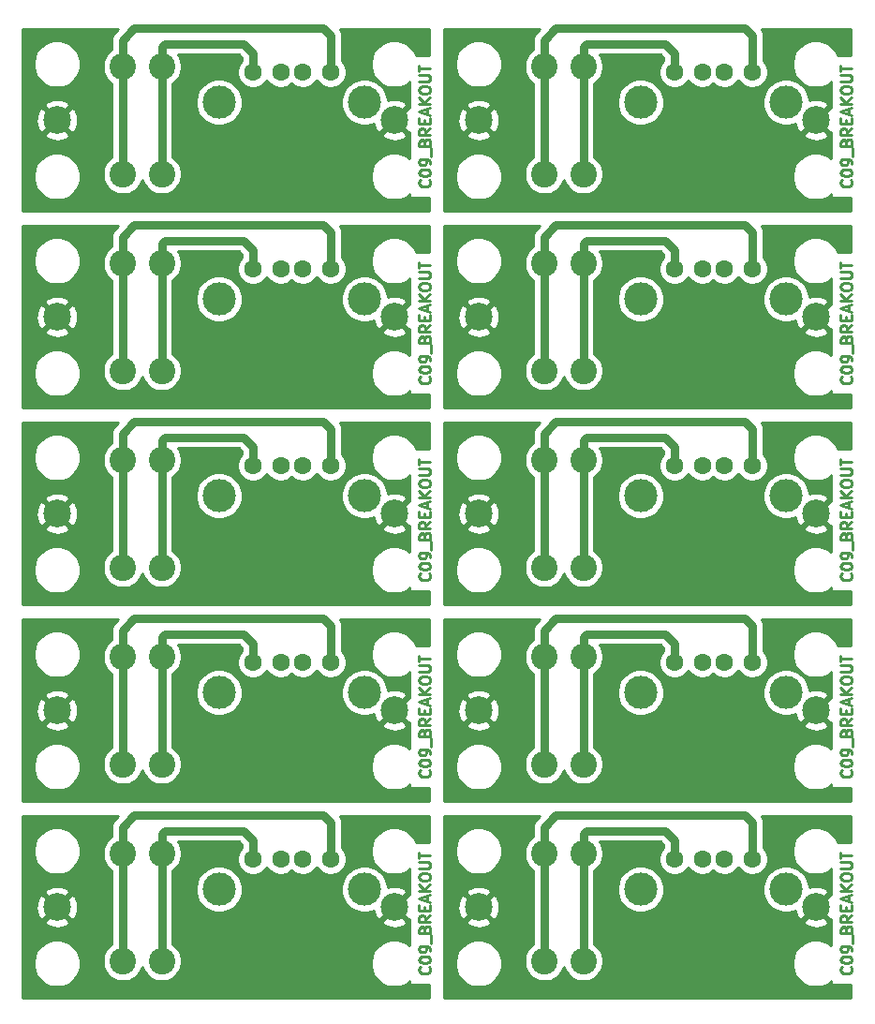
<source format=gbr>
G04 #@! TF.GenerationSoftware,KiCad,Pcbnew,5.1.5-52549c5~86~ubuntu18.04.1*
G04 #@! TF.CreationDate,2020-09-24T17:02:05-05:00*
G04 #@! TF.ProjectId,noname,6e6f6e61-6d65-42e6-9b69-6361645f7063,rev?*
G04 #@! TF.SameCoordinates,Original*
G04 #@! TF.FileFunction,Copper,L1,Top*
G04 #@! TF.FilePolarity,Positive*
%FSLAX46Y46*%
G04 Gerber Fmt 4.6, Leading zero omitted, Abs format (unit mm)*
G04 Created by KiCad (PCBNEW 5.1.5-52549c5~86~ubuntu18.04.1) date 2020-09-24 17:02:05*
%MOMM*%
%LPD*%
G04 APERTURE LIST*
%ADD10C,0.250000*%
%ADD11C,2.400000*%
%ADD12C,2.499360*%
%ADD13C,3.000000*%
%ADD14C,1.600000*%
%ADD15C,0.750000*%
%ADD16C,0.254000*%
G04 APERTURE END LIST*
D10*
X179935142Y-115577333D02*
X179982761Y-115624952D01*
X180030380Y-115767809D01*
X180030380Y-115863047D01*
X179982761Y-116005904D01*
X179887523Y-116101142D01*
X179792285Y-116148761D01*
X179601809Y-116196380D01*
X179458952Y-116196380D01*
X179268476Y-116148761D01*
X179173238Y-116101142D01*
X179078000Y-116005904D01*
X179030380Y-115863047D01*
X179030380Y-115767809D01*
X179078000Y-115624952D01*
X179125619Y-115577333D01*
X179030380Y-114958285D02*
X179030380Y-114863047D01*
X179078000Y-114767809D01*
X179125619Y-114720190D01*
X179220857Y-114672571D01*
X179411333Y-114624952D01*
X179649428Y-114624952D01*
X179839904Y-114672571D01*
X179935142Y-114720190D01*
X179982761Y-114767809D01*
X180030380Y-114863047D01*
X180030380Y-114958285D01*
X179982761Y-115053523D01*
X179935142Y-115101142D01*
X179839904Y-115148761D01*
X179649428Y-115196380D01*
X179411333Y-115196380D01*
X179220857Y-115148761D01*
X179125619Y-115101142D01*
X179078000Y-115053523D01*
X179030380Y-114958285D01*
X180030380Y-114148761D02*
X180030380Y-113958285D01*
X179982761Y-113863047D01*
X179935142Y-113815428D01*
X179792285Y-113720190D01*
X179601809Y-113672571D01*
X179220857Y-113672571D01*
X179125619Y-113720190D01*
X179078000Y-113767809D01*
X179030380Y-113863047D01*
X179030380Y-114053523D01*
X179078000Y-114148761D01*
X179125619Y-114196380D01*
X179220857Y-114244000D01*
X179458952Y-114244000D01*
X179554190Y-114196380D01*
X179601809Y-114148761D01*
X179649428Y-114053523D01*
X179649428Y-113863047D01*
X179601809Y-113767809D01*
X179554190Y-113720190D01*
X179458952Y-113672571D01*
X180125619Y-113482095D02*
X180125619Y-112720190D01*
X179506571Y-112148761D02*
X179554190Y-112005904D01*
X179601809Y-111958285D01*
X179697047Y-111910666D01*
X179839904Y-111910666D01*
X179935142Y-111958285D01*
X179982761Y-112005904D01*
X180030380Y-112101142D01*
X180030380Y-112482095D01*
X179030380Y-112482095D01*
X179030380Y-112148761D01*
X179078000Y-112053523D01*
X179125619Y-112005904D01*
X179220857Y-111958285D01*
X179316095Y-111958285D01*
X179411333Y-112005904D01*
X179458952Y-112053523D01*
X179506571Y-112148761D01*
X179506571Y-112482095D01*
X180030380Y-110910666D02*
X179554190Y-111244000D01*
X180030380Y-111482095D02*
X179030380Y-111482095D01*
X179030380Y-111101142D01*
X179078000Y-111005904D01*
X179125619Y-110958285D01*
X179220857Y-110910666D01*
X179363714Y-110910666D01*
X179458952Y-110958285D01*
X179506571Y-111005904D01*
X179554190Y-111101142D01*
X179554190Y-111482095D01*
X179506571Y-110482095D02*
X179506571Y-110148761D01*
X180030380Y-110005904D02*
X180030380Y-110482095D01*
X179030380Y-110482095D01*
X179030380Y-110005904D01*
X179744666Y-109624952D02*
X179744666Y-109148761D01*
X180030380Y-109720190D02*
X179030380Y-109386857D01*
X180030380Y-109053523D01*
X180030380Y-108720190D02*
X179030380Y-108720190D01*
X180030380Y-108148761D02*
X179458952Y-108577333D01*
X179030380Y-108148761D02*
X179601809Y-108720190D01*
X179030380Y-107529714D02*
X179030380Y-107339238D01*
X179078000Y-107244000D01*
X179173238Y-107148761D01*
X179363714Y-107101142D01*
X179697047Y-107101142D01*
X179887523Y-107148761D01*
X179982761Y-107244000D01*
X180030380Y-107339238D01*
X180030380Y-107529714D01*
X179982761Y-107624952D01*
X179887523Y-107720190D01*
X179697047Y-107767809D01*
X179363714Y-107767809D01*
X179173238Y-107720190D01*
X179078000Y-107624952D01*
X179030380Y-107529714D01*
X179030380Y-106672571D02*
X179839904Y-106672571D01*
X179935142Y-106624952D01*
X179982761Y-106577333D01*
X180030380Y-106482095D01*
X180030380Y-106291619D01*
X179982761Y-106196380D01*
X179935142Y-106148761D01*
X179839904Y-106101142D01*
X179030380Y-106101142D01*
X179030380Y-105767809D02*
X179030380Y-105196380D01*
X180030380Y-105482095D02*
X179030380Y-105482095D01*
X141835142Y-115577333D02*
X141882761Y-115624952D01*
X141930380Y-115767809D01*
X141930380Y-115863047D01*
X141882761Y-116005904D01*
X141787523Y-116101142D01*
X141692285Y-116148761D01*
X141501809Y-116196380D01*
X141358952Y-116196380D01*
X141168476Y-116148761D01*
X141073238Y-116101142D01*
X140978000Y-116005904D01*
X140930380Y-115863047D01*
X140930380Y-115767809D01*
X140978000Y-115624952D01*
X141025619Y-115577333D01*
X140930380Y-114958285D02*
X140930380Y-114863047D01*
X140978000Y-114767809D01*
X141025619Y-114720190D01*
X141120857Y-114672571D01*
X141311333Y-114624952D01*
X141549428Y-114624952D01*
X141739904Y-114672571D01*
X141835142Y-114720190D01*
X141882761Y-114767809D01*
X141930380Y-114863047D01*
X141930380Y-114958285D01*
X141882761Y-115053523D01*
X141835142Y-115101142D01*
X141739904Y-115148761D01*
X141549428Y-115196380D01*
X141311333Y-115196380D01*
X141120857Y-115148761D01*
X141025619Y-115101142D01*
X140978000Y-115053523D01*
X140930380Y-114958285D01*
X141930380Y-114148761D02*
X141930380Y-113958285D01*
X141882761Y-113863047D01*
X141835142Y-113815428D01*
X141692285Y-113720190D01*
X141501809Y-113672571D01*
X141120857Y-113672571D01*
X141025619Y-113720190D01*
X140978000Y-113767809D01*
X140930380Y-113863047D01*
X140930380Y-114053523D01*
X140978000Y-114148761D01*
X141025619Y-114196380D01*
X141120857Y-114244000D01*
X141358952Y-114244000D01*
X141454190Y-114196380D01*
X141501809Y-114148761D01*
X141549428Y-114053523D01*
X141549428Y-113863047D01*
X141501809Y-113767809D01*
X141454190Y-113720190D01*
X141358952Y-113672571D01*
X142025619Y-113482095D02*
X142025619Y-112720190D01*
X141406571Y-112148761D02*
X141454190Y-112005904D01*
X141501809Y-111958285D01*
X141597047Y-111910666D01*
X141739904Y-111910666D01*
X141835142Y-111958285D01*
X141882761Y-112005904D01*
X141930380Y-112101142D01*
X141930380Y-112482095D01*
X140930380Y-112482095D01*
X140930380Y-112148761D01*
X140978000Y-112053523D01*
X141025619Y-112005904D01*
X141120857Y-111958285D01*
X141216095Y-111958285D01*
X141311333Y-112005904D01*
X141358952Y-112053523D01*
X141406571Y-112148761D01*
X141406571Y-112482095D01*
X141930380Y-110910666D02*
X141454190Y-111244000D01*
X141930380Y-111482095D02*
X140930380Y-111482095D01*
X140930380Y-111101142D01*
X140978000Y-111005904D01*
X141025619Y-110958285D01*
X141120857Y-110910666D01*
X141263714Y-110910666D01*
X141358952Y-110958285D01*
X141406571Y-111005904D01*
X141454190Y-111101142D01*
X141454190Y-111482095D01*
X141406571Y-110482095D02*
X141406571Y-110148761D01*
X141930380Y-110005904D02*
X141930380Y-110482095D01*
X140930380Y-110482095D01*
X140930380Y-110005904D01*
X141644666Y-109624952D02*
X141644666Y-109148761D01*
X141930380Y-109720190D02*
X140930380Y-109386857D01*
X141930380Y-109053523D01*
X141930380Y-108720190D02*
X140930380Y-108720190D01*
X141930380Y-108148761D02*
X141358952Y-108577333D01*
X140930380Y-108148761D02*
X141501809Y-108720190D01*
X140930380Y-107529714D02*
X140930380Y-107339238D01*
X140978000Y-107244000D01*
X141073238Y-107148761D01*
X141263714Y-107101142D01*
X141597047Y-107101142D01*
X141787523Y-107148761D01*
X141882761Y-107244000D01*
X141930380Y-107339238D01*
X141930380Y-107529714D01*
X141882761Y-107624952D01*
X141787523Y-107720190D01*
X141597047Y-107767809D01*
X141263714Y-107767809D01*
X141073238Y-107720190D01*
X140978000Y-107624952D01*
X140930380Y-107529714D01*
X140930380Y-106672571D02*
X141739904Y-106672571D01*
X141835142Y-106624952D01*
X141882761Y-106577333D01*
X141930380Y-106482095D01*
X141930380Y-106291619D01*
X141882761Y-106196380D01*
X141835142Y-106148761D01*
X141739904Y-106101142D01*
X140930380Y-106101142D01*
X140930380Y-105767809D02*
X140930380Y-105196380D01*
X141930380Y-105482095D02*
X140930380Y-105482095D01*
X179935142Y-97797333D02*
X179982761Y-97844952D01*
X180030380Y-97987809D01*
X180030380Y-98083047D01*
X179982761Y-98225904D01*
X179887523Y-98321142D01*
X179792285Y-98368761D01*
X179601809Y-98416380D01*
X179458952Y-98416380D01*
X179268476Y-98368761D01*
X179173238Y-98321142D01*
X179078000Y-98225904D01*
X179030380Y-98083047D01*
X179030380Y-97987809D01*
X179078000Y-97844952D01*
X179125619Y-97797333D01*
X179030380Y-97178285D02*
X179030380Y-97083047D01*
X179078000Y-96987809D01*
X179125619Y-96940190D01*
X179220857Y-96892571D01*
X179411333Y-96844952D01*
X179649428Y-96844952D01*
X179839904Y-96892571D01*
X179935142Y-96940190D01*
X179982761Y-96987809D01*
X180030380Y-97083047D01*
X180030380Y-97178285D01*
X179982761Y-97273523D01*
X179935142Y-97321142D01*
X179839904Y-97368761D01*
X179649428Y-97416380D01*
X179411333Y-97416380D01*
X179220857Y-97368761D01*
X179125619Y-97321142D01*
X179078000Y-97273523D01*
X179030380Y-97178285D01*
X180030380Y-96368761D02*
X180030380Y-96178285D01*
X179982761Y-96083047D01*
X179935142Y-96035428D01*
X179792285Y-95940190D01*
X179601809Y-95892571D01*
X179220857Y-95892571D01*
X179125619Y-95940190D01*
X179078000Y-95987809D01*
X179030380Y-96083047D01*
X179030380Y-96273523D01*
X179078000Y-96368761D01*
X179125619Y-96416380D01*
X179220857Y-96464000D01*
X179458952Y-96464000D01*
X179554190Y-96416380D01*
X179601809Y-96368761D01*
X179649428Y-96273523D01*
X179649428Y-96083047D01*
X179601809Y-95987809D01*
X179554190Y-95940190D01*
X179458952Y-95892571D01*
X180125619Y-95702095D02*
X180125619Y-94940190D01*
X179506571Y-94368761D02*
X179554190Y-94225904D01*
X179601809Y-94178285D01*
X179697047Y-94130666D01*
X179839904Y-94130666D01*
X179935142Y-94178285D01*
X179982761Y-94225904D01*
X180030380Y-94321142D01*
X180030380Y-94702095D01*
X179030380Y-94702095D01*
X179030380Y-94368761D01*
X179078000Y-94273523D01*
X179125619Y-94225904D01*
X179220857Y-94178285D01*
X179316095Y-94178285D01*
X179411333Y-94225904D01*
X179458952Y-94273523D01*
X179506571Y-94368761D01*
X179506571Y-94702095D01*
X180030380Y-93130666D02*
X179554190Y-93464000D01*
X180030380Y-93702095D02*
X179030380Y-93702095D01*
X179030380Y-93321142D01*
X179078000Y-93225904D01*
X179125619Y-93178285D01*
X179220857Y-93130666D01*
X179363714Y-93130666D01*
X179458952Y-93178285D01*
X179506571Y-93225904D01*
X179554190Y-93321142D01*
X179554190Y-93702095D01*
X179506571Y-92702095D02*
X179506571Y-92368761D01*
X180030380Y-92225904D02*
X180030380Y-92702095D01*
X179030380Y-92702095D01*
X179030380Y-92225904D01*
X179744666Y-91844952D02*
X179744666Y-91368761D01*
X180030380Y-91940190D02*
X179030380Y-91606857D01*
X180030380Y-91273523D01*
X180030380Y-90940190D02*
X179030380Y-90940190D01*
X180030380Y-90368761D02*
X179458952Y-90797333D01*
X179030380Y-90368761D02*
X179601809Y-90940190D01*
X179030380Y-89749714D02*
X179030380Y-89559238D01*
X179078000Y-89464000D01*
X179173238Y-89368761D01*
X179363714Y-89321142D01*
X179697047Y-89321142D01*
X179887523Y-89368761D01*
X179982761Y-89464000D01*
X180030380Y-89559238D01*
X180030380Y-89749714D01*
X179982761Y-89844952D01*
X179887523Y-89940190D01*
X179697047Y-89987809D01*
X179363714Y-89987809D01*
X179173238Y-89940190D01*
X179078000Y-89844952D01*
X179030380Y-89749714D01*
X179030380Y-88892571D02*
X179839904Y-88892571D01*
X179935142Y-88844952D01*
X179982761Y-88797333D01*
X180030380Y-88702095D01*
X180030380Y-88511619D01*
X179982761Y-88416380D01*
X179935142Y-88368761D01*
X179839904Y-88321142D01*
X179030380Y-88321142D01*
X179030380Y-87987809D02*
X179030380Y-87416380D01*
X180030380Y-87702095D02*
X179030380Y-87702095D01*
X141835142Y-97797333D02*
X141882761Y-97844952D01*
X141930380Y-97987809D01*
X141930380Y-98083047D01*
X141882761Y-98225904D01*
X141787523Y-98321142D01*
X141692285Y-98368761D01*
X141501809Y-98416380D01*
X141358952Y-98416380D01*
X141168476Y-98368761D01*
X141073238Y-98321142D01*
X140978000Y-98225904D01*
X140930380Y-98083047D01*
X140930380Y-97987809D01*
X140978000Y-97844952D01*
X141025619Y-97797333D01*
X140930380Y-97178285D02*
X140930380Y-97083047D01*
X140978000Y-96987809D01*
X141025619Y-96940190D01*
X141120857Y-96892571D01*
X141311333Y-96844952D01*
X141549428Y-96844952D01*
X141739904Y-96892571D01*
X141835142Y-96940190D01*
X141882761Y-96987809D01*
X141930380Y-97083047D01*
X141930380Y-97178285D01*
X141882761Y-97273523D01*
X141835142Y-97321142D01*
X141739904Y-97368761D01*
X141549428Y-97416380D01*
X141311333Y-97416380D01*
X141120857Y-97368761D01*
X141025619Y-97321142D01*
X140978000Y-97273523D01*
X140930380Y-97178285D01*
X141930380Y-96368761D02*
X141930380Y-96178285D01*
X141882761Y-96083047D01*
X141835142Y-96035428D01*
X141692285Y-95940190D01*
X141501809Y-95892571D01*
X141120857Y-95892571D01*
X141025619Y-95940190D01*
X140978000Y-95987809D01*
X140930380Y-96083047D01*
X140930380Y-96273523D01*
X140978000Y-96368761D01*
X141025619Y-96416380D01*
X141120857Y-96464000D01*
X141358952Y-96464000D01*
X141454190Y-96416380D01*
X141501809Y-96368761D01*
X141549428Y-96273523D01*
X141549428Y-96083047D01*
X141501809Y-95987809D01*
X141454190Y-95940190D01*
X141358952Y-95892571D01*
X142025619Y-95702095D02*
X142025619Y-94940190D01*
X141406571Y-94368761D02*
X141454190Y-94225904D01*
X141501809Y-94178285D01*
X141597047Y-94130666D01*
X141739904Y-94130666D01*
X141835142Y-94178285D01*
X141882761Y-94225904D01*
X141930380Y-94321142D01*
X141930380Y-94702095D01*
X140930380Y-94702095D01*
X140930380Y-94368761D01*
X140978000Y-94273523D01*
X141025619Y-94225904D01*
X141120857Y-94178285D01*
X141216095Y-94178285D01*
X141311333Y-94225904D01*
X141358952Y-94273523D01*
X141406571Y-94368761D01*
X141406571Y-94702095D01*
X141930380Y-93130666D02*
X141454190Y-93464000D01*
X141930380Y-93702095D02*
X140930380Y-93702095D01*
X140930380Y-93321142D01*
X140978000Y-93225904D01*
X141025619Y-93178285D01*
X141120857Y-93130666D01*
X141263714Y-93130666D01*
X141358952Y-93178285D01*
X141406571Y-93225904D01*
X141454190Y-93321142D01*
X141454190Y-93702095D01*
X141406571Y-92702095D02*
X141406571Y-92368761D01*
X141930380Y-92225904D02*
X141930380Y-92702095D01*
X140930380Y-92702095D01*
X140930380Y-92225904D01*
X141644666Y-91844952D02*
X141644666Y-91368761D01*
X141930380Y-91940190D02*
X140930380Y-91606857D01*
X141930380Y-91273523D01*
X141930380Y-90940190D02*
X140930380Y-90940190D01*
X141930380Y-90368761D02*
X141358952Y-90797333D01*
X140930380Y-90368761D02*
X141501809Y-90940190D01*
X140930380Y-89749714D02*
X140930380Y-89559238D01*
X140978000Y-89464000D01*
X141073238Y-89368761D01*
X141263714Y-89321142D01*
X141597047Y-89321142D01*
X141787523Y-89368761D01*
X141882761Y-89464000D01*
X141930380Y-89559238D01*
X141930380Y-89749714D01*
X141882761Y-89844952D01*
X141787523Y-89940190D01*
X141597047Y-89987809D01*
X141263714Y-89987809D01*
X141073238Y-89940190D01*
X140978000Y-89844952D01*
X140930380Y-89749714D01*
X140930380Y-88892571D02*
X141739904Y-88892571D01*
X141835142Y-88844952D01*
X141882761Y-88797333D01*
X141930380Y-88702095D01*
X141930380Y-88511619D01*
X141882761Y-88416380D01*
X141835142Y-88368761D01*
X141739904Y-88321142D01*
X140930380Y-88321142D01*
X140930380Y-87987809D02*
X140930380Y-87416380D01*
X141930380Y-87702095D02*
X140930380Y-87702095D01*
X179935142Y-80017333D02*
X179982761Y-80064952D01*
X180030380Y-80207809D01*
X180030380Y-80303047D01*
X179982761Y-80445904D01*
X179887523Y-80541142D01*
X179792285Y-80588761D01*
X179601809Y-80636380D01*
X179458952Y-80636380D01*
X179268476Y-80588761D01*
X179173238Y-80541142D01*
X179078000Y-80445904D01*
X179030380Y-80303047D01*
X179030380Y-80207809D01*
X179078000Y-80064952D01*
X179125619Y-80017333D01*
X179030380Y-79398285D02*
X179030380Y-79303047D01*
X179078000Y-79207809D01*
X179125619Y-79160190D01*
X179220857Y-79112571D01*
X179411333Y-79064952D01*
X179649428Y-79064952D01*
X179839904Y-79112571D01*
X179935142Y-79160190D01*
X179982761Y-79207809D01*
X180030380Y-79303047D01*
X180030380Y-79398285D01*
X179982761Y-79493523D01*
X179935142Y-79541142D01*
X179839904Y-79588761D01*
X179649428Y-79636380D01*
X179411333Y-79636380D01*
X179220857Y-79588761D01*
X179125619Y-79541142D01*
X179078000Y-79493523D01*
X179030380Y-79398285D01*
X180030380Y-78588761D02*
X180030380Y-78398285D01*
X179982761Y-78303047D01*
X179935142Y-78255428D01*
X179792285Y-78160190D01*
X179601809Y-78112571D01*
X179220857Y-78112571D01*
X179125619Y-78160190D01*
X179078000Y-78207809D01*
X179030380Y-78303047D01*
X179030380Y-78493523D01*
X179078000Y-78588761D01*
X179125619Y-78636380D01*
X179220857Y-78684000D01*
X179458952Y-78684000D01*
X179554190Y-78636380D01*
X179601809Y-78588761D01*
X179649428Y-78493523D01*
X179649428Y-78303047D01*
X179601809Y-78207809D01*
X179554190Y-78160190D01*
X179458952Y-78112571D01*
X180125619Y-77922095D02*
X180125619Y-77160190D01*
X179506571Y-76588761D02*
X179554190Y-76445904D01*
X179601809Y-76398285D01*
X179697047Y-76350666D01*
X179839904Y-76350666D01*
X179935142Y-76398285D01*
X179982761Y-76445904D01*
X180030380Y-76541142D01*
X180030380Y-76922095D01*
X179030380Y-76922095D01*
X179030380Y-76588761D01*
X179078000Y-76493523D01*
X179125619Y-76445904D01*
X179220857Y-76398285D01*
X179316095Y-76398285D01*
X179411333Y-76445904D01*
X179458952Y-76493523D01*
X179506571Y-76588761D01*
X179506571Y-76922095D01*
X180030380Y-75350666D02*
X179554190Y-75684000D01*
X180030380Y-75922095D02*
X179030380Y-75922095D01*
X179030380Y-75541142D01*
X179078000Y-75445904D01*
X179125619Y-75398285D01*
X179220857Y-75350666D01*
X179363714Y-75350666D01*
X179458952Y-75398285D01*
X179506571Y-75445904D01*
X179554190Y-75541142D01*
X179554190Y-75922095D01*
X179506571Y-74922095D02*
X179506571Y-74588761D01*
X180030380Y-74445904D02*
X180030380Y-74922095D01*
X179030380Y-74922095D01*
X179030380Y-74445904D01*
X179744666Y-74064952D02*
X179744666Y-73588761D01*
X180030380Y-74160190D02*
X179030380Y-73826857D01*
X180030380Y-73493523D01*
X180030380Y-73160190D02*
X179030380Y-73160190D01*
X180030380Y-72588761D02*
X179458952Y-73017333D01*
X179030380Y-72588761D02*
X179601809Y-73160190D01*
X179030380Y-71969714D02*
X179030380Y-71779238D01*
X179078000Y-71684000D01*
X179173238Y-71588761D01*
X179363714Y-71541142D01*
X179697047Y-71541142D01*
X179887523Y-71588761D01*
X179982761Y-71684000D01*
X180030380Y-71779238D01*
X180030380Y-71969714D01*
X179982761Y-72064952D01*
X179887523Y-72160190D01*
X179697047Y-72207809D01*
X179363714Y-72207809D01*
X179173238Y-72160190D01*
X179078000Y-72064952D01*
X179030380Y-71969714D01*
X179030380Y-71112571D02*
X179839904Y-71112571D01*
X179935142Y-71064952D01*
X179982761Y-71017333D01*
X180030380Y-70922095D01*
X180030380Y-70731619D01*
X179982761Y-70636380D01*
X179935142Y-70588761D01*
X179839904Y-70541142D01*
X179030380Y-70541142D01*
X179030380Y-70207809D02*
X179030380Y-69636380D01*
X180030380Y-69922095D02*
X179030380Y-69922095D01*
X141835142Y-80017333D02*
X141882761Y-80064952D01*
X141930380Y-80207809D01*
X141930380Y-80303047D01*
X141882761Y-80445904D01*
X141787523Y-80541142D01*
X141692285Y-80588761D01*
X141501809Y-80636380D01*
X141358952Y-80636380D01*
X141168476Y-80588761D01*
X141073238Y-80541142D01*
X140978000Y-80445904D01*
X140930380Y-80303047D01*
X140930380Y-80207809D01*
X140978000Y-80064952D01*
X141025619Y-80017333D01*
X140930380Y-79398285D02*
X140930380Y-79303047D01*
X140978000Y-79207809D01*
X141025619Y-79160190D01*
X141120857Y-79112571D01*
X141311333Y-79064952D01*
X141549428Y-79064952D01*
X141739904Y-79112571D01*
X141835142Y-79160190D01*
X141882761Y-79207809D01*
X141930380Y-79303047D01*
X141930380Y-79398285D01*
X141882761Y-79493523D01*
X141835142Y-79541142D01*
X141739904Y-79588761D01*
X141549428Y-79636380D01*
X141311333Y-79636380D01*
X141120857Y-79588761D01*
X141025619Y-79541142D01*
X140978000Y-79493523D01*
X140930380Y-79398285D01*
X141930380Y-78588761D02*
X141930380Y-78398285D01*
X141882761Y-78303047D01*
X141835142Y-78255428D01*
X141692285Y-78160190D01*
X141501809Y-78112571D01*
X141120857Y-78112571D01*
X141025619Y-78160190D01*
X140978000Y-78207809D01*
X140930380Y-78303047D01*
X140930380Y-78493523D01*
X140978000Y-78588761D01*
X141025619Y-78636380D01*
X141120857Y-78684000D01*
X141358952Y-78684000D01*
X141454190Y-78636380D01*
X141501809Y-78588761D01*
X141549428Y-78493523D01*
X141549428Y-78303047D01*
X141501809Y-78207809D01*
X141454190Y-78160190D01*
X141358952Y-78112571D01*
X142025619Y-77922095D02*
X142025619Y-77160190D01*
X141406571Y-76588761D02*
X141454190Y-76445904D01*
X141501809Y-76398285D01*
X141597047Y-76350666D01*
X141739904Y-76350666D01*
X141835142Y-76398285D01*
X141882761Y-76445904D01*
X141930380Y-76541142D01*
X141930380Y-76922095D01*
X140930380Y-76922095D01*
X140930380Y-76588761D01*
X140978000Y-76493523D01*
X141025619Y-76445904D01*
X141120857Y-76398285D01*
X141216095Y-76398285D01*
X141311333Y-76445904D01*
X141358952Y-76493523D01*
X141406571Y-76588761D01*
X141406571Y-76922095D01*
X141930380Y-75350666D02*
X141454190Y-75684000D01*
X141930380Y-75922095D02*
X140930380Y-75922095D01*
X140930380Y-75541142D01*
X140978000Y-75445904D01*
X141025619Y-75398285D01*
X141120857Y-75350666D01*
X141263714Y-75350666D01*
X141358952Y-75398285D01*
X141406571Y-75445904D01*
X141454190Y-75541142D01*
X141454190Y-75922095D01*
X141406571Y-74922095D02*
X141406571Y-74588761D01*
X141930380Y-74445904D02*
X141930380Y-74922095D01*
X140930380Y-74922095D01*
X140930380Y-74445904D01*
X141644666Y-74064952D02*
X141644666Y-73588761D01*
X141930380Y-74160190D02*
X140930380Y-73826857D01*
X141930380Y-73493523D01*
X141930380Y-73160190D02*
X140930380Y-73160190D01*
X141930380Y-72588761D02*
X141358952Y-73017333D01*
X140930380Y-72588761D02*
X141501809Y-73160190D01*
X140930380Y-71969714D02*
X140930380Y-71779238D01*
X140978000Y-71684000D01*
X141073238Y-71588761D01*
X141263714Y-71541142D01*
X141597047Y-71541142D01*
X141787523Y-71588761D01*
X141882761Y-71684000D01*
X141930380Y-71779238D01*
X141930380Y-71969714D01*
X141882761Y-72064952D01*
X141787523Y-72160190D01*
X141597047Y-72207809D01*
X141263714Y-72207809D01*
X141073238Y-72160190D01*
X140978000Y-72064952D01*
X140930380Y-71969714D01*
X140930380Y-71112571D02*
X141739904Y-71112571D01*
X141835142Y-71064952D01*
X141882761Y-71017333D01*
X141930380Y-70922095D01*
X141930380Y-70731619D01*
X141882761Y-70636380D01*
X141835142Y-70588761D01*
X141739904Y-70541142D01*
X140930380Y-70541142D01*
X140930380Y-70207809D02*
X140930380Y-69636380D01*
X141930380Y-69922095D02*
X140930380Y-69922095D01*
X179935142Y-62237333D02*
X179982761Y-62284952D01*
X180030380Y-62427809D01*
X180030380Y-62523047D01*
X179982761Y-62665904D01*
X179887523Y-62761142D01*
X179792285Y-62808761D01*
X179601809Y-62856380D01*
X179458952Y-62856380D01*
X179268476Y-62808761D01*
X179173238Y-62761142D01*
X179078000Y-62665904D01*
X179030380Y-62523047D01*
X179030380Y-62427809D01*
X179078000Y-62284952D01*
X179125619Y-62237333D01*
X179030380Y-61618285D02*
X179030380Y-61523047D01*
X179078000Y-61427809D01*
X179125619Y-61380190D01*
X179220857Y-61332571D01*
X179411333Y-61284952D01*
X179649428Y-61284952D01*
X179839904Y-61332571D01*
X179935142Y-61380190D01*
X179982761Y-61427809D01*
X180030380Y-61523047D01*
X180030380Y-61618285D01*
X179982761Y-61713523D01*
X179935142Y-61761142D01*
X179839904Y-61808761D01*
X179649428Y-61856380D01*
X179411333Y-61856380D01*
X179220857Y-61808761D01*
X179125619Y-61761142D01*
X179078000Y-61713523D01*
X179030380Y-61618285D01*
X180030380Y-60808761D02*
X180030380Y-60618285D01*
X179982761Y-60523047D01*
X179935142Y-60475428D01*
X179792285Y-60380190D01*
X179601809Y-60332571D01*
X179220857Y-60332571D01*
X179125619Y-60380190D01*
X179078000Y-60427809D01*
X179030380Y-60523047D01*
X179030380Y-60713523D01*
X179078000Y-60808761D01*
X179125619Y-60856380D01*
X179220857Y-60904000D01*
X179458952Y-60904000D01*
X179554190Y-60856380D01*
X179601809Y-60808761D01*
X179649428Y-60713523D01*
X179649428Y-60523047D01*
X179601809Y-60427809D01*
X179554190Y-60380190D01*
X179458952Y-60332571D01*
X180125619Y-60142095D02*
X180125619Y-59380190D01*
X179506571Y-58808761D02*
X179554190Y-58665904D01*
X179601809Y-58618285D01*
X179697047Y-58570666D01*
X179839904Y-58570666D01*
X179935142Y-58618285D01*
X179982761Y-58665904D01*
X180030380Y-58761142D01*
X180030380Y-59142095D01*
X179030380Y-59142095D01*
X179030380Y-58808761D01*
X179078000Y-58713523D01*
X179125619Y-58665904D01*
X179220857Y-58618285D01*
X179316095Y-58618285D01*
X179411333Y-58665904D01*
X179458952Y-58713523D01*
X179506571Y-58808761D01*
X179506571Y-59142095D01*
X180030380Y-57570666D02*
X179554190Y-57904000D01*
X180030380Y-58142095D02*
X179030380Y-58142095D01*
X179030380Y-57761142D01*
X179078000Y-57665904D01*
X179125619Y-57618285D01*
X179220857Y-57570666D01*
X179363714Y-57570666D01*
X179458952Y-57618285D01*
X179506571Y-57665904D01*
X179554190Y-57761142D01*
X179554190Y-58142095D01*
X179506571Y-57142095D02*
X179506571Y-56808761D01*
X180030380Y-56665904D02*
X180030380Y-57142095D01*
X179030380Y-57142095D01*
X179030380Y-56665904D01*
X179744666Y-56284952D02*
X179744666Y-55808761D01*
X180030380Y-56380190D02*
X179030380Y-56046857D01*
X180030380Y-55713523D01*
X180030380Y-55380190D02*
X179030380Y-55380190D01*
X180030380Y-54808761D02*
X179458952Y-55237333D01*
X179030380Y-54808761D02*
X179601809Y-55380190D01*
X179030380Y-54189714D02*
X179030380Y-53999238D01*
X179078000Y-53904000D01*
X179173238Y-53808761D01*
X179363714Y-53761142D01*
X179697047Y-53761142D01*
X179887523Y-53808761D01*
X179982761Y-53904000D01*
X180030380Y-53999238D01*
X180030380Y-54189714D01*
X179982761Y-54284952D01*
X179887523Y-54380190D01*
X179697047Y-54427809D01*
X179363714Y-54427809D01*
X179173238Y-54380190D01*
X179078000Y-54284952D01*
X179030380Y-54189714D01*
X179030380Y-53332571D02*
X179839904Y-53332571D01*
X179935142Y-53284952D01*
X179982761Y-53237333D01*
X180030380Y-53142095D01*
X180030380Y-52951619D01*
X179982761Y-52856380D01*
X179935142Y-52808761D01*
X179839904Y-52761142D01*
X179030380Y-52761142D01*
X179030380Y-52427809D02*
X179030380Y-51856380D01*
X180030380Y-52142095D02*
X179030380Y-52142095D01*
X141835142Y-62237333D02*
X141882761Y-62284952D01*
X141930380Y-62427809D01*
X141930380Y-62523047D01*
X141882761Y-62665904D01*
X141787523Y-62761142D01*
X141692285Y-62808761D01*
X141501809Y-62856380D01*
X141358952Y-62856380D01*
X141168476Y-62808761D01*
X141073238Y-62761142D01*
X140978000Y-62665904D01*
X140930380Y-62523047D01*
X140930380Y-62427809D01*
X140978000Y-62284952D01*
X141025619Y-62237333D01*
X140930380Y-61618285D02*
X140930380Y-61523047D01*
X140978000Y-61427809D01*
X141025619Y-61380190D01*
X141120857Y-61332571D01*
X141311333Y-61284952D01*
X141549428Y-61284952D01*
X141739904Y-61332571D01*
X141835142Y-61380190D01*
X141882761Y-61427809D01*
X141930380Y-61523047D01*
X141930380Y-61618285D01*
X141882761Y-61713523D01*
X141835142Y-61761142D01*
X141739904Y-61808761D01*
X141549428Y-61856380D01*
X141311333Y-61856380D01*
X141120857Y-61808761D01*
X141025619Y-61761142D01*
X140978000Y-61713523D01*
X140930380Y-61618285D01*
X141930380Y-60808761D02*
X141930380Y-60618285D01*
X141882761Y-60523047D01*
X141835142Y-60475428D01*
X141692285Y-60380190D01*
X141501809Y-60332571D01*
X141120857Y-60332571D01*
X141025619Y-60380190D01*
X140978000Y-60427809D01*
X140930380Y-60523047D01*
X140930380Y-60713523D01*
X140978000Y-60808761D01*
X141025619Y-60856380D01*
X141120857Y-60904000D01*
X141358952Y-60904000D01*
X141454190Y-60856380D01*
X141501809Y-60808761D01*
X141549428Y-60713523D01*
X141549428Y-60523047D01*
X141501809Y-60427809D01*
X141454190Y-60380190D01*
X141358952Y-60332571D01*
X142025619Y-60142095D02*
X142025619Y-59380190D01*
X141406571Y-58808761D02*
X141454190Y-58665904D01*
X141501809Y-58618285D01*
X141597047Y-58570666D01*
X141739904Y-58570666D01*
X141835142Y-58618285D01*
X141882761Y-58665904D01*
X141930380Y-58761142D01*
X141930380Y-59142095D01*
X140930380Y-59142095D01*
X140930380Y-58808761D01*
X140978000Y-58713523D01*
X141025619Y-58665904D01*
X141120857Y-58618285D01*
X141216095Y-58618285D01*
X141311333Y-58665904D01*
X141358952Y-58713523D01*
X141406571Y-58808761D01*
X141406571Y-59142095D01*
X141930380Y-57570666D02*
X141454190Y-57904000D01*
X141930380Y-58142095D02*
X140930380Y-58142095D01*
X140930380Y-57761142D01*
X140978000Y-57665904D01*
X141025619Y-57618285D01*
X141120857Y-57570666D01*
X141263714Y-57570666D01*
X141358952Y-57618285D01*
X141406571Y-57665904D01*
X141454190Y-57761142D01*
X141454190Y-58142095D01*
X141406571Y-57142095D02*
X141406571Y-56808761D01*
X141930380Y-56665904D02*
X141930380Y-57142095D01*
X140930380Y-57142095D01*
X140930380Y-56665904D01*
X141644666Y-56284952D02*
X141644666Y-55808761D01*
X141930380Y-56380190D02*
X140930380Y-56046857D01*
X141930380Y-55713523D01*
X141930380Y-55380190D02*
X140930380Y-55380190D01*
X141930380Y-54808761D02*
X141358952Y-55237333D01*
X140930380Y-54808761D02*
X141501809Y-55380190D01*
X140930380Y-54189714D02*
X140930380Y-53999238D01*
X140978000Y-53904000D01*
X141073238Y-53808761D01*
X141263714Y-53761142D01*
X141597047Y-53761142D01*
X141787523Y-53808761D01*
X141882761Y-53904000D01*
X141930380Y-53999238D01*
X141930380Y-54189714D01*
X141882761Y-54284952D01*
X141787523Y-54380190D01*
X141597047Y-54427809D01*
X141263714Y-54427809D01*
X141073238Y-54380190D01*
X140978000Y-54284952D01*
X140930380Y-54189714D01*
X140930380Y-53332571D02*
X141739904Y-53332571D01*
X141835142Y-53284952D01*
X141882761Y-53237333D01*
X141930380Y-53142095D01*
X141930380Y-52951619D01*
X141882761Y-52856380D01*
X141835142Y-52808761D01*
X141739904Y-52761142D01*
X140930380Y-52761142D01*
X140930380Y-52427809D02*
X140930380Y-51856380D01*
X141930380Y-52142095D02*
X140930380Y-52142095D01*
X179935142Y-44457333D02*
X179982761Y-44504952D01*
X180030380Y-44647809D01*
X180030380Y-44743047D01*
X179982761Y-44885904D01*
X179887523Y-44981142D01*
X179792285Y-45028761D01*
X179601809Y-45076380D01*
X179458952Y-45076380D01*
X179268476Y-45028761D01*
X179173238Y-44981142D01*
X179078000Y-44885904D01*
X179030380Y-44743047D01*
X179030380Y-44647809D01*
X179078000Y-44504952D01*
X179125619Y-44457333D01*
X179030380Y-43838285D02*
X179030380Y-43743047D01*
X179078000Y-43647809D01*
X179125619Y-43600190D01*
X179220857Y-43552571D01*
X179411333Y-43504952D01*
X179649428Y-43504952D01*
X179839904Y-43552571D01*
X179935142Y-43600190D01*
X179982761Y-43647809D01*
X180030380Y-43743047D01*
X180030380Y-43838285D01*
X179982761Y-43933523D01*
X179935142Y-43981142D01*
X179839904Y-44028761D01*
X179649428Y-44076380D01*
X179411333Y-44076380D01*
X179220857Y-44028761D01*
X179125619Y-43981142D01*
X179078000Y-43933523D01*
X179030380Y-43838285D01*
X180030380Y-43028761D02*
X180030380Y-42838285D01*
X179982761Y-42743047D01*
X179935142Y-42695428D01*
X179792285Y-42600190D01*
X179601809Y-42552571D01*
X179220857Y-42552571D01*
X179125619Y-42600190D01*
X179078000Y-42647809D01*
X179030380Y-42743047D01*
X179030380Y-42933523D01*
X179078000Y-43028761D01*
X179125619Y-43076380D01*
X179220857Y-43124000D01*
X179458952Y-43124000D01*
X179554190Y-43076380D01*
X179601809Y-43028761D01*
X179649428Y-42933523D01*
X179649428Y-42743047D01*
X179601809Y-42647809D01*
X179554190Y-42600190D01*
X179458952Y-42552571D01*
X180125619Y-42362095D02*
X180125619Y-41600190D01*
X179506571Y-41028761D02*
X179554190Y-40885904D01*
X179601809Y-40838285D01*
X179697047Y-40790666D01*
X179839904Y-40790666D01*
X179935142Y-40838285D01*
X179982761Y-40885904D01*
X180030380Y-40981142D01*
X180030380Y-41362095D01*
X179030380Y-41362095D01*
X179030380Y-41028761D01*
X179078000Y-40933523D01*
X179125619Y-40885904D01*
X179220857Y-40838285D01*
X179316095Y-40838285D01*
X179411333Y-40885904D01*
X179458952Y-40933523D01*
X179506571Y-41028761D01*
X179506571Y-41362095D01*
X180030380Y-39790666D02*
X179554190Y-40124000D01*
X180030380Y-40362095D02*
X179030380Y-40362095D01*
X179030380Y-39981142D01*
X179078000Y-39885904D01*
X179125619Y-39838285D01*
X179220857Y-39790666D01*
X179363714Y-39790666D01*
X179458952Y-39838285D01*
X179506571Y-39885904D01*
X179554190Y-39981142D01*
X179554190Y-40362095D01*
X179506571Y-39362095D02*
X179506571Y-39028761D01*
X180030380Y-38885904D02*
X180030380Y-39362095D01*
X179030380Y-39362095D01*
X179030380Y-38885904D01*
X179744666Y-38504952D02*
X179744666Y-38028761D01*
X180030380Y-38600190D02*
X179030380Y-38266857D01*
X180030380Y-37933523D01*
X180030380Y-37600190D02*
X179030380Y-37600190D01*
X180030380Y-37028761D02*
X179458952Y-37457333D01*
X179030380Y-37028761D02*
X179601809Y-37600190D01*
X179030380Y-36409714D02*
X179030380Y-36219238D01*
X179078000Y-36124000D01*
X179173238Y-36028761D01*
X179363714Y-35981142D01*
X179697047Y-35981142D01*
X179887523Y-36028761D01*
X179982761Y-36124000D01*
X180030380Y-36219238D01*
X180030380Y-36409714D01*
X179982761Y-36504952D01*
X179887523Y-36600190D01*
X179697047Y-36647809D01*
X179363714Y-36647809D01*
X179173238Y-36600190D01*
X179078000Y-36504952D01*
X179030380Y-36409714D01*
X179030380Y-35552571D02*
X179839904Y-35552571D01*
X179935142Y-35504952D01*
X179982761Y-35457333D01*
X180030380Y-35362095D01*
X180030380Y-35171619D01*
X179982761Y-35076380D01*
X179935142Y-35028761D01*
X179839904Y-34981142D01*
X179030380Y-34981142D01*
X179030380Y-34647809D02*
X179030380Y-34076380D01*
X180030380Y-34362095D02*
X179030380Y-34362095D01*
X141835142Y-44457333D02*
X141882761Y-44504952D01*
X141930380Y-44647809D01*
X141930380Y-44743047D01*
X141882761Y-44885904D01*
X141787523Y-44981142D01*
X141692285Y-45028761D01*
X141501809Y-45076380D01*
X141358952Y-45076380D01*
X141168476Y-45028761D01*
X141073238Y-44981142D01*
X140978000Y-44885904D01*
X140930380Y-44743047D01*
X140930380Y-44647809D01*
X140978000Y-44504952D01*
X141025619Y-44457333D01*
X140930380Y-43838285D02*
X140930380Y-43743047D01*
X140978000Y-43647809D01*
X141025619Y-43600190D01*
X141120857Y-43552571D01*
X141311333Y-43504952D01*
X141549428Y-43504952D01*
X141739904Y-43552571D01*
X141835142Y-43600190D01*
X141882761Y-43647809D01*
X141930380Y-43743047D01*
X141930380Y-43838285D01*
X141882761Y-43933523D01*
X141835142Y-43981142D01*
X141739904Y-44028761D01*
X141549428Y-44076380D01*
X141311333Y-44076380D01*
X141120857Y-44028761D01*
X141025619Y-43981142D01*
X140978000Y-43933523D01*
X140930380Y-43838285D01*
X141930380Y-43028761D02*
X141930380Y-42838285D01*
X141882761Y-42743047D01*
X141835142Y-42695428D01*
X141692285Y-42600190D01*
X141501809Y-42552571D01*
X141120857Y-42552571D01*
X141025619Y-42600190D01*
X140978000Y-42647809D01*
X140930380Y-42743047D01*
X140930380Y-42933523D01*
X140978000Y-43028761D01*
X141025619Y-43076380D01*
X141120857Y-43124000D01*
X141358952Y-43124000D01*
X141454190Y-43076380D01*
X141501809Y-43028761D01*
X141549428Y-42933523D01*
X141549428Y-42743047D01*
X141501809Y-42647809D01*
X141454190Y-42600190D01*
X141358952Y-42552571D01*
X142025619Y-42362095D02*
X142025619Y-41600190D01*
X141406571Y-41028761D02*
X141454190Y-40885904D01*
X141501809Y-40838285D01*
X141597047Y-40790666D01*
X141739904Y-40790666D01*
X141835142Y-40838285D01*
X141882761Y-40885904D01*
X141930380Y-40981142D01*
X141930380Y-41362095D01*
X140930380Y-41362095D01*
X140930380Y-41028761D01*
X140978000Y-40933523D01*
X141025619Y-40885904D01*
X141120857Y-40838285D01*
X141216095Y-40838285D01*
X141311333Y-40885904D01*
X141358952Y-40933523D01*
X141406571Y-41028761D01*
X141406571Y-41362095D01*
X141930380Y-39790666D02*
X141454190Y-40124000D01*
X141930380Y-40362095D02*
X140930380Y-40362095D01*
X140930380Y-39981142D01*
X140978000Y-39885904D01*
X141025619Y-39838285D01*
X141120857Y-39790666D01*
X141263714Y-39790666D01*
X141358952Y-39838285D01*
X141406571Y-39885904D01*
X141454190Y-39981142D01*
X141454190Y-40362095D01*
X141406571Y-39362095D02*
X141406571Y-39028761D01*
X141930380Y-38885904D02*
X141930380Y-39362095D01*
X140930380Y-39362095D01*
X140930380Y-38885904D01*
X141644666Y-38504952D02*
X141644666Y-38028761D01*
X141930380Y-38600190D02*
X140930380Y-38266857D01*
X141930380Y-37933523D01*
X141930380Y-37600190D02*
X140930380Y-37600190D01*
X141930380Y-37028761D02*
X141358952Y-37457333D01*
X140930380Y-37028761D02*
X141501809Y-37600190D01*
X140930380Y-36409714D02*
X140930380Y-36219238D01*
X140978000Y-36124000D01*
X141073238Y-36028761D01*
X141263714Y-35981142D01*
X141597047Y-35981142D01*
X141787523Y-36028761D01*
X141882761Y-36124000D01*
X141930380Y-36219238D01*
X141930380Y-36409714D01*
X141882761Y-36504952D01*
X141787523Y-36600190D01*
X141597047Y-36647809D01*
X141263714Y-36647809D01*
X141073238Y-36600190D01*
X140978000Y-36504952D01*
X140930380Y-36409714D01*
X140930380Y-35552571D02*
X141739904Y-35552571D01*
X141835142Y-35504952D01*
X141882761Y-35457333D01*
X141930380Y-35362095D01*
X141930380Y-35171619D01*
X141882761Y-35076380D01*
X141835142Y-35028761D01*
X141739904Y-34981142D01*
X140930380Y-34981142D01*
X140930380Y-34647809D02*
X140930380Y-34076380D01*
X141930380Y-34362095D02*
X140930380Y-34362095D01*
D11*
X152252800Y-115031600D03*
X155752800Y-115031600D03*
X114152800Y-115031600D03*
X117652800Y-115031600D03*
X152252800Y-97251600D03*
X155752800Y-97251600D03*
X114152800Y-97251600D03*
X117652800Y-97251600D03*
X152252800Y-79471600D03*
X155752800Y-79471600D03*
X114152800Y-79471600D03*
X117652800Y-79471600D03*
X152252800Y-61691600D03*
X155752800Y-61691600D03*
X114152800Y-61691600D03*
X117652800Y-61691600D03*
X152252800Y-43911600D03*
X155752800Y-43911600D03*
D12*
X146288800Y-110170000D03*
X108188800Y-110170000D03*
X146288800Y-92390000D03*
X108188800Y-92390000D03*
X146288800Y-74610000D03*
X108188800Y-74610000D03*
X146288800Y-56830000D03*
X108188800Y-56830000D03*
X146288800Y-39050000D03*
D13*
X174082600Y-108551800D03*
X160942600Y-108551800D03*
D14*
X164012600Y-105841800D03*
X166512600Y-105841800D03*
X168512600Y-105841800D03*
X171012600Y-105841800D03*
D13*
X135982600Y-108551800D03*
X122842600Y-108551800D03*
D14*
X125912600Y-105841800D03*
X128412600Y-105841800D03*
X130412600Y-105841800D03*
X132912600Y-105841800D03*
D13*
X174082600Y-90771800D03*
X160942600Y-90771800D03*
D14*
X164012600Y-88061800D03*
X166512600Y-88061800D03*
X168512600Y-88061800D03*
X171012600Y-88061800D03*
D13*
X135982600Y-90771800D03*
X122842600Y-90771800D03*
D14*
X125912600Y-88061800D03*
X128412600Y-88061800D03*
X130412600Y-88061800D03*
X132912600Y-88061800D03*
D13*
X174082600Y-72991800D03*
X160942600Y-72991800D03*
D14*
X164012600Y-70281800D03*
X166512600Y-70281800D03*
X168512600Y-70281800D03*
X171012600Y-70281800D03*
D13*
X135982600Y-72991800D03*
X122842600Y-72991800D03*
D14*
X125912600Y-70281800D03*
X128412600Y-70281800D03*
X130412600Y-70281800D03*
X132912600Y-70281800D03*
D13*
X174082600Y-55211800D03*
X160942600Y-55211800D03*
D14*
X164012600Y-52501800D03*
X166512600Y-52501800D03*
X168512600Y-52501800D03*
X171012600Y-52501800D03*
D13*
X135982600Y-55211800D03*
X122842600Y-55211800D03*
D14*
X125912600Y-52501800D03*
X128412600Y-52501800D03*
X130412600Y-52501800D03*
X132912600Y-52501800D03*
D13*
X174082600Y-37431800D03*
X160942600Y-37431800D03*
D14*
X164012600Y-34721800D03*
X166512600Y-34721800D03*
X168512600Y-34721800D03*
X171012600Y-34721800D03*
D12*
X176768800Y-110170000D03*
X138668800Y-110170000D03*
X176768800Y-92390000D03*
X138668800Y-92390000D03*
X176768800Y-74610000D03*
X138668800Y-74610000D03*
X176768800Y-56830000D03*
X138668800Y-56830000D03*
X176768800Y-39050000D03*
D11*
X155752800Y-105308400D03*
X152252800Y-105308400D03*
X117652800Y-105308400D03*
X114152800Y-105308400D03*
X155752800Y-87528400D03*
X152252800Y-87528400D03*
X117652800Y-87528400D03*
X114152800Y-87528400D03*
X155752800Y-69748400D03*
X152252800Y-69748400D03*
X117652800Y-69748400D03*
X114152800Y-69748400D03*
X155752800Y-51968400D03*
X152252800Y-51968400D03*
X117652800Y-51968400D03*
X114152800Y-51968400D03*
X155752800Y-34188400D03*
X152252800Y-34188400D03*
X117652800Y-43911600D03*
X114152800Y-43911600D03*
X114152800Y-34188400D03*
X117652800Y-34188400D03*
D14*
X132912600Y-34721800D03*
X130412600Y-34721800D03*
X128412600Y-34721800D03*
X125912600Y-34721800D03*
D13*
X122842600Y-37431800D03*
X135982600Y-37431800D03*
D12*
X138668800Y-39050000D03*
X108188800Y-39050000D03*
D15*
X114152800Y-34188400D02*
X114152800Y-43911600D01*
X132912600Y-34721800D02*
X132912600Y-31388800D01*
X132912600Y-31388800D02*
X132283810Y-30760010D01*
X132283810Y-30760010D02*
X115188390Y-30760010D01*
X114152800Y-31795600D02*
X114152800Y-34188400D01*
X115188390Y-30760010D02*
X114152800Y-31795600D01*
X152252800Y-34188400D02*
X152252800Y-43911600D01*
X114152800Y-51968400D02*
X114152800Y-61691600D01*
X152252800Y-51968400D02*
X152252800Y-61691600D01*
X114152800Y-69748400D02*
X114152800Y-79471600D01*
X152252800Y-69748400D02*
X152252800Y-79471600D01*
X114152800Y-87528400D02*
X114152800Y-97251600D01*
X152252800Y-87528400D02*
X152252800Y-97251600D01*
X114152800Y-105308400D02*
X114152800Y-115031600D01*
X152252800Y-105308400D02*
X152252800Y-115031600D01*
X153288390Y-30760010D02*
X152252800Y-31795600D01*
X115188390Y-48540010D02*
X114152800Y-49575600D01*
X153288390Y-48540010D02*
X152252800Y-49575600D01*
X115188390Y-66320010D02*
X114152800Y-67355600D01*
X153288390Y-66320010D02*
X152252800Y-67355600D01*
X115188390Y-84100010D02*
X114152800Y-85135600D01*
X153288390Y-84100010D02*
X152252800Y-85135600D01*
X115188390Y-101880010D02*
X114152800Y-102915600D01*
X153288390Y-101880010D02*
X152252800Y-102915600D01*
X171012600Y-34721800D02*
X171012600Y-31388800D01*
X132912600Y-52501800D02*
X132912600Y-49168800D01*
X171012600Y-52501800D02*
X171012600Y-49168800D01*
X132912600Y-70281800D02*
X132912600Y-66948800D01*
X171012600Y-70281800D02*
X171012600Y-66948800D01*
X132912600Y-88061800D02*
X132912600Y-84728800D01*
X171012600Y-88061800D02*
X171012600Y-84728800D01*
X132912600Y-105841800D02*
X132912600Y-102508800D01*
X171012600Y-105841800D02*
X171012600Y-102508800D01*
X170383810Y-30760010D02*
X153288390Y-30760010D01*
X132283810Y-48540010D02*
X115188390Y-48540010D01*
X170383810Y-48540010D02*
X153288390Y-48540010D01*
X132283810Y-66320010D02*
X115188390Y-66320010D01*
X170383810Y-66320010D02*
X153288390Y-66320010D01*
X132283810Y-84100010D02*
X115188390Y-84100010D01*
X170383810Y-84100010D02*
X153288390Y-84100010D01*
X132283810Y-101880010D02*
X115188390Y-101880010D01*
X170383810Y-101880010D02*
X153288390Y-101880010D01*
X171012600Y-31388800D02*
X170383810Y-30760010D01*
X132912600Y-49168800D02*
X132283810Y-48540010D01*
X171012600Y-49168800D02*
X170383810Y-48540010D01*
X132912600Y-66948800D02*
X132283810Y-66320010D01*
X171012600Y-66948800D02*
X170383810Y-66320010D01*
X132912600Y-84728800D02*
X132283810Y-84100010D01*
X171012600Y-84728800D02*
X170383810Y-84100010D01*
X132912600Y-102508800D02*
X132283810Y-101880010D01*
X171012600Y-102508800D02*
X170383810Y-101880010D01*
X152252800Y-31795600D02*
X152252800Y-34188400D01*
X114152800Y-49575600D02*
X114152800Y-51968400D01*
X152252800Y-49575600D02*
X152252800Y-51968400D01*
X114152800Y-67355600D02*
X114152800Y-69748400D01*
X152252800Y-67355600D02*
X152252800Y-69748400D01*
X114152800Y-85135600D02*
X114152800Y-87528400D01*
X152252800Y-85135600D02*
X152252800Y-87528400D01*
X114152800Y-102915600D02*
X114152800Y-105308400D01*
X152252800Y-102915600D02*
X152252800Y-105308400D01*
X117652800Y-34188400D02*
X117652800Y-33324800D01*
X117652800Y-34188400D02*
X117652800Y-43911600D01*
X125912600Y-34721800D02*
X125912600Y-32999400D01*
X125912600Y-32999400D02*
X125044200Y-32131000D01*
X125044200Y-32131000D02*
X117957600Y-32131000D01*
X117652800Y-32435800D02*
X117652800Y-34188400D01*
X117957600Y-32131000D02*
X117652800Y-32435800D01*
X164012600Y-34721800D02*
X164012600Y-32999400D01*
X125912600Y-52501800D02*
X125912600Y-50779400D01*
X164012600Y-52501800D02*
X164012600Y-50779400D01*
X125912600Y-70281800D02*
X125912600Y-68559400D01*
X164012600Y-70281800D02*
X164012600Y-68559400D01*
X125912600Y-88061800D02*
X125912600Y-86339400D01*
X164012600Y-88061800D02*
X164012600Y-86339400D01*
X125912600Y-105841800D02*
X125912600Y-104119400D01*
X164012600Y-105841800D02*
X164012600Y-104119400D01*
X155752800Y-34188400D02*
X155752800Y-33324800D01*
X117652800Y-51968400D02*
X117652800Y-51104800D01*
X155752800Y-51968400D02*
X155752800Y-51104800D01*
X117652800Y-69748400D02*
X117652800Y-68884800D01*
X155752800Y-69748400D02*
X155752800Y-68884800D01*
X117652800Y-87528400D02*
X117652800Y-86664800D01*
X155752800Y-87528400D02*
X155752800Y-86664800D01*
X117652800Y-105308400D02*
X117652800Y-104444800D01*
X155752800Y-105308400D02*
X155752800Y-104444800D01*
X164012600Y-32999400D02*
X163144200Y-32131000D01*
X125912600Y-50779400D02*
X125044200Y-49911000D01*
X164012600Y-50779400D02*
X163144200Y-49911000D01*
X125912600Y-68559400D02*
X125044200Y-67691000D01*
X164012600Y-68559400D02*
X163144200Y-67691000D01*
X125912600Y-86339400D02*
X125044200Y-85471000D01*
X164012600Y-86339400D02*
X163144200Y-85471000D01*
X125912600Y-104119400D02*
X125044200Y-103251000D01*
X164012600Y-104119400D02*
X163144200Y-103251000D01*
X156057600Y-32131000D02*
X155752800Y-32435800D01*
X117957600Y-49911000D02*
X117652800Y-50215800D01*
X156057600Y-49911000D02*
X155752800Y-50215800D01*
X117957600Y-67691000D02*
X117652800Y-67995800D01*
X156057600Y-67691000D02*
X155752800Y-67995800D01*
X117957600Y-85471000D02*
X117652800Y-85775800D01*
X156057600Y-85471000D02*
X155752800Y-85775800D01*
X117957600Y-103251000D02*
X117652800Y-103555800D01*
X156057600Y-103251000D02*
X155752800Y-103555800D01*
X163144200Y-32131000D02*
X156057600Y-32131000D01*
X125044200Y-49911000D02*
X117957600Y-49911000D01*
X163144200Y-49911000D02*
X156057600Y-49911000D01*
X125044200Y-67691000D02*
X117957600Y-67691000D01*
X163144200Y-67691000D02*
X156057600Y-67691000D01*
X125044200Y-85471000D02*
X117957600Y-85471000D01*
X163144200Y-85471000D02*
X156057600Y-85471000D01*
X125044200Y-103251000D02*
X117957600Y-103251000D01*
X163144200Y-103251000D02*
X156057600Y-103251000D01*
X155752800Y-32435800D02*
X155752800Y-34188400D01*
X117652800Y-50215800D02*
X117652800Y-51968400D01*
X155752800Y-50215800D02*
X155752800Y-51968400D01*
X117652800Y-67995800D02*
X117652800Y-69748400D01*
X155752800Y-67995800D02*
X155752800Y-69748400D01*
X117652800Y-85775800D02*
X117652800Y-87528400D01*
X155752800Y-85775800D02*
X155752800Y-87528400D01*
X117652800Y-103555800D02*
X117652800Y-105308400D01*
X155752800Y-103555800D02*
X155752800Y-105308400D01*
X155752800Y-34188400D02*
X155752800Y-43911600D01*
X117652800Y-51968400D02*
X117652800Y-61691600D01*
X155752800Y-51968400D02*
X155752800Y-61691600D01*
X117652800Y-69748400D02*
X117652800Y-79471600D01*
X155752800Y-69748400D02*
X155752800Y-79471600D01*
X117652800Y-87528400D02*
X117652800Y-97251600D01*
X155752800Y-87528400D02*
X155752800Y-97251600D01*
X117652800Y-105308400D02*
X117652800Y-115031600D01*
X155752800Y-105308400D02*
X155752800Y-115031600D01*
D16*
G36*
X113473706Y-31046339D02*
G01*
X113435167Y-31077967D01*
X113308953Y-31231760D01*
X113259730Y-31323851D01*
X113215168Y-31407221D01*
X113157415Y-31597606D01*
X113137914Y-31795600D01*
X113142800Y-31845208D01*
X113142800Y-32656324D01*
X112983056Y-32763062D01*
X112727462Y-33018656D01*
X112526644Y-33319201D01*
X112388318Y-33653150D01*
X112317800Y-34007668D01*
X112317800Y-34369132D01*
X112388318Y-34723650D01*
X112526644Y-35057599D01*
X112727462Y-35358144D01*
X112983056Y-35613738D01*
X113142800Y-35720476D01*
X113142801Y-42379524D01*
X112983056Y-42486262D01*
X112727462Y-42741856D01*
X112526644Y-43042401D01*
X112388318Y-43376350D01*
X112317800Y-43730868D01*
X112317800Y-44092332D01*
X112388318Y-44446850D01*
X112526644Y-44780799D01*
X112727462Y-45081344D01*
X112983056Y-45336938D01*
X113283601Y-45537756D01*
X113617550Y-45676082D01*
X113972068Y-45746600D01*
X114333532Y-45746600D01*
X114688050Y-45676082D01*
X115021999Y-45537756D01*
X115322544Y-45336938D01*
X115578138Y-45081344D01*
X115778956Y-44780799D01*
X115902800Y-44481813D01*
X116026644Y-44780799D01*
X116227462Y-45081344D01*
X116483056Y-45336938D01*
X116783601Y-45537756D01*
X117117550Y-45676082D01*
X117472068Y-45746600D01*
X117833532Y-45746600D01*
X118188050Y-45676082D01*
X118521999Y-45537756D01*
X118822544Y-45336938D01*
X119078138Y-45081344D01*
X119278956Y-44780799D01*
X119417282Y-44446850D01*
X119487800Y-44092332D01*
X119487800Y-43730868D01*
X119417282Y-43376350D01*
X119278956Y-43042401D01*
X119078138Y-42741856D01*
X118822544Y-42486262D01*
X118662800Y-42379524D01*
X118662800Y-40363377D01*
X137535029Y-40363377D01*
X137660904Y-40653315D01*
X137993062Y-40819139D01*
X138351187Y-40916975D01*
X138721519Y-40943065D01*
X139089825Y-40896405D01*
X139441951Y-40778789D01*
X139676696Y-40653315D01*
X139802571Y-40363377D01*
X138668800Y-39229605D01*
X137535029Y-40363377D01*
X118662800Y-40363377D01*
X118662800Y-37221521D01*
X120707600Y-37221521D01*
X120707600Y-37642079D01*
X120789647Y-38054556D01*
X120950588Y-38443102D01*
X121184237Y-38792783D01*
X121481617Y-39090163D01*
X121831298Y-39323812D01*
X122219844Y-39484753D01*
X122632321Y-39566800D01*
X123052879Y-39566800D01*
X123465356Y-39484753D01*
X123853902Y-39323812D01*
X124203583Y-39090163D01*
X124500963Y-38792783D01*
X124734612Y-38443102D01*
X124895553Y-38054556D01*
X124977600Y-37642079D01*
X124977600Y-37221521D01*
X133847600Y-37221521D01*
X133847600Y-37642079D01*
X133929647Y-38054556D01*
X134090588Y-38443102D01*
X134324237Y-38792783D01*
X134621617Y-39090163D01*
X134971298Y-39323812D01*
X135359844Y-39484753D01*
X135772321Y-39566800D01*
X136192879Y-39566800D01*
X136605356Y-39484753D01*
X136813226Y-39398650D01*
X136822395Y-39471025D01*
X136940011Y-39823151D01*
X137065485Y-40057896D01*
X137355423Y-40183771D01*
X138489195Y-39050000D01*
X138475053Y-39035858D01*
X138654658Y-38856253D01*
X138668800Y-38870395D01*
X139802571Y-37736623D01*
X139676696Y-37446685D01*
X139344538Y-37280861D01*
X138986413Y-37183025D01*
X138616081Y-37156935D01*
X138247775Y-37203595D01*
X138117600Y-37247076D01*
X138117600Y-37221521D01*
X138035553Y-36809044D01*
X137874612Y-36420498D01*
X137640963Y-36070817D01*
X137343583Y-35773437D01*
X136993902Y-35539788D01*
X136605356Y-35378847D01*
X136192879Y-35296800D01*
X135772321Y-35296800D01*
X135359844Y-35378847D01*
X134971298Y-35539788D01*
X134621617Y-35773437D01*
X134324237Y-36070817D01*
X134090588Y-36420498D01*
X133929647Y-36809044D01*
X133847600Y-37221521D01*
X124977600Y-37221521D01*
X124895553Y-36809044D01*
X124734612Y-36420498D01*
X124500963Y-36070817D01*
X124203583Y-35773437D01*
X123853902Y-35539788D01*
X123465356Y-35378847D01*
X123052879Y-35296800D01*
X122632321Y-35296800D01*
X122219844Y-35378847D01*
X121831298Y-35539788D01*
X121481617Y-35773437D01*
X121184237Y-36070817D01*
X120950588Y-36420498D01*
X120789647Y-36809044D01*
X120707600Y-37221521D01*
X118662800Y-37221521D01*
X118662800Y-35720476D01*
X118822544Y-35613738D01*
X119078138Y-35358144D01*
X119278956Y-35057599D01*
X119417282Y-34723650D01*
X119487800Y-34369132D01*
X119487800Y-34007668D01*
X119417282Y-33653150D01*
X119278956Y-33319201D01*
X119159886Y-33141000D01*
X124625845Y-33141000D01*
X124902601Y-33417756D01*
X124902601Y-33702403D01*
X124797963Y-33807041D01*
X124640920Y-34042073D01*
X124532747Y-34303226D01*
X124477600Y-34580465D01*
X124477600Y-34863135D01*
X124532747Y-35140374D01*
X124640920Y-35401527D01*
X124797963Y-35636559D01*
X124997841Y-35836437D01*
X125232873Y-35993480D01*
X125494026Y-36101653D01*
X125771265Y-36156800D01*
X126053935Y-36156800D01*
X126331174Y-36101653D01*
X126592327Y-35993480D01*
X126827359Y-35836437D01*
X127027237Y-35636559D01*
X127162600Y-35433973D01*
X127297963Y-35636559D01*
X127497841Y-35836437D01*
X127732873Y-35993480D01*
X127994026Y-36101653D01*
X128271265Y-36156800D01*
X128553935Y-36156800D01*
X128831174Y-36101653D01*
X129092327Y-35993480D01*
X129327359Y-35836437D01*
X129412600Y-35751196D01*
X129497841Y-35836437D01*
X129732873Y-35993480D01*
X129994026Y-36101653D01*
X130271265Y-36156800D01*
X130553935Y-36156800D01*
X130831174Y-36101653D01*
X131092327Y-35993480D01*
X131327359Y-35836437D01*
X131527237Y-35636559D01*
X131662600Y-35433973D01*
X131797963Y-35636559D01*
X131997841Y-35836437D01*
X132232873Y-35993480D01*
X132494026Y-36101653D01*
X132771265Y-36156800D01*
X133053935Y-36156800D01*
X133331174Y-36101653D01*
X133592327Y-35993480D01*
X133827359Y-35836437D01*
X134027237Y-35636559D01*
X134184280Y-35401527D01*
X134292453Y-35140374D01*
X134347600Y-34863135D01*
X134347600Y-34580465D01*
X134292453Y-34303226D01*
X134184280Y-34042073D01*
X134027237Y-33807041D01*
X133922600Y-33702404D01*
X133922600Y-31438404D01*
X133927486Y-31388799D01*
X133921089Y-31323850D01*
X133907985Y-31190806D01*
X133850232Y-31000420D01*
X133756447Y-30824960D01*
X133752376Y-30820000D01*
X141818800Y-30820000D01*
X141818800Y-33221143D01*
X140669520Y-33221143D01*
X140560812Y-32958698D01*
X140327163Y-32609017D01*
X140029783Y-32311637D01*
X139680102Y-32077988D01*
X139291556Y-31917047D01*
X138879079Y-31835000D01*
X138458521Y-31835000D01*
X138046044Y-31917047D01*
X137657498Y-32077988D01*
X137307817Y-32311637D01*
X137010437Y-32609017D01*
X136776788Y-32958698D01*
X136615847Y-33347244D01*
X136533800Y-33759721D01*
X136533800Y-34180279D01*
X136615847Y-34592756D01*
X136776788Y-34981302D01*
X137010437Y-35330983D01*
X137307817Y-35628363D01*
X137657498Y-35862012D01*
X138046044Y-36022953D01*
X138458521Y-36105000D01*
X138879079Y-36105000D01*
X139291556Y-36022953D01*
X139680102Y-35862012D01*
X140029783Y-35628363D01*
X140060500Y-35597646D01*
X140060500Y-37950233D01*
X139982177Y-37916229D01*
X138848405Y-39050000D01*
X139982177Y-40183771D01*
X140060500Y-40149767D01*
X140060500Y-42502354D01*
X140029783Y-42471637D01*
X139680102Y-42237988D01*
X139291556Y-42077047D01*
X138879079Y-41995000D01*
X138458521Y-41995000D01*
X138046044Y-42077047D01*
X137657498Y-42237988D01*
X137307817Y-42471637D01*
X137010437Y-42769017D01*
X136776788Y-43118698D01*
X136615847Y-43507244D01*
X136533800Y-43919721D01*
X136533800Y-44340279D01*
X136615847Y-44752756D01*
X136776788Y-45141302D01*
X137010437Y-45490983D01*
X137307817Y-45788363D01*
X137657498Y-46022012D01*
X138046044Y-46182953D01*
X138458521Y-46265000D01*
X138879079Y-46265000D01*
X139291556Y-46182953D01*
X139680102Y-46022012D01*
X140029783Y-45788363D01*
X140060500Y-45757646D01*
X140060500Y-46026857D01*
X141818801Y-46026857D01*
X141818801Y-47269928D01*
X138147522Y-47280000D01*
X105104543Y-47280000D01*
X105094407Y-43919721D01*
X106053800Y-43919721D01*
X106053800Y-44340279D01*
X106135847Y-44752756D01*
X106296788Y-45141302D01*
X106530437Y-45490983D01*
X106827817Y-45788363D01*
X107177498Y-46022012D01*
X107566044Y-46182953D01*
X107978521Y-46265000D01*
X108399079Y-46265000D01*
X108811556Y-46182953D01*
X109200102Y-46022012D01*
X109549783Y-45788363D01*
X109847163Y-45490983D01*
X110080812Y-45141302D01*
X110241753Y-44752756D01*
X110323800Y-44340279D01*
X110323800Y-43919721D01*
X110241753Y-43507244D01*
X110080812Y-43118698D01*
X109847163Y-42769017D01*
X109549783Y-42471637D01*
X109200102Y-42237988D01*
X108811556Y-42077047D01*
X108399079Y-41995000D01*
X107978521Y-41995000D01*
X107566044Y-42077047D01*
X107177498Y-42237988D01*
X106827817Y-42471637D01*
X106530437Y-42769017D01*
X106296788Y-43118698D01*
X106135847Y-43507244D01*
X106053800Y-43919721D01*
X105094407Y-43919721D01*
X105083679Y-40363377D01*
X107055029Y-40363377D01*
X107180904Y-40653315D01*
X107513062Y-40819139D01*
X107871187Y-40916975D01*
X108241519Y-40943065D01*
X108609825Y-40896405D01*
X108961951Y-40778789D01*
X109196696Y-40653315D01*
X109322571Y-40363377D01*
X108188800Y-39229605D01*
X107055029Y-40363377D01*
X105083679Y-40363377D01*
X105079876Y-39102719D01*
X106295735Y-39102719D01*
X106342395Y-39471025D01*
X106460011Y-39823151D01*
X106585485Y-40057896D01*
X106875423Y-40183771D01*
X108009195Y-39050000D01*
X108368405Y-39050000D01*
X109502177Y-40183771D01*
X109792115Y-40057896D01*
X109957939Y-39725738D01*
X110055775Y-39367613D01*
X110081865Y-38997281D01*
X110035205Y-38628975D01*
X109917589Y-38276849D01*
X109792115Y-38042104D01*
X109502177Y-37916229D01*
X108368405Y-39050000D01*
X108009195Y-39050000D01*
X106875423Y-37916229D01*
X106585485Y-38042104D01*
X106419661Y-38374262D01*
X106321825Y-38732387D01*
X106295735Y-39102719D01*
X105079876Y-39102719D01*
X105075755Y-37736623D01*
X107055029Y-37736623D01*
X108188800Y-38870395D01*
X109322571Y-37736623D01*
X109196696Y-37446685D01*
X108864538Y-37280861D01*
X108506413Y-37183025D01*
X108136081Y-37156935D01*
X107767775Y-37203595D01*
X107415649Y-37321211D01*
X107180904Y-37446685D01*
X107055029Y-37736623D01*
X105075755Y-37736623D01*
X105063758Y-33759721D01*
X106053800Y-33759721D01*
X106053800Y-34180279D01*
X106135847Y-34592756D01*
X106296788Y-34981302D01*
X106530437Y-35330983D01*
X106827817Y-35628363D01*
X107177498Y-35862012D01*
X107566044Y-36022953D01*
X107978521Y-36105000D01*
X108399079Y-36105000D01*
X108811556Y-36022953D01*
X109200102Y-35862012D01*
X109549783Y-35628363D01*
X109847163Y-35330983D01*
X110080812Y-34981302D01*
X110241753Y-34592756D01*
X110323800Y-34180279D01*
X110323800Y-33759721D01*
X110241753Y-33347244D01*
X110080812Y-32958698D01*
X109847163Y-32609017D01*
X109549783Y-32311637D01*
X109200102Y-32077988D01*
X108811556Y-31917047D01*
X108399079Y-31835000D01*
X107978521Y-31835000D01*
X107566044Y-31917047D01*
X107177498Y-32077988D01*
X106827817Y-32311637D01*
X106530437Y-32609017D01*
X106296788Y-32958698D01*
X106135847Y-33347244D01*
X106053800Y-33759721D01*
X105063758Y-33759721D01*
X105054889Y-30820000D01*
X113700045Y-30820000D01*
X113473706Y-31046339D01*
G37*
X113473706Y-31046339D02*
X113435167Y-31077967D01*
X113308953Y-31231760D01*
X113259730Y-31323851D01*
X113215168Y-31407221D01*
X113157415Y-31597606D01*
X113137914Y-31795600D01*
X113142800Y-31845208D01*
X113142800Y-32656324D01*
X112983056Y-32763062D01*
X112727462Y-33018656D01*
X112526644Y-33319201D01*
X112388318Y-33653150D01*
X112317800Y-34007668D01*
X112317800Y-34369132D01*
X112388318Y-34723650D01*
X112526644Y-35057599D01*
X112727462Y-35358144D01*
X112983056Y-35613738D01*
X113142800Y-35720476D01*
X113142801Y-42379524D01*
X112983056Y-42486262D01*
X112727462Y-42741856D01*
X112526644Y-43042401D01*
X112388318Y-43376350D01*
X112317800Y-43730868D01*
X112317800Y-44092332D01*
X112388318Y-44446850D01*
X112526644Y-44780799D01*
X112727462Y-45081344D01*
X112983056Y-45336938D01*
X113283601Y-45537756D01*
X113617550Y-45676082D01*
X113972068Y-45746600D01*
X114333532Y-45746600D01*
X114688050Y-45676082D01*
X115021999Y-45537756D01*
X115322544Y-45336938D01*
X115578138Y-45081344D01*
X115778956Y-44780799D01*
X115902800Y-44481813D01*
X116026644Y-44780799D01*
X116227462Y-45081344D01*
X116483056Y-45336938D01*
X116783601Y-45537756D01*
X117117550Y-45676082D01*
X117472068Y-45746600D01*
X117833532Y-45746600D01*
X118188050Y-45676082D01*
X118521999Y-45537756D01*
X118822544Y-45336938D01*
X119078138Y-45081344D01*
X119278956Y-44780799D01*
X119417282Y-44446850D01*
X119487800Y-44092332D01*
X119487800Y-43730868D01*
X119417282Y-43376350D01*
X119278956Y-43042401D01*
X119078138Y-42741856D01*
X118822544Y-42486262D01*
X118662800Y-42379524D01*
X118662800Y-40363377D01*
X137535029Y-40363377D01*
X137660904Y-40653315D01*
X137993062Y-40819139D01*
X138351187Y-40916975D01*
X138721519Y-40943065D01*
X139089825Y-40896405D01*
X139441951Y-40778789D01*
X139676696Y-40653315D01*
X139802571Y-40363377D01*
X138668800Y-39229605D01*
X137535029Y-40363377D01*
X118662800Y-40363377D01*
X118662800Y-37221521D01*
X120707600Y-37221521D01*
X120707600Y-37642079D01*
X120789647Y-38054556D01*
X120950588Y-38443102D01*
X121184237Y-38792783D01*
X121481617Y-39090163D01*
X121831298Y-39323812D01*
X122219844Y-39484753D01*
X122632321Y-39566800D01*
X123052879Y-39566800D01*
X123465356Y-39484753D01*
X123853902Y-39323812D01*
X124203583Y-39090163D01*
X124500963Y-38792783D01*
X124734612Y-38443102D01*
X124895553Y-38054556D01*
X124977600Y-37642079D01*
X124977600Y-37221521D01*
X133847600Y-37221521D01*
X133847600Y-37642079D01*
X133929647Y-38054556D01*
X134090588Y-38443102D01*
X134324237Y-38792783D01*
X134621617Y-39090163D01*
X134971298Y-39323812D01*
X135359844Y-39484753D01*
X135772321Y-39566800D01*
X136192879Y-39566800D01*
X136605356Y-39484753D01*
X136813226Y-39398650D01*
X136822395Y-39471025D01*
X136940011Y-39823151D01*
X137065485Y-40057896D01*
X137355423Y-40183771D01*
X138489195Y-39050000D01*
X138475053Y-39035858D01*
X138654658Y-38856253D01*
X138668800Y-38870395D01*
X139802571Y-37736623D01*
X139676696Y-37446685D01*
X139344538Y-37280861D01*
X138986413Y-37183025D01*
X138616081Y-37156935D01*
X138247775Y-37203595D01*
X138117600Y-37247076D01*
X138117600Y-37221521D01*
X138035553Y-36809044D01*
X137874612Y-36420498D01*
X137640963Y-36070817D01*
X137343583Y-35773437D01*
X136993902Y-35539788D01*
X136605356Y-35378847D01*
X136192879Y-35296800D01*
X135772321Y-35296800D01*
X135359844Y-35378847D01*
X134971298Y-35539788D01*
X134621617Y-35773437D01*
X134324237Y-36070817D01*
X134090588Y-36420498D01*
X133929647Y-36809044D01*
X133847600Y-37221521D01*
X124977600Y-37221521D01*
X124895553Y-36809044D01*
X124734612Y-36420498D01*
X124500963Y-36070817D01*
X124203583Y-35773437D01*
X123853902Y-35539788D01*
X123465356Y-35378847D01*
X123052879Y-35296800D01*
X122632321Y-35296800D01*
X122219844Y-35378847D01*
X121831298Y-35539788D01*
X121481617Y-35773437D01*
X121184237Y-36070817D01*
X120950588Y-36420498D01*
X120789647Y-36809044D01*
X120707600Y-37221521D01*
X118662800Y-37221521D01*
X118662800Y-35720476D01*
X118822544Y-35613738D01*
X119078138Y-35358144D01*
X119278956Y-35057599D01*
X119417282Y-34723650D01*
X119487800Y-34369132D01*
X119487800Y-34007668D01*
X119417282Y-33653150D01*
X119278956Y-33319201D01*
X119159886Y-33141000D01*
X124625845Y-33141000D01*
X124902601Y-33417756D01*
X124902601Y-33702403D01*
X124797963Y-33807041D01*
X124640920Y-34042073D01*
X124532747Y-34303226D01*
X124477600Y-34580465D01*
X124477600Y-34863135D01*
X124532747Y-35140374D01*
X124640920Y-35401527D01*
X124797963Y-35636559D01*
X124997841Y-35836437D01*
X125232873Y-35993480D01*
X125494026Y-36101653D01*
X125771265Y-36156800D01*
X126053935Y-36156800D01*
X126331174Y-36101653D01*
X126592327Y-35993480D01*
X126827359Y-35836437D01*
X127027237Y-35636559D01*
X127162600Y-35433973D01*
X127297963Y-35636559D01*
X127497841Y-35836437D01*
X127732873Y-35993480D01*
X127994026Y-36101653D01*
X128271265Y-36156800D01*
X128553935Y-36156800D01*
X128831174Y-36101653D01*
X129092327Y-35993480D01*
X129327359Y-35836437D01*
X129412600Y-35751196D01*
X129497841Y-35836437D01*
X129732873Y-35993480D01*
X129994026Y-36101653D01*
X130271265Y-36156800D01*
X130553935Y-36156800D01*
X130831174Y-36101653D01*
X131092327Y-35993480D01*
X131327359Y-35836437D01*
X131527237Y-35636559D01*
X131662600Y-35433973D01*
X131797963Y-35636559D01*
X131997841Y-35836437D01*
X132232873Y-35993480D01*
X132494026Y-36101653D01*
X132771265Y-36156800D01*
X133053935Y-36156800D01*
X133331174Y-36101653D01*
X133592327Y-35993480D01*
X133827359Y-35836437D01*
X134027237Y-35636559D01*
X134184280Y-35401527D01*
X134292453Y-35140374D01*
X134347600Y-34863135D01*
X134347600Y-34580465D01*
X134292453Y-34303226D01*
X134184280Y-34042073D01*
X134027237Y-33807041D01*
X133922600Y-33702404D01*
X133922600Y-31438404D01*
X133927486Y-31388799D01*
X133921089Y-31323850D01*
X133907985Y-31190806D01*
X133850232Y-31000420D01*
X133756447Y-30824960D01*
X133752376Y-30820000D01*
X141818800Y-30820000D01*
X141818800Y-33221143D01*
X140669520Y-33221143D01*
X140560812Y-32958698D01*
X140327163Y-32609017D01*
X140029783Y-32311637D01*
X139680102Y-32077988D01*
X139291556Y-31917047D01*
X138879079Y-31835000D01*
X138458521Y-31835000D01*
X138046044Y-31917047D01*
X137657498Y-32077988D01*
X137307817Y-32311637D01*
X137010437Y-32609017D01*
X136776788Y-32958698D01*
X136615847Y-33347244D01*
X136533800Y-33759721D01*
X136533800Y-34180279D01*
X136615847Y-34592756D01*
X136776788Y-34981302D01*
X137010437Y-35330983D01*
X137307817Y-35628363D01*
X137657498Y-35862012D01*
X138046044Y-36022953D01*
X138458521Y-36105000D01*
X138879079Y-36105000D01*
X139291556Y-36022953D01*
X139680102Y-35862012D01*
X140029783Y-35628363D01*
X140060500Y-35597646D01*
X140060500Y-37950233D01*
X139982177Y-37916229D01*
X138848405Y-39050000D01*
X139982177Y-40183771D01*
X140060500Y-40149767D01*
X140060500Y-42502354D01*
X140029783Y-42471637D01*
X139680102Y-42237988D01*
X139291556Y-42077047D01*
X138879079Y-41995000D01*
X138458521Y-41995000D01*
X138046044Y-42077047D01*
X137657498Y-42237988D01*
X137307817Y-42471637D01*
X137010437Y-42769017D01*
X136776788Y-43118698D01*
X136615847Y-43507244D01*
X136533800Y-43919721D01*
X136533800Y-44340279D01*
X136615847Y-44752756D01*
X136776788Y-45141302D01*
X137010437Y-45490983D01*
X137307817Y-45788363D01*
X137657498Y-46022012D01*
X138046044Y-46182953D01*
X138458521Y-46265000D01*
X138879079Y-46265000D01*
X139291556Y-46182953D01*
X139680102Y-46022012D01*
X140029783Y-45788363D01*
X140060500Y-45757646D01*
X140060500Y-46026857D01*
X141818801Y-46026857D01*
X141818801Y-47269928D01*
X138147522Y-47280000D01*
X105104543Y-47280000D01*
X105094407Y-43919721D01*
X106053800Y-43919721D01*
X106053800Y-44340279D01*
X106135847Y-44752756D01*
X106296788Y-45141302D01*
X106530437Y-45490983D01*
X106827817Y-45788363D01*
X107177498Y-46022012D01*
X107566044Y-46182953D01*
X107978521Y-46265000D01*
X108399079Y-46265000D01*
X108811556Y-46182953D01*
X109200102Y-46022012D01*
X109549783Y-45788363D01*
X109847163Y-45490983D01*
X110080812Y-45141302D01*
X110241753Y-44752756D01*
X110323800Y-44340279D01*
X110323800Y-43919721D01*
X110241753Y-43507244D01*
X110080812Y-43118698D01*
X109847163Y-42769017D01*
X109549783Y-42471637D01*
X109200102Y-42237988D01*
X108811556Y-42077047D01*
X108399079Y-41995000D01*
X107978521Y-41995000D01*
X107566044Y-42077047D01*
X107177498Y-42237988D01*
X106827817Y-42471637D01*
X106530437Y-42769017D01*
X106296788Y-43118698D01*
X106135847Y-43507244D01*
X106053800Y-43919721D01*
X105094407Y-43919721D01*
X105083679Y-40363377D01*
X107055029Y-40363377D01*
X107180904Y-40653315D01*
X107513062Y-40819139D01*
X107871187Y-40916975D01*
X108241519Y-40943065D01*
X108609825Y-40896405D01*
X108961951Y-40778789D01*
X109196696Y-40653315D01*
X109322571Y-40363377D01*
X108188800Y-39229605D01*
X107055029Y-40363377D01*
X105083679Y-40363377D01*
X105079876Y-39102719D01*
X106295735Y-39102719D01*
X106342395Y-39471025D01*
X106460011Y-39823151D01*
X106585485Y-40057896D01*
X106875423Y-40183771D01*
X108009195Y-39050000D01*
X108368405Y-39050000D01*
X109502177Y-40183771D01*
X109792115Y-40057896D01*
X109957939Y-39725738D01*
X110055775Y-39367613D01*
X110081865Y-38997281D01*
X110035205Y-38628975D01*
X109917589Y-38276849D01*
X109792115Y-38042104D01*
X109502177Y-37916229D01*
X108368405Y-39050000D01*
X108009195Y-39050000D01*
X106875423Y-37916229D01*
X106585485Y-38042104D01*
X106419661Y-38374262D01*
X106321825Y-38732387D01*
X106295735Y-39102719D01*
X105079876Y-39102719D01*
X105075755Y-37736623D01*
X107055029Y-37736623D01*
X108188800Y-38870395D01*
X109322571Y-37736623D01*
X109196696Y-37446685D01*
X108864538Y-37280861D01*
X108506413Y-37183025D01*
X108136081Y-37156935D01*
X107767775Y-37203595D01*
X107415649Y-37321211D01*
X107180904Y-37446685D01*
X107055029Y-37736623D01*
X105075755Y-37736623D01*
X105063758Y-33759721D01*
X106053800Y-33759721D01*
X106053800Y-34180279D01*
X106135847Y-34592756D01*
X106296788Y-34981302D01*
X106530437Y-35330983D01*
X106827817Y-35628363D01*
X107177498Y-35862012D01*
X107566044Y-36022953D01*
X107978521Y-36105000D01*
X108399079Y-36105000D01*
X108811556Y-36022953D01*
X109200102Y-35862012D01*
X109549783Y-35628363D01*
X109847163Y-35330983D01*
X110080812Y-34981302D01*
X110241753Y-34592756D01*
X110323800Y-34180279D01*
X110323800Y-33759721D01*
X110241753Y-33347244D01*
X110080812Y-32958698D01*
X109847163Y-32609017D01*
X109549783Y-32311637D01*
X109200102Y-32077988D01*
X108811556Y-31917047D01*
X108399079Y-31835000D01*
X107978521Y-31835000D01*
X107566044Y-31917047D01*
X107177498Y-32077988D01*
X106827817Y-32311637D01*
X106530437Y-32609017D01*
X106296788Y-32958698D01*
X106135847Y-33347244D01*
X106053800Y-33759721D01*
X105063758Y-33759721D01*
X105054889Y-30820000D01*
X113700045Y-30820000D01*
X113473706Y-31046339D01*
G36*
X151573706Y-31046339D02*
G01*
X151535167Y-31077967D01*
X151408953Y-31231760D01*
X151359730Y-31323851D01*
X151315168Y-31407221D01*
X151257415Y-31597606D01*
X151237914Y-31795600D01*
X151242800Y-31845208D01*
X151242800Y-32656324D01*
X151083056Y-32763062D01*
X150827462Y-33018656D01*
X150626644Y-33319201D01*
X150488318Y-33653150D01*
X150417800Y-34007668D01*
X150417800Y-34369132D01*
X150488318Y-34723650D01*
X150626644Y-35057599D01*
X150827462Y-35358144D01*
X151083056Y-35613738D01*
X151242800Y-35720476D01*
X151242801Y-42379524D01*
X151083056Y-42486262D01*
X150827462Y-42741856D01*
X150626644Y-43042401D01*
X150488318Y-43376350D01*
X150417800Y-43730868D01*
X150417800Y-44092332D01*
X150488318Y-44446850D01*
X150626644Y-44780799D01*
X150827462Y-45081344D01*
X151083056Y-45336938D01*
X151383601Y-45537756D01*
X151717550Y-45676082D01*
X152072068Y-45746600D01*
X152433532Y-45746600D01*
X152788050Y-45676082D01*
X153121999Y-45537756D01*
X153422544Y-45336938D01*
X153678138Y-45081344D01*
X153878956Y-44780799D01*
X154002800Y-44481813D01*
X154126644Y-44780799D01*
X154327462Y-45081344D01*
X154583056Y-45336938D01*
X154883601Y-45537756D01*
X155217550Y-45676082D01*
X155572068Y-45746600D01*
X155933532Y-45746600D01*
X156288050Y-45676082D01*
X156621999Y-45537756D01*
X156922544Y-45336938D01*
X157178138Y-45081344D01*
X157378956Y-44780799D01*
X157517282Y-44446850D01*
X157587800Y-44092332D01*
X157587800Y-43730868D01*
X157517282Y-43376350D01*
X157378956Y-43042401D01*
X157178138Y-42741856D01*
X156922544Y-42486262D01*
X156762800Y-42379524D01*
X156762800Y-40363377D01*
X175635029Y-40363377D01*
X175760904Y-40653315D01*
X176093062Y-40819139D01*
X176451187Y-40916975D01*
X176821519Y-40943065D01*
X177189825Y-40896405D01*
X177541951Y-40778789D01*
X177776696Y-40653315D01*
X177902571Y-40363377D01*
X176768800Y-39229605D01*
X175635029Y-40363377D01*
X156762800Y-40363377D01*
X156762800Y-37221521D01*
X158807600Y-37221521D01*
X158807600Y-37642079D01*
X158889647Y-38054556D01*
X159050588Y-38443102D01*
X159284237Y-38792783D01*
X159581617Y-39090163D01*
X159931298Y-39323812D01*
X160319844Y-39484753D01*
X160732321Y-39566800D01*
X161152879Y-39566800D01*
X161565356Y-39484753D01*
X161953902Y-39323812D01*
X162303583Y-39090163D01*
X162600963Y-38792783D01*
X162834612Y-38443102D01*
X162995553Y-38054556D01*
X163077600Y-37642079D01*
X163077600Y-37221521D01*
X171947600Y-37221521D01*
X171947600Y-37642079D01*
X172029647Y-38054556D01*
X172190588Y-38443102D01*
X172424237Y-38792783D01*
X172721617Y-39090163D01*
X173071298Y-39323812D01*
X173459844Y-39484753D01*
X173872321Y-39566800D01*
X174292879Y-39566800D01*
X174705356Y-39484753D01*
X174913226Y-39398650D01*
X174922395Y-39471025D01*
X175040011Y-39823151D01*
X175165485Y-40057896D01*
X175455423Y-40183771D01*
X176589195Y-39050000D01*
X176575053Y-39035858D01*
X176754658Y-38856253D01*
X176768800Y-38870395D01*
X177902571Y-37736623D01*
X177776696Y-37446685D01*
X177444538Y-37280861D01*
X177086413Y-37183025D01*
X176716081Y-37156935D01*
X176347775Y-37203595D01*
X176217600Y-37247076D01*
X176217600Y-37221521D01*
X176135553Y-36809044D01*
X175974612Y-36420498D01*
X175740963Y-36070817D01*
X175443583Y-35773437D01*
X175093902Y-35539788D01*
X174705356Y-35378847D01*
X174292879Y-35296800D01*
X173872321Y-35296800D01*
X173459844Y-35378847D01*
X173071298Y-35539788D01*
X172721617Y-35773437D01*
X172424237Y-36070817D01*
X172190588Y-36420498D01*
X172029647Y-36809044D01*
X171947600Y-37221521D01*
X163077600Y-37221521D01*
X162995553Y-36809044D01*
X162834612Y-36420498D01*
X162600963Y-36070817D01*
X162303583Y-35773437D01*
X161953902Y-35539788D01*
X161565356Y-35378847D01*
X161152879Y-35296800D01*
X160732321Y-35296800D01*
X160319844Y-35378847D01*
X159931298Y-35539788D01*
X159581617Y-35773437D01*
X159284237Y-36070817D01*
X159050588Y-36420498D01*
X158889647Y-36809044D01*
X158807600Y-37221521D01*
X156762800Y-37221521D01*
X156762800Y-35720476D01*
X156922544Y-35613738D01*
X157178138Y-35358144D01*
X157378956Y-35057599D01*
X157517282Y-34723650D01*
X157587800Y-34369132D01*
X157587800Y-34007668D01*
X157517282Y-33653150D01*
X157378956Y-33319201D01*
X157259886Y-33141000D01*
X162725845Y-33141000D01*
X163002601Y-33417756D01*
X163002601Y-33702403D01*
X162897963Y-33807041D01*
X162740920Y-34042073D01*
X162632747Y-34303226D01*
X162577600Y-34580465D01*
X162577600Y-34863135D01*
X162632747Y-35140374D01*
X162740920Y-35401527D01*
X162897963Y-35636559D01*
X163097841Y-35836437D01*
X163332873Y-35993480D01*
X163594026Y-36101653D01*
X163871265Y-36156800D01*
X164153935Y-36156800D01*
X164431174Y-36101653D01*
X164692327Y-35993480D01*
X164927359Y-35836437D01*
X165127237Y-35636559D01*
X165262600Y-35433973D01*
X165397963Y-35636559D01*
X165597841Y-35836437D01*
X165832873Y-35993480D01*
X166094026Y-36101653D01*
X166371265Y-36156800D01*
X166653935Y-36156800D01*
X166931174Y-36101653D01*
X167192327Y-35993480D01*
X167427359Y-35836437D01*
X167512600Y-35751196D01*
X167597841Y-35836437D01*
X167832873Y-35993480D01*
X168094026Y-36101653D01*
X168371265Y-36156800D01*
X168653935Y-36156800D01*
X168931174Y-36101653D01*
X169192327Y-35993480D01*
X169427359Y-35836437D01*
X169627237Y-35636559D01*
X169762600Y-35433973D01*
X169897963Y-35636559D01*
X170097841Y-35836437D01*
X170332873Y-35993480D01*
X170594026Y-36101653D01*
X170871265Y-36156800D01*
X171153935Y-36156800D01*
X171431174Y-36101653D01*
X171692327Y-35993480D01*
X171927359Y-35836437D01*
X172127237Y-35636559D01*
X172284280Y-35401527D01*
X172392453Y-35140374D01*
X172447600Y-34863135D01*
X172447600Y-34580465D01*
X172392453Y-34303226D01*
X172284280Y-34042073D01*
X172127237Y-33807041D01*
X172022600Y-33702404D01*
X172022600Y-31438404D01*
X172027486Y-31388799D01*
X172021089Y-31323850D01*
X172007985Y-31190806D01*
X171950232Y-31000420D01*
X171856447Y-30824960D01*
X171852376Y-30820000D01*
X179918800Y-30820000D01*
X179918800Y-33221143D01*
X178769520Y-33221143D01*
X178660812Y-32958698D01*
X178427163Y-32609017D01*
X178129783Y-32311637D01*
X177780102Y-32077988D01*
X177391556Y-31917047D01*
X176979079Y-31835000D01*
X176558521Y-31835000D01*
X176146044Y-31917047D01*
X175757498Y-32077988D01*
X175407817Y-32311637D01*
X175110437Y-32609017D01*
X174876788Y-32958698D01*
X174715847Y-33347244D01*
X174633800Y-33759721D01*
X174633800Y-34180279D01*
X174715847Y-34592756D01*
X174876788Y-34981302D01*
X175110437Y-35330983D01*
X175407817Y-35628363D01*
X175757498Y-35862012D01*
X176146044Y-36022953D01*
X176558521Y-36105000D01*
X176979079Y-36105000D01*
X177391556Y-36022953D01*
X177780102Y-35862012D01*
X178129783Y-35628363D01*
X178160500Y-35597646D01*
X178160500Y-37950233D01*
X178082177Y-37916229D01*
X176948405Y-39050000D01*
X178082177Y-40183771D01*
X178160500Y-40149767D01*
X178160500Y-42502354D01*
X178129783Y-42471637D01*
X177780102Y-42237988D01*
X177391556Y-42077047D01*
X176979079Y-41995000D01*
X176558521Y-41995000D01*
X176146044Y-42077047D01*
X175757498Y-42237988D01*
X175407817Y-42471637D01*
X175110437Y-42769017D01*
X174876788Y-43118698D01*
X174715847Y-43507244D01*
X174633800Y-43919721D01*
X174633800Y-44340279D01*
X174715847Y-44752756D01*
X174876788Y-45141302D01*
X175110437Y-45490983D01*
X175407817Y-45788363D01*
X175757498Y-46022012D01*
X176146044Y-46182953D01*
X176558521Y-46265000D01*
X176979079Y-46265000D01*
X177391556Y-46182953D01*
X177780102Y-46022012D01*
X178129783Y-45788363D01*
X178160500Y-45757646D01*
X178160500Y-46026857D01*
X179918801Y-46026857D01*
X179918801Y-47269928D01*
X176247522Y-47280000D01*
X143204543Y-47280000D01*
X143194407Y-43919721D01*
X144153800Y-43919721D01*
X144153800Y-44340279D01*
X144235847Y-44752756D01*
X144396788Y-45141302D01*
X144630437Y-45490983D01*
X144927817Y-45788363D01*
X145277498Y-46022012D01*
X145666044Y-46182953D01*
X146078521Y-46265000D01*
X146499079Y-46265000D01*
X146911556Y-46182953D01*
X147300102Y-46022012D01*
X147649783Y-45788363D01*
X147947163Y-45490983D01*
X148180812Y-45141302D01*
X148341753Y-44752756D01*
X148423800Y-44340279D01*
X148423800Y-43919721D01*
X148341753Y-43507244D01*
X148180812Y-43118698D01*
X147947163Y-42769017D01*
X147649783Y-42471637D01*
X147300102Y-42237988D01*
X146911556Y-42077047D01*
X146499079Y-41995000D01*
X146078521Y-41995000D01*
X145666044Y-42077047D01*
X145277498Y-42237988D01*
X144927817Y-42471637D01*
X144630437Y-42769017D01*
X144396788Y-43118698D01*
X144235847Y-43507244D01*
X144153800Y-43919721D01*
X143194407Y-43919721D01*
X143183679Y-40363377D01*
X145155029Y-40363377D01*
X145280904Y-40653315D01*
X145613062Y-40819139D01*
X145971187Y-40916975D01*
X146341519Y-40943065D01*
X146709825Y-40896405D01*
X147061951Y-40778789D01*
X147296696Y-40653315D01*
X147422571Y-40363377D01*
X146288800Y-39229605D01*
X145155029Y-40363377D01*
X143183679Y-40363377D01*
X143179876Y-39102719D01*
X144395735Y-39102719D01*
X144442395Y-39471025D01*
X144560011Y-39823151D01*
X144685485Y-40057896D01*
X144975423Y-40183771D01*
X146109195Y-39050000D01*
X146468405Y-39050000D01*
X147602177Y-40183771D01*
X147892115Y-40057896D01*
X148057939Y-39725738D01*
X148155775Y-39367613D01*
X148181865Y-38997281D01*
X148135205Y-38628975D01*
X148017589Y-38276849D01*
X147892115Y-38042104D01*
X147602177Y-37916229D01*
X146468405Y-39050000D01*
X146109195Y-39050000D01*
X144975423Y-37916229D01*
X144685485Y-38042104D01*
X144519661Y-38374262D01*
X144421825Y-38732387D01*
X144395735Y-39102719D01*
X143179876Y-39102719D01*
X143175755Y-37736623D01*
X145155029Y-37736623D01*
X146288800Y-38870395D01*
X147422571Y-37736623D01*
X147296696Y-37446685D01*
X146964538Y-37280861D01*
X146606413Y-37183025D01*
X146236081Y-37156935D01*
X145867775Y-37203595D01*
X145515649Y-37321211D01*
X145280904Y-37446685D01*
X145155029Y-37736623D01*
X143175755Y-37736623D01*
X143163758Y-33759721D01*
X144153800Y-33759721D01*
X144153800Y-34180279D01*
X144235847Y-34592756D01*
X144396788Y-34981302D01*
X144630437Y-35330983D01*
X144927817Y-35628363D01*
X145277498Y-35862012D01*
X145666044Y-36022953D01*
X146078521Y-36105000D01*
X146499079Y-36105000D01*
X146911556Y-36022953D01*
X147300102Y-35862012D01*
X147649783Y-35628363D01*
X147947163Y-35330983D01*
X148180812Y-34981302D01*
X148341753Y-34592756D01*
X148423800Y-34180279D01*
X148423800Y-33759721D01*
X148341753Y-33347244D01*
X148180812Y-32958698D01*
X147947163Y-32609017D01*
X147649783Y-32311637D01*
X147300102Y-32077988D01*
X146911556Y-31917047D01*
X146499079Y-31835000D01*
X146078521Y-31835000D01*
X145666044Y-31917047D01*
X145277498Y-32077988D01*
X144927817Y-32311637D01*
X144630437Y-32609017D01*
X144396788Y-32958698D01*
X144235847Y-33347244D01*
X144153800Y-33759721D01*
X143163758Y-33759721D01*
X143154889Y-30820000D01*
X151800045Y-30820000D01*
X151573706Y-31046339D01*
G37*
X151573706Y-31046339D02*
X151535167Y-31077967D01*
X151408953Y-31231760D01*
X151359730Y-31323851D01*
X151315168Y-31407221D01*
X151257415Y-31597606D01*
X151237914Y-31795600D01*
X151242800Y-31845208D01*
X151242800Y-32656324D01*
X151083056Y-32763062D01*
X150827462Y-33018656D01*
X150626644Y-33319201D01*
X150488318Y-33653150D01*
X150417800Y-34007668D01*
X150417800Y-34369132D01*
X150488318Y-34723650D01*
X150626644Y-35057599D01*
X150827462Y-35358144D01*
X151083056Y-35613738D01*
X151242800Y-35720476D01*
X151242801Y-42379524D01*
X151083056Y-42486262D01*
X150827462Y-42741856D01*
X150626644Y-43042401D01*
X150488318Y-43376350D01*
X150417800Y-43730868D01*
X150417800Y-44092332D01*
X150488318Y-44446850D01*
X150626644Y-44780799D01*
X150827462Y-45081344D01*
X151083056Y-45336938D01*
X151383601Y-45537756D01*
X151717550Y-45676082D01*
X152072068Y-45746600D01*
X152433532Y-45746600D01*
X152788050Y-45676082D01*
X153121999Y-45537756D01*
X153422544Y-45336938D01*
X153678138Y-45081344D01*
X153878956Y-44780799D01*
X154002800Y-44481813D01*
X154126644Y-44780799D01*
X154327462Y-45081344D01*
X154583056Y-45336938D01*
X154883601Y-45537756D01*
X155217550Y-45676082D01*
X155572068Y-45746600D01*
X155933532Y-45746600D01*
X156288050Y-45676082D01*
X156621999Y-45537756D01*
X156922544Y-45336938D01*
X157178138Y-45081344D01*
X157378956Y-44780799D01*
X157517282Y-44446850D01*
X157587800Y-44092332D01*
X157587800Y-43730868D01*
X157517282Y-43376350D01*
X157378956Y-43042401D01*
X157178138Y-42741856D01*
X156922544Y-42486262D01*
X156762800Y-42379524D01*
X156762800Y-40363377D01*
X175635029Y-40363377D01*
X175760904Y-40653315D01*
X176093062Y-40819139D01*
X176451187Y-40916975D01*
X176821519Y-40943065D01*
X177189825Y-40896405D01*
X177541951Y-40778789D01*
X177776696Y-40653315D01*
X177902571Y-40363377D01*
X176768800Y-39229605D01*
X175635029Y-40363377D01*
X156762800Y-40363377D01*
X156762800Y-37221521D01*
X158807600Y-37221521D01*
X158807600Y-37642079D01*
X158889647Y-38054556D01*
X159050588Y-38443102D01*
X159284237Y-38792783D01*
X159581617Y-39090163D01*
X159931298Y-39323812D01*
X160319844Y-39484753D01*
X160732321Y-39566800D01*
X161152879Y-39566800D01*
X161565356Y-39484753D01*
X161953902Y-39323812D01*
X162303583Y-39090163D01*
X162600963Y-38792783D01*
X162834612Y-38443102D01*
X162995553Y-38054556D01*
X163077600Y-37642079D01*
X163077600Y-37221521D01*
X171947600Y-37221521D01*
X171947600Y-37642079D01*
X172029647Y-38054556D01*
X172190588Y-38443102D01*
X172424237Y-38792783D01*
X172721617Y-39090163D01*
X173071298Y-39323812D01*
X173459844Y-39484753D01*
X173872321Y-39566800D01*
X174292879Y-39566800D01*
X174705356Y-39484753D01*
X174913226Y-39398650D01*
X174922395Y-39471025D01*
X175040011Y-39823151D01*
X175165485Y-40057896D01*
X175455423Y-40183771D01*
X176589195Y-39050000D01*
X176575053Y-39035858D01*
X176754658Y-38856253D01*
X176768800Y-38870395D01*
X177902571Y-37736623D01*
X177776696Y-37446685D01*
X177444538Y-37280861D01*
X177086413Y-37183025D01*
X176716081Y-37156935D01*
X176347775Y-37203595D01*
X176217600Y-37247076D01*
X176217600Y-37221521D01*
X176135553Y-36809044D01*
X175974612Y-36420498D01*
X175740963Y-36070817D01*
X175443583Y-35773437D01*
X175093902Y-35539788D01*
X174705356Y-35378847D01*
X174292879Y-35296800D01*
X173872321Y-35296800D01*
X173459844Y-35378847D01*
X173071298Y-35539788D01*
X172721617Y-35773437D01*
X172424237Y-36070817D01*
X172190588Y-36420498D01*
X172029647Y-36809044D01*
X171947600Y-37221521D01*
X163077600Y-37221521D01*
X162995553Y-36809044D01*
X162834612Y-36420498D01*
X162600963Y-36070817D01*
X162303583Y-35773437D01*
X161953902Y-35539788D01*
X161565356Y-35378847D01*
X161152879Y-35296800D01*
X160732321Y-35296800D01*
X160319844Y-35378847D01*
X159931298Y-35539788D01*
X159581617Y-35773437D01*
X159284237Y-36070817D01*
X159050588Y-36420498D01*
X158889647Y-36809044D01*
X158807600Y-37221521D01*
X156762800Y-37221521D01*
X156762800Y-35720476D01*
X156922544Y-35613738D01*
X157178138Y-35358144D01*
X157378956Y-35057599D01*
X157517282Y-34723650D01*
X157587800Y-34369132D01*
X157587800Y-34007668D01*
X157517282Y-33653150D01*
X157378956Y-33319201D01*
X157259886Y-33141000D01*
X162725845Y-33141000D01*
X163002601Y-33417756D01*
X163002601Y-33702403D01*
X162897963Y-33807041D01*
X162740920Y-34042073D01*
X162632747Y-34303226D01*
X162577600Y-34580465D01*
X162577600Y-34863135D01*
X162632747Y-35140374D01*
X162740920Y-35401527D01*
X162897963Y-35636559D01*
X163097841Y-35836437D01*
X163332873Y-35993480D01*
X163594026Y-36101653D01*
X163871265Y-36156800D01*
X164153935Y-36156800D01*
X164431174Y-36101653D01*
X164692327Y-35993480D01*
X164927359Y-35836437D01*
X165127237Y-35636559D01*
X165262600Y-35433973D01*
X165397963Y-35636559D01*
X165597841Y-35836437D01*
X165832873Y-35993480D01*
X166094026Y-36101653D01*
X166371265Y-36156800D01*
X166653935Y-36156800D01*
X166931174Y-36101653D01*
X167192327Y-35993480D01*
X167427359Y-35836437D01*
X167512600Y-35751196D01*
X167597841Y-35836437D01*
X167832873Y-35993480D01*
X168094026Y-36101653D01*
X168371265Y-36156800D01*
X168653935Y-36156800D01*
X168931174Y-36101653D01*
X169192327Y-35993480D01*
X169427359Y-35836437D01*
X169627237Y-35636559D01*
X169762600Y-35433973D01*
X169897963Y-35636559D01*
X170097841Y-35836437D01*
X170332873Y-35993480D01*
X170594026Y-36101653D01*
X170871265Y-36156800D01*
X171153935Y-36156800D01*
X171431174Y-36101653D01*
X171692327Y-35993480D01*
X171927359Y-35836437D01*
X172127237Y-35636559D01*
X172284280Y-35401527D01*
X172392453Y-35140374D01*
X172447600Y-34863135D01*
X172447600Y-34580465D01*
X172392453Y-34303226D01*
X172284280Y-34042073D01*
X172127237Y-33807041D01*
X172022600Y-33702404D01*
X172022600Y-31438404D01*
X172027486Y-31388799D01*
X172021089Y-31323850D01*
X172007985Y-31190806D01*
X171950232Y-31000420D01*
X171856447Y-30824960D01*
X171852376Y-30820000D01*
X179918800Y-30820000D01*
X179918800Y-33221143D01*
X178769520Y-33221143D01*
X178660812Y-32958698D01*
X178427163Y-32609017D01*
X178129783Y-32311637D01*
X177780102Y-32077988D01*
X177391556Y-31917047D01*
X176979079Y-31835000D01*
X176558521Y-31835000D01*
X176146044Y-31917047D01*
X175757498Y-32077988D01*
X175407817Y-32311637D01*
X175110437Y-32609017D01*
X174876788Y-32958698D01*
X174715847Y-33347244D01*
X174633800Y-33759721D01*
X174633800Y-34180279D01*
X174715847Y-34592756D01*
X174876788Y-34981302D01*
X175110437Y-35330983D01*
X175407817Y-35628363D01*
X175757498Y-35862012D01*
X176146044Y-36022953D01*
X176558521Y-36105000D01*
X176979079Y-36105000D01*
X177391556Y-36022953D01*
X177780102Y-35862012D01*
X178129783Y-35628363D01*
X178160500Y-35597646D01*
X178160500Y-37950233D01*
X178082177Y-37916229D01*
X176948405Y-39050000D01*
X178082177Y-40183771D01*
X178160500Y-40149767D01*
X178160500Y-42502354D01*
X178129783Y-42471637D01*
X177780102Y-42237988D01*
X177391556Y-42077047D01*
X176979079Y-41995000D01*
X176558521Y-41995000D01*
X176146044Y-42077047D01*
X175757498Y-42237988D01*
X175407817Y-42471637D01*
X175110437Y-42769017D01*
X174876788Y-43118698D01*
X174715847Y-43507244D01*
X174633800Y-43919721D01*
X174633800Y-44340279D01*
X174715847Y-44752756D01*
X174876788Y-45141302D01*
X175110437Y-45490983D01*
X175407817Y-45788363D01*
X175757498Y-46022012D01*
X176146044Y-46182953D01*
X176558521Y-46265000D01*
X176979079Y-46265000D01*
X177391556Y-46182953D01*
X177780102Y-46022012D01*
X178129783Y-45788363D01*
X178160500Y-45757646D01*
X178160500Y-46026857D01*
X179918801Y-46026857D01*
X179918801Y-47269928D01*
X176247522Y-47280000D01*
X143204543Y-47280000D01*
X143194407Y-43919721D01*
X144153800Y-43919721D01*
X144153800Y-44340279D01*
X144235847Y-44752756D01*
X144396788Y-45141302D01*
X144630437Y-45490983D01*
X144927817Y-45788363D01*
X145277498Y-46022012D01*
X145666044Y-46182953D01*
X146078521Y-46265000D01*
X146499079Y-46265000D01*
X146911556Y-46182953D01*
X147300102Y-46022012D01*
X147649783Y-45788363D01*
X147947163Y-45490983D01*
X148180812Y-45141302D01*
X148341753Y-44752756D01*
X148423800Y-44340279D01*
X148423800Y-43919721D01*
X148341753Y-43507244D01*
X148180812Y-43118698D01*
X147947163Y-42769017D01*
X147649783Y-42471637D01*
X147300102Y-42237988D01*
X146911556Y-42077047D01*
X146499079Y-41995000D01*
X146078521Y-41995000D01*
X145666044Y-42077047D01*
X145277498Y-42237988D01*
X144927817Y-42471637D01*
X144630437Y-42769017D01*
X144396788Y-43118698D01*
X144235847Y-43507244D01*
X144153800Y-43919721D01*
X143194407Y-43919721D01*
X143183679Y-40363377D01*
X145155029Y-40363377D01*
X145280904Y-40653315D01*
X145613062Y-40819139D01*
X145971187Y-40916975D01*
X146341519Y-40943065D01*
X146709825Y-40896405D01*
X147061951Y-40778789D01*
X147296696Y-40653315D01*
X147422571Y-40363377D01*
X146288800Y-39229605D01*
X145155029Y-40363377D01*
X143183679Y-40363377D01*
X143179876Y-39102719D01*
X144395735Y-39102719D01*
X144442395Y-39471025D01*
X144560011Y-39823151D01*
X144685485Y-40057896D01*
X144975423Y-40183771D01*
X146109195Y-39050000D01*
X146468405Y-39050000D01*
X147602177Y-40183771D01*
X147892115Y-40057896D01*
X148057939Y-39725738D01*
X148155775Y-39367613D01*
X148181865Y-38997281D01*
X148135205Y-38628975D01*
X148017589Y-38276849D01*
X147892115Y-38042104D01*
X147602177Y-37916229D01*
X146468405Y-39050000D01*
X146109195Y-39050000D01*
X144975423Y-37916229D01*
X144685485Y-38042104D01*
X144519661Y-38374262D01*
X144421825Y-38732387D01*
X144395735Y-39102719D01*
X143179876Y-39102719D01*
X143175755Y-37736623D01*
X145155029Y-37736623D01*
X146288800Y-38870395D01*
X147422571Y-37736623D01*
X147296696Y-37446685D01*
X146964538Y-37280861D01*
X146606413Y-37183025D01*
X146236081Y-37156935D01*
X145867775Y-37203595D01*
X145515649Y-37321211D01*
X145280904Y-37446685D01*
X145155029Y-37736623D01*
X143175755Y-37736623D01*
X143163758Y-33759721D01*
X144153800Y-33759721D01*
X144153800Y-34180279D01*
X144235847Y-34592756D01*
X144396788Y-34981302D01*
X144630437Y-35330983D01*
X144927817Y-35628363D01*
X145277498Y-35862012D01*
X145666044Y-36022953D01*
X146078521Y-36105000D01*
X146499079Y-36105000D01*
X146911556Y-36022953D01*
X147300102Y-35862012D01*
X147649783Y-35628363D01*
X147947163Y-35330983D01*
X148180812Y-34981302D01*
X148341753Y-34592756D01*
X148423800Y-34180279D01*
X148423800Y-33759721D01*
X148341753Y-33347244D01*
X148180812Y-32958698D01*
X147947163Y-32609017D01*
X147649783Y-32311637D01*
X147300102Y-32077988D01*
X146911556Y-31917047D01*
X146499079Y-31835000D01*
X146078521Y-31835000D01*
X145666044Y-31917047D01*
X145277498Y-32077988D01*
X144927817Y-32311637D01*
X144630437Y-32609017D01*
X144396788Y-32958698D01*
X144235847Y-33347244D01*
X144153800Y-33759721D01*
X143163758Y-33759721D01*
X143154889Y-30820000D01*
X151800045Y-30820000D01*
X151573706Y-31046339D01*
G36*
X113473706Y-48826339D02*
G01*
X113435167Y-48857967D01*
X113308953Y-49011760D01*
X113259730Y-49103851D01*
X113215168Y-49187221D01*
X113157415Y-49377606D01*
X113137914Y-49575600D01*
X113142800Y-49625208D01*
X113142800Y-50436324D01*
X112983056Y-50543062D01*
X112727462Y-50798656D01*
X112526644Y-51099201D01*
X112388318Y-51433150D01*
X112317800Y-51787668D01*
X112317800Y-52149132D01*
X112388318Y-52503650D01*
X112526644Y-52837599D01*
X112727462Y-53138144D01*
X112983056Y-53393738D01*
X113142800Y-53500476D01*
X113142801Y-60159524D01*
X112983056Y-60266262D01*
X112727462Y-60521856D01*
X112526644Y-60822401D01*
X112388318Y-61156350D01*
X112317800Y-61510868D01*
X112317800Y-61872332D01*
X112388318Y-62226850D01*
X112526644Y-62560799D01*
X112727462Y-62861344D01*
X112983056Y-63116938D01*
X113283601Y-63317756D01*
X113617550Y-63456082D01*
X113972068Y-63526600D01*
X114333532Y-63526600D01*
X114688050Y-63456082D01*
X115021999Y-63317756D01*
X115322544Y-63116938D01*
X115578138Y-62861344D01*
X115778956Y-62560799D01*
X115902800Y-62261813D01*
X116026644Y-62560799D01*
X116227462Y-62861344D01*
X116483056Y-63116938D01*
X116783601Y-63317756D01*
X117117550Y-63456082D01*
X117472068Y-63526600D01*
X117833532Y-63526600D01*
X118188050Y-63456082D01*
X118521999Y-63317756D01*
X118822544Y-63116938D01*
X119078138Y-62861344D01*
X119278956Y-62560799D01*
X119417282Y-62226850D01*
X119487800Y-61872332D01*
X119487800Y-61510868D01*
X119417282Y-61156350D01*
X119278956Y-60822401D01*
X119078138Y-60521856D01*
X118822544Y-60266262D01*
X118662800Y-60159524D01*
X118662800Y-58143377D01*
X137535029Y-58143377D01*
X137660904Y-58433315D01*
X137993062Y-58599139D01*
X138351187Y-58696975D01*
X138721519Y-58723065D01*
X139089825Y-58676405D01*
X139441951Y-58558789D01*
X139676696Y-58433315D01*
X139802571Y-58143377D01*
X138668800Y-57009605D01*
X137535029Y-58143377D01*
X118662800Y-58143377D01*
X118662800Y-55001521D01*
X120707600Y-55001521D01*
X120707600Y-55422079D01*
X120789647Y-55834556D01*
X120950588Y-56223102D01*
X121184237Y-56572783D01*
X121481617Y-56870163D01*
X121831298Y-57103812D01*
X122219844Y-57264753D01*
X122632321Y-57346800D01*
X123052879Y-57346800D01*
X123465356Y-57264753D01*
X123853902Y-57103812D01*
X124203583Y-56870163D01*
X124500963Y-56572783D01*
X124734612Y-56223102D01*
X124895553Y-55834556D01*
X124977600Y-55422079D01*
X124977600Y-55001521D01*
X133847600Y-55001521D01*
X133847600Y-55422079D01*
X133929647Y-55834556D01*
X134090588Y-56223102D01*
X134324237Y-56572783D01*
X134621617Y-56870163D01*
X134971298Y-57103812D01*
X135359844Y-57264753D01*
X135772321Y-57346800D01*
X136192879Y-57346800D01*
X136605356Y-57264753D01*
X136813226Y-57178650D01*
X136822395Y-57251025D01*
X136940011Y-57603151D01*
X137065485Y-57837896D01*
X137355423Y-57963771D01*
X138489195Y-56830000D01*
X138475053Y-56815858D01*
X138654658Y-56636253D01*
X138668800Y-56650395D01*
X139802571Y-55516623D01*
X139676696Y-55226685D01*
X139344538Y-55060861D01*
X138986413Y-54963025D01*
X138616081Y-54936935D01*
X138247775Y-54983595D01*
X138117600Y-55027076D01*
X138117600Y-55001521D01*
X138035553Y-54589044D01*
X137874612Y-54200498D01*
X137640963Y-53850817D01*
X137343583Y-53553437D01*
X136993902Y-53319788D01*
X136605356Y-53158847D01*
X136192879Y-53076800D01*
X135772321Y-53076800D01*
X135359844Y-53158847D01*
X134971298Y-53319788D01*
X134621617Y-53553437D01*
X134324237Y-53850817D01*
X134090588Y-54200498D01*
X133929647Y-54589044D01*
X133847600Y-55001521D01*
X124977600Y-55001521D01*
X124895553Y-54589044D01*
X124734612Y-54200498D01*
X124500963Y-53850817D01*
X124203583Y-53553437D01*
X123853902Y-53319788D01*
X123465356Y-53158847D01*
X123052879Y-53076800D01*
X122632321Y-53076800D01*
X122219844Y-53158847D01*
X121831298Y-53319788D01*
X121481617Y-53553437D01*
X121184237Y-53850817D01*
X120950588Y-54200498D01*
X120789647Y-54589044D01*
X120707600Y-55001521D01*
X118662800Y-55001521D01*
X118662800Y-53500476D01*
X118822544Y-53393738D01*
X119078138Y-53138144D01*
X119278956Y-52837599D01*
X119417282Y-52503650D01*
X119487800Y-52149132D01*
X119487800Y-51787668D01*
X119417282Y-51433150D01*
X119278956Y-51099201D01*
X119159886Y-50921000D01*
X124625845Y-50921000D01*
X124902601Y-51197756D01*
X124902601Y-51482403D01*
X124797963Y-51587041D01*
X124640920Y-51822073D01*
X124532747Y-52083226D01*
X124477600Y-52360465D01*
X124477600Y-52643135D01*
X124532747Y-52920374D01*
X124640920Y-53181527D01*
X124797963Y-53416559D01*
X124997841Y-53616437D01*
X125232873Y-53773480D01*
X125494026Y-53881653D01*
X125771265Y-53936800D01*
X126053935Y-53936800D01*
X126331174Y-53881653D01*
X126592327Y-53773480D01*
X126827359Y-53616437D01*
X127027237Y-53416559D01*
X127162600Y-53213973D01*
X127297963Y-53416559D01*
X127497841Y-53616437D01*
X127732873Y-53773480D01*
X127994026Y-53881653D01*
X128271265Y-53936800D01*
X128553935Y-53936800D01*
X128831174Y-53881653D01*
X129092327Y-53773480D01*
X129327359Y-53616437D01*
X129412600Y-53531196D01*
X129497841Y-53616437D01*
X129732873Y-53773480D01*
X129994026Y-53881653D01*
X130271265Y-53936800D01*
X130553935Y-53936800D01*
X130831174Y-53881653D01*
X131092327Y-53773480D01*
X131327359Y-53616437D01*
X131527237Y-53416559D01*
X131662600Y-53213973D01*
X131797963Y-53416559D01*
X131997841Y-53616437D01*
X132232873Y-53773480D01*
X132494026Y-53881653D01*
X132771265Y-53936800D01*
X133053935Y-53936800D01*
X133331174Y-53881653D01*
X133592327Y-53773480D01*
X133827359Y-53616437D01*
X134027237Y-53416559D01*
X134184280Y-53181527D01*
X134292453Y-52920374D01*
X134347600Y-52643135D01*
X134347600Y-52360465D01*
X134292453Y-52083226D01*
X134184280Y-51822073D01*
X134027237Y-51587041D01*
X133922600Y-51482404D01*
X133922600Y-49218404D01*
X133927486Y-49168799D01*
X133921089Y-49103850D01*
X133907985Y-48970806D01*
X133850232Y-48780420D01*
X133756447Y-48604960D01*
X133752376Y-48600000D01*
X141818800Y-48600000D01*
X141818800Y-51001143D01*
X140669520Y-51001143D01*
X140560812Y-50738698D01*
X140327163Y-50389017D01*
X140029783Y-50091637D01*
X139680102Y-49857988D01*
X139291556Y-49697047D01*
X138879079Y-49615000D01*
X138458521Y-49615000D01*
X138046044Y-49697047D01*
X137657498Y-49857988D01*
X137307817Y-50091637D01*
X137010437Y-50389017D01*
X136776788Y-50738698D01*
X136615847Y-51127244D01*
X136533800Y-51539721D01*
X136533800Y-51960279D01*
X136615847Y-52372756D01*
X136776788Y-52761302D01*
X137010437Y-53110983D01*
X137307817Y-53408363D01*
X137657498Y-53642012D01*
X138046044Y-53802953D01*
X138458521Y-53885000D01*
X138879079Y-53885000D01*
X139291556Y-53802953D01*
X139680102Y-53642012D01*
X140029783Y-53408363D01*
X140060500Y-53377646D01*
X140060500Y-55730233D01*
X139982177Y-55696229D01*
X138848405Y-56830000D01*
X139982177Y-57963771D01*
X140060500Y-57929767D01*
X140060500Y-60282354D01*
X140029783Y-60251637D01*
X139680102Y-60017988D01*
X139291556Y-59857047D01*
X138879079Y-59775000D01*
X138458521Y-59775000D01*
X138046044Y-59857047D01*
X137657498Y-60017988D01*
X137307817Y-60251637D01*
X137010437Y-60549017D01*
X136776788Y-60898698D01*
X136615847Y-61287244D01*
X136533800Y-61699721D01*
X136533800Y-62120279D01*
X136615847Y-62532756D01*
X136776788Y-62921302D01*
X137010437Y-63270983D01*
X137307817Y-63568363D01*
X137657498Y-63802012D01*
X138046044Y-63962953D01*
X138458521Y-64045000D01*
X138879079Y-64045000D01*
X139291556Y-63962953D01*
X139680102Y-63802012D01*
X140029783Y-63568363D01*
X140060500Y-63537646D01*
X140060500Y-63806857D01*
X141818801Y-63806857D01*
X141818801Y-65049928D01*
X138147522Y-65060000D01*
X105104543Y-65060000D01*
X105094407Y-61699721D01*
X106053800Y-61699721D01*
X106053800Y-62120279D01*
X106135847Y-62532756D01*
X106296788Y-62921302D01*
X106530437Y-63270983D01*
X106827817Y-63568363D01*
X107177498Y-63802012D01*
X107566044Y-63962953D01*
X107978521Y-64045000D01*
X108399079Y-64045000D01*
X108811556Y-63962953D01*
X109200102Y-63802012D01*
X109549783Y-63568363D01*
X109847163Y-63270983D01*
X110080812Y-62921302D01*
X110241753Y-62532756D01*
X110323800Y-62120279D01*
X110323800Y-61699721D01*
X110241753Y-61287244D01*
X110080812Y-60898698D01*
X109847163Y-60549017D01*
X109549783Y-60251637D01*
X109200102Y-60017988D01*
X108811556Y-59857047D01*
X108399079Y-59775000D01*
X107978521Y-59775000D01*
X107566044Y-59857047D01*
X107177498Y-60017988D01*
X106827817Y-60251637D01*
X106530437Y-60549017D01*
X106296788Y-60898698D01*
X106135847Y-61287244D01*
X106053800Y-61699721D01*
X105094407Y-61699721D01*
X105083679Y-58143377D01*
X107055029Y-58143377D01*
X107180904Y-58433315D01*
X107513062Y-58599139D01*
X107871187Y-58696975D01*
X108241519Y-58723065D01*
X108609825Y-58676405D01*
X108961951Y-58558789D01*
X109196696Y-58433315D01*
X109322571Y-58143377D01*
X108188800Y-57009605D01*
X107055029Y-58143377D01*
X105083679Y-58143377D01*
X105079876Y-56882719D01*
X106295735Y-56882719D01*
X106342395Y-57251025D01*
X106460011Y-57603151D01*
X106585485Y-57837896D01*
X106875423Y-57963771D01*
X108009195Y-56830000D01*
X108368405Y-56830000D01*
X109502177Y-57963771D01*
X109792115Y-57837896D01*
X109957939Y-57505738D01*
X110055775Y-57147613D01*
X110081865Y-56777281D01*
X110035205Y-56408975D01*
X109917589Y-56056849D01*
X109792115Y-55822104D01*
X109502177Y-55696229D01*
X108368405Y-56830000D01*
X108009195Y-56830000D01*
X106875423Y-55696229D01*
X106585485Y-55822104D01*
X106419661Y-56154262D01*
X106321825Y-56512387D01*
X106295735Y-56882719D01*
X105079876Y-56882719D01*
X105075755Y-55516623D01*
X107055029Y-55516623D01*
X108188800Y-56650395D01*
X109322571Y-55516623D01*
X109196696Y-55226685D01*
X108864538Y-55060861D01*
X108506413Y-54963025D01*
X108136081Y-54936935D01*
X107767775Y-54983595D01*
X107415649Y-55101211D01*
X107180904Y-55226685D01*
X107055029Y-55516623D01*
X105075755Y-55516623D01*
X105063758Y-51539721D01*
X106053800Y-51539721D01*
X106053800Y-51960279D01*
X106135847Y-52372756D01*
X106296788Y-52761302D01*
X106530437Y-53110983D01*
X106827817Y-53408363D01*
X107177498Y-53642012D01*
X107566044Y-53802953D01*
X107978521Y-53885000D01*
X108399079Y-53885000D01*
X108811556Y-53802953D01*
X109200102Y-53642012D01*
X109549783Y-53408363D01*
X109847163Y-53110983D01*
X110080812Y-52761302D01*
X110241753Y-52372756D01*
X110323800Y-51960279D01*
X110323800Y-51539721D01*
X110241753Y-51127244D01*
X110080812Y-50738698D01*
X109847163Y-50389017D01*
X109549783Y-50091637D01*
X109200102Y-49857988D01*
X108811556Y-49697047D01*
X108399079Y-49615000D01*
X107978521Y-49615000D01*
X107566044Y-49697047D01*
X107177498Y-49857988D01*
X106827817Y-50091637D01*
X106530437Y-50389017D01*
X106296788Y-50738698D01*
X106135847Y-51127244D01*
X106053800Y-51539721D01*
X105063758Y-51539721D01*
X105054889Y-48600000D01*
X113700045Y-48600000D01*
X113473706Y-48826339D01*
G37*
X113473706Y-48826339D02*
X113435167Y-48857967D01*
X113308953Y-49011760D01*
X113259730Y-49103851D01*
X113215168Y-49187221D01*
X113157415Y-49377606D01*
X113137914Y-49575600D01*
X113142800Y-49625208D01*
X113142800Y-50436324D01*
X112983056Y-50543062D01*
X112727462Y-50798656D01*
X112526644Y-51099201D01*
X112388318Y-51433150D01*
X112317800Y-51787668D01*
X112317800Y-52149132D01*
X112388318Y-52503650D01*
X112526644Y-52837599D01*
X112727462Y-53138144D01*
X112983056Y-53393738D01*
X113142800Y-53500476D01*
X113142801Y-60159524D01*
X112983056Y-60266262D01*
X112727462Y-60521856D01*
X112526644Y-60822401D01*
X112388318Y-61156350D01*
X112317800Y-61510868D01*
X112317800Y-61872332D01*
X112388318Y-62226850D01*
X112526644Y-62560799D01*
X112727462Y-62861344D01*
X112983056Y-63116938D01*
X113283601Y-63317756D01*
X113617550Y-63456082D01*
X113972068Y-63526600D01*
X114333532Y-63526600D01*
X114688050Y-63456082D01*
X115021999Y-63317756D01*
X115322544Y-63116938D01*
X115578138Y-62861344D01*
X115778956Y-62560799D01*
X115902800Y-62261813D01*
X116026644Y-62560799D01*
X116227462Y-62861344D01*
X116483056Y-63116938D01*
X116783601Y-63317756D01*
X117117550Y-63456082D01*
X117472068Y-63526600D01*
X117833532Y-63526600D01*
X118188050Y-63456082D01*
X118521999Y-63317756D01*
X118822544Y-63116938D01*
X119078138Y-62861344D01*
X119278956Y-62560799D01*
X119417282Y-62226850D01*
X119487800Y-61872332D01*
X119487800Y-61510868D01*
X119417282Y-61156350D01*
X119278956Y-60822401D01*
X119078138Y-60521856D01*
X118822544Y-60266262D01*
X118662800Y-60159524D01*
X118662800Y-58143377D01*
X137535029Y-58143377D01*
X137660904Y-58433315D01*
X137993062Y-58599139D01*
X138351187Y-58696975D01*
X138721519Y-58723065D01*
X139089825Y-58676405D01*
X139441951Y-58558789D01*
X139676696Y-58433315D01*
X139802571Y-58143377D01*
X138668800Y-57009605D01*
X137535029Y-58143377D01*
X118662800Y-58143377D01*
X118662800Y-55001521D01*
X120707600Y-55001521D01*
X120707600Y-55422079D01*
X120789647Y-55834556D01*
X120950588Y-56223102D01*
X121184237Y-56572783D01*
X121481617Y-56870163D01*
X121831298Y-57103812D01*
X122219844Y-57264753D01*
X122632321Y-57346800D01*
X123052879Y-57346800D01*
X123465356Y-57264753D01*
X123853902Y-57103812D01*
X124203583Y-56870163D01*
X124500963Y-56572783D01*
X124734612Y-56223102D01*
X124895553Y-55834556D01*
X124977600Y-55422079D01*
X124977600Y-55001521D01*
X133847600Y-55001521D01*
X133847600Y-55422079D01*
X133929647Y-55834556D01*
X134090588Y-56223102D01*
X134324237Y-56572783D01*
X134621617Y-56870163D01*
X134971298Y-57103812D01*
X135359844Y-57264753D01*
X135772321Y-57346800D01*
X136192879Y-57346800D01*
X136605356Y-57264753D01*
X136813226Y-57178650D01*
X136822395Y-57251025D01*
X136940011Y-57603151D01*
X137065485Y-57837896D01*
X137355423Y-57963771D01*
X138489195Y-56830000D01*
X138475053Y-56815858D01*
X138654658Y-56636253D01*
X138668800Y-56650395D01*
X139802571Y-55516623D01*
X139676696Y-55226685D01*
X139344538Y-55060861D01*
X138986413Y-54963025D01*
X138616081Y-54936935D01*
X138247775Y-54983595D01*
X138117600Y-55027076D01*
X138117600Y-55001521D01*
X138035553Y-54589044D01*
X137874612Y-54200498D01*
X137640963Y-53850817D01*
X137343583Y-53553437D01*
X136993902Y-53319788D01*
X136605356Y-53158847D01*
X136192879Y-53076800D01*
X135772321Y-53076800D01*
X135359844Y-53158847D01*
X134971298Y-53319788D01*
X134621617Y-53553437D01*
X134324237Y-53850817D01*
X134090588Y-54200498D01*
X133929647Y-54589044D01*
X133847600Y-55001521D01*
X124977600Y-55001521D01*
X124895553Y-54589044D01*
X124734612Y-54200498D01*
X124500963Y-53850817D01*
X124203583Y-53553437D01*
X123853902Y-53319788D01*
X123465356Y-53158847D01*
X123052879Y-53076800D01*
X122632321Y-53076800D01*
X122219844Y-53158847D01*
X121831298Y-53319788D01*
X121481617Y-53553437D01*
X121184237Y-53850817D01*
X120950588Y-54200498D01*
X120789647Y-54589044D01*
X120707600Y-55001521D01*
X118662800Y-55001521D01*
X118662800Y-53500476D01*
X118822544Y-53393738D01*
X119078138Y-53138144D01*
X119278956Y-52837599D01*
X119417282Y-52503650D01*
X119487800Y-52149132D01*
X119487800Y-51787668D01*
X119417282Y-51433150D01*
X119278956Y-51099201D01*
X119159886Y-50921000D01*
X124625845Y-50921000D01*
X124902601Y-51197756D01*
X124902601Y-51482403D01*
X124797963Y-51587041D01*
X124640920Y-51822073D01*
X124532747Y-52083226D01*
X124477600Y-52360465D01*
X124477600Y-52643135D01*
X124532747Y-52920374D01*
X124640920Y-53181527D01*
X124797963Y-53416559D01*
X124997841Y-53616437D01*
X125232873Y-53773480D01*
X125494026Y-53881653D01*
X125771265Y-53936800D01*
X126053935Y-53936800D01*
X126331174Y-53881653D01*
X126592327Y-53773480D01*
X126827359Y-53616437D01*
X127027237Y-53416559D01*
X127162600Y-53213973D01*
X127297963Y-53416559D01*
X127497841Y-53616437D01*
X127732873Y-53773480D01*
X127994026Y-53881653D01*
X128271265Y-53936800D01*
X128553935Y-53936800D01*
X128831174Y-53881653D01*
X129092327Y-53773480D01*
X129327359Y-53616437D01*
X129412600Y-53531196D01*
X129497841Y-53616437D01*
X129732873Y-53773480D01*
X129994026Y-53881653D01*
X130271265Y-53936800D01*
X130553935Y-53936800D01*
X130831174Y-53881653D01*
X131092327Y-53773480D01*
X131327359Y-53616437D01*
X131527237Y-53416559D01*
X131662600Y-53213973D01*
X131797963Y-53416559D01*
X131997841Y-53616437D01*
X132232873Y-53773480D01*
X132494026Y-53881653D01*
X132771265Y-53936800D01*
X133053935Y-53936800D01*
X133331174Y-53881653D01*
X133592327Y-53773480D01*
X133827359Y-53616437D01*
X134027237Y-53416559D01*
X134184280Y-53181527D01*
X134292453Y-52920374D01*
X134347600Y-52643135D01*
X134347600Y-52360465D01*
X134292453Y-52083226D01*
X134184280Y-51822073D01*
X134027237Y-51587041D01*
X133922600Y-51482404D01*
X133922600Y-49218404D01*
X133927486Y-49168799D01*
X133921089Y-49103850D01*
X133907985Y-48970806D01*
X133850232Y-48780420D01*
X133756447Y-48604960D01*
X133752376Y-48600000D01*
X141818800Y-48600000D01*
X141818800Y-51001143D01*
X140669520Y-51001143D01*
X140560812Y-50738698D01*
X140327163Y-50389017D01*
X140029783Y-50091637D01*
X139680102Y-49857988D01*
X139291556Y-49697047D01*
X138879079Y-49615000D01*
X138458521Y-49615000D01*
X138046044Y-49697047D01*
X137657498Y-49857988D01*
X137307817Y-50091637D01*
X137010437Y-50389017D01*
X136776788Y-50738698D01*
X136615847Y-51127244D01*
X136533800Y-51539721D01*
X136533800Y-51960279D01*
X136615847Y-52372756D01*
X136776788Y-52761302D01*
X137010437Y-53110983D01*
X137307817Y-53408363D01*
X137657498Y-53642012D01*
X138046044Y-53802953D01*
X138458521Y-53885000D01*
X138879079Y-53885000D01*
X139291556Y-53802953D01*
X139680102Y-53642012D01*
X140029783Y-53408363D01*
X140060500Y-53377646D01*
X140060500Y-55730233D01*
X139982177Y-55696229D01*
X138848405Y-56830000D01*
X139982177Y-57963771D01*
X140060500Y-57929767D01*
X140060500Y-60282354D01*
X140029783Y-60251637D01*
X139680102Y-60017988D01*
X139291556Y-59857047D01*
X138879079Y-59775000D01*
X138458521Y-59775000D01*
X138046044Y-59857047D01*
X137657498Y-60017988D01*
X137307817Y-60251637D01*
X137010437Y-60549017D01*
X136776788Y-60898698D01*
X136615847Y-61287244D01*
X136533800Y-61699721D01*
X136533800Y-62120279D01*
X136615847Y-62532756D01*
X136776788Y-62921302D01*
X137010437Y-63270983D01*
X137307817Y-63568363D01*
X137657498Y-63802012D01*
X138046044Y-63962953D01*
X138458521Y-64045000D01*
X138879079Y-64045000D01*
X139291556Y-63962953D01*
X139680102Y-63802012D01*
X140029783Y-63568363D01*
X140060500Y-63537646D01*
X140060500Y-63806857D01*
X141818801Y-63806857D01*
X141818801Y-65049928D01*
X138147522Y-65060000D01*
X105104543Y-65060000D01*
X105094407Y-61699721D01*
X106053800Y-61699721D01*
X106053800Y-62120279D01*
X106135847Y-62532756D01*
X106296788Y-62921302D01*
X106530437Y-63270983D01*
X106827817Y-63568363D01*
X107177498Y-63802012D01*
X107566044Y-63962953D01*
X107978521Y-64045000D01*
X108399079Y-64045000D01*
X108811556Y-63962953D01*
X109200102Y-63802012D01*
X109549783Y-63568363D01*
X109847163Y-63270983D01*
X110080812Y-62921302D01*
X110241753Y-62532756D01*
X110323800Y-62120279D01*
X110323800Y-61699721D01*
X110241753Y-61287244D01*
X110080812Y-60898698D01*
X109847163Y-60549017D01*
X109549783Y-60251637D01*
X109200102Y-60017988D01*
X108811556Y-59857047D01*
X108399079Y-59775000D01*
X107978521Y-59775000D01*
X107566044Y-59857047D01*
X107177498Y-60017988D01*
X106827817Y-60251637D01*
X106530437Y-60549017D01*
X106296788Y-60898698D01*
X106135847Y-61287244D01*
X106053800Y-61699721D01*
X105094407Y-61699721D01*
X105083679Y-58143377D01*
X107055029Y-58143377D01*
X107180904Y-58433315D01*
X107513062Y-58599139D01*
X107871187Y-58696975D01*
X108241519Y-58723065D01*
X108609825Y-58676405D01*
X108961951Y-58558789D01*
X109196696Y-58433315D01*
X109322571Y-58143377D01*
X108188800Y-57009605D01*
X107055029Y-58143377D01*
X105083679Y-58143377D01*
X105079876Y-56882719D01*
X106295735Y-56882719D01*
X106342395Y-57251025D01*
X106460011Y-57603151D01*
X106585485Y-57837896D01*
X106875423Y-57963771D01*
X108009195Y-56830000D01*
X108368405Y-56830000D01*
X109502177Y-57963771D01*
X109792115Y-57837896D01*
X109957939Y-57505738D01*
X110055775Y-57147613D01*
X110081865Y-56777281D01*
X110035205Y-56408975D01*
X109917589Y-56056849D01*
X109792115Y-55822104D01*
X109502177Y-55696229D01*
X108368405Y-56830000D01*
X108009195Y-56830000D01*
X106875423Y-55696229D01*
X106585485Y-55822104D01*
X106419661Y-56154262D01*
X106321825Y-56512387D01*
X106295735Y-56882719D01*
X105079876Y-56882719D01*
X105075755Y-55516623D01*
X107055029Y-55516623D01*
X108188800Y-56650395D01*
X109322571Y-55516623D01*
X109196696Y-55226685D01*
X108864538Y-55060861D01*
X108506413Y-54963025D01*
X108136081Y-54936935D01*
X107767775Y-54983595D01*
X107415649Y-55101211D01*
X107180904Y-55226685D01*
X107055029Y-55516623D01*
X105075755Y-55516623D01*
X105063758Y-51539721D01*
X106053800Y-51539721D01*
X106053800Y-51960279D01*
X106135847Y-52372756D01*
X106296788Y-52761302D01*
X106530437Y-53110983D01*
X106827817Y-53408363D01*
X107177498Y-53642012D01*
X107566044Y-53802953D01*
X107978521Y-53885000D01*
X108399079Y-53885000D01*
X108811556Y-53802953D01*
X109200102Y-53642012D01*
X109549783Y-53408363D01*
X109847163Y-53110983D01*
X110080812Y-52761302D01*
X110241753Y-52372756D01*
X110323800Y-51960279D01*
X110323800Y-51539721D01*
X110241753Y-51127244D01*
X110080812Y-50738698D01*
X109847163Y-50389017D01*
X109549783Y-50091637D01*
X109200102Y-49857988D01*
X108811556Y-49697047D01*
X108399079Y-49615000D01*
X107978521Y-49615000D01*
X107566044Y-49697047D01*
X107177498Y-49857988D01*
X106827817Y-50091637D01*
X106530437Y-50389017D01*
X106296788Y-50738698D01*
X106135847Y-51127244D01*
X106053800Y-51539721D01*
X105063758Y-51539721D01*
X105054889Y-48600000D01*
X113700045Y-48600000D01*
X113473706Y-48826339D01*
G36*
X151573706Y-48826339D02*
G01*
X151535167Y-48857967D01*
X151408953Y-49011760D01*
X151359730Y-49103851D01*
X151315168Y-49187221D01*
X151257415Y-49377606D01*
X151237914Y-49575600D01*
X151242800Y-49625208D01*
X151242800Y-50436324D01*
X151083056Y-50543062D01*
X150827462Y-50798656D01*
X150626644Y-51099201D01*
X150488318Y-51433150D01*
X150417800Y-51787668D01*
X150417800Y-52149132D01*
X150488318Y-52503650D01*
X150626644Y-52837599D01*
X150827462Y-53138144D01*
X151083056Y-53393738D01*
X151242800Y-53500476D01*
X151242801Y-60159524D01*
X151083056Y-60266262D01*
X150827462Y-60521856D01*
X150626644Y-60822401D01*
X150488318Y-61156350D01*
X150417800Y-61510868D01*
X150417800Y-61872332D01*
X150488318Y-62226850D01*
X150626644Y-62560799D01*
X150827462Y-62861344D01*
X151083056Y-63116938D01*
X151383601Y-63317756D01*
X151717550Y-63456082D01*
X152072068Y-63526600D01*
X152433532Y-63526600D01*
X152788050Y-63456082D01*
X153121999Y-63317756D01*
X153422544Y-63116938D01*
X153678138Y-62861344D01*
X153878956Y-62560799D01*
X154002800Y-62261813D01*
X154126644Y-62560799D01*
X154327462Y-62861344D01*
X154583056Y-63116938D01*
X154883601Y-63317756D01*
X155217550Y-63456082D01*
X155572068Y-63526600D01*
X155933532Y-63526600D01*
X156288050Y-63456082D01*
X156621999Y-63317756D01*
X156922544Y-63116938D01*
X157178138Y-62861344D01*
X157378956Y-62560799D01*
X157517282Y-62226850D01*
X157587800Y-61872332D01*
X157587800Y-61510868D01*
X157517282Y-61156350D01*
X157378956Y-60822401D01*
X157178138Y-60521856D01*
X156922544Y-60266262D01*
X156762800Y-60159524D01*
X156762800Y-58143377D01*
X175635029Y-58143377D01*
X175760904Y-58433315D01*
X176093062Y-58599139D01*
X176451187Y-58696975D01*
X176821519Y-58723065D01*
X177189825Y-58676405D01*
X177541951Y-58558789D01*
X177776696Y-58433315D01*
X177902571Y-58143377D01*
X176768800Y-57009605D01*
X175635029Y-58143377D01*
X156762800Y-58143377D01*
X156762800Y-55001521D01*
X158807600Y-55001521D01*
X158807600Y-55422079D01*
X158889647Y-55834556D01*
X159050588Y-56223102D01*
X159284237Y-56572783D01*
X159581617Y-56870163D01*
X159931298Y-57103812D01*
X160319844Y-57264753D01*
X160732321Y-57346800D01*
X161152879Y-57346800D01*
X161565356Y-57264753D01*
X161953902Y-57103812D01*
X162303583Y-56870163D01*
X162600963Y-56572783D01*
X162834612Y-56223102D01*
X162995553Y-55834556D01*
X163077600Y-55422079D01*
X163077600Y-55001521D01*
X171947600Y-55001521D01*
X171947600Y-55422079D01*
X172029647Y-55834556D01*
X172190588Y-56223102D01*
X172424237Y-56572783D01*
X172721617Y-56870163D01*
X173071298Y-57103812D01*
X173459844Y-57264753D01*
X173872321Y-57346800D01*
X174292879Y-57346800D01*
X174705356Y-57264753D01*
X174913226Y-57178650D01*
X174922395Y-57251025D01*
X175040011Y-57603151D01*
X175165485Y-57837896D01*
X175455423Y-57963771D01*
X176589195Y-56830000D01*
X176575053Y-56815858D01*
X176754658Y-56636253D01*
X176768800Y-56650395D01*
X177902571Y-55516623D01*
X177776696Y-55226685D01*
X177444538Y-55060861D01*
X177086413Y-54963025D01*
X176716081Y-54936935D01*
X176347775Y-54983595D01*
X176217600Y-55027076D01*
X176217600Y-55001521D01*
X176135553Y-54589044D01*
X175974612Y-54200498D01*
X175740963Y-53850817D01*
X175443583Y-53553437D01*
X175093902Y-53319788D01*
X174705356Y-53158847D01*
X174292879Y-53076800D01*
X173872321Y-53076800D01*
X173459844Y-53158847D01*
X173071298Y-53319788D01*
X172721617Y-53553437D01*
X172424237Y-53850817D01*
X172190588Y-54200498D01*
X172029647Y-54589044D01*
X171947600Y-55001521D01*
X163077600Y-55001521D01*
X162995553Y-54589044D01*
X162834612Y-54200498D01*
X162600963Y-53850817D01*
X162303583Y-53553437D01*
X161953902Y-53319788D01*
X161565356Y-53158847D01*
X161152879Y-53076800D01*
X160732321Y-53076800D01*
X160319844Y-53158847D01*
X159931298Y-53319788D01*
X159581617Y-53553437D01*
X159284237Y-53850817D01*
X159050588Y-54200498D01*
X158889647Y-54589044D01*
X158807600Y-55001521D01*
X156762800Y-55001521D01*
X156762800Y-53500476D01*
X156922544Y-53393738D01*
X157178138Y-53138144D01*
X157378956Y-52837599D01*
X157517282Y-52503650D01*
X157587800Y-52149132D01*
X157587800Y-51787668D01*
X157517282Y-51433150D01*
X157378956Y-51099201D01*
X157259886Y-50921000D01*
X162725845Y-50921000D01*
X163002601Y-51197756D01*
X163002601Y-51482403D01*
X162897963Y-51587041D01*
X162740920Y-51822073D01*
X162632747Y-52083226D01*
X162577600Y-52360465D01*
X162577600Y-52643135D01*
X162632747Y-52920374D01*
X162740920Y-53181527D01*
X162897963Y-53416559D01*
X163097841Y-53616437D01*
X163332873Y-53773480D01*
X163594026Y-53881653D01*
X163871265Y-53936800D01*
X164153935Y-53936800D01*
X164431174Y-53881653D01*
X164692327Y-53773480D01*
X164927359Y-53616437D01*
X165127237Y-53416559D01*
X165262600Y-53213973D01*
X165397963Y-53416559D01*
X165597841Y-53616437D01*
X165832873Y-53773480D01*
X166094026Y-53881653D01*
X166371265Y-53936800D01*
X166653935Y-53936800D01*
X166931174Y-53881653D01*
X167192327Y-53773480D01*
X167427359Y-53616437D01*
X167512600Y-53531196D01*
X167597841Y-53616437D01*
X167832873Y-53773480D01*
X168094026Y-53881653D01*
X168371265Y-53936800D01*
X168653935Y-53936800D01*
X168931174Y-53881653D01*
X169192327Y-53773480D01*
X169427359Y-53616437D01*
X169627237Y-53416559D01*
X169762600Y-53213973D01*
X169897963Y-53416559D01*
X170097841Y-53616437D01*
X170332873Y-53773480D01*
X170594026Y-53881653D01*
X170871265Y-53936800D01*
X171153935Y-53936800D01*
X171431174Y-53881653D01*
X171692327Y-53773480D01*
X171927359Y-53616437D01*
X172127237Y-53416559D01*
X172284280Y-53181527D01*
X172392453Y-52920374D01*
X172447600Y-52643135D01*
X172447600Y-52360465D01*
X172392453Y-52083226D01*
X172284280Y-51822073D01*
X172127237Y-51587041D01*
X172022600Y-51482404D01*
X172022600Y-49218404D01*
X172027486Y-49168799D01*
X172021089Y-49103850D01*
X172007985Y-48970806D01*
X171950232Y-48780420D01*
X171856447Y-48604960D01*
X171852376Y-48600000D01*
X179918800Y-48600000D01*
X179918800Y-51001143D01*
X178769520Y-51001143D01*
X178660812Y-50738698D01*
X178427163Y-50389017D01*
X178129783Y-50091637D01*
X177780102Y-49857988D01*
X177391556Y-49697047D01*
X176979079Y-49615000D01*
X176558521Y-49615000D01*
X176146044Y-49697047D01*
X175757498Y-49857988D01*
X175407817Y-50091637D01*
X175110437Y-50389017D01*
X174876788Y-50738698D01*
X174715847Y-51127244D01*
X174633800Y-51539721D01*
X174633800Y-51960279D01*
X174715847Y-52372756D01*
X174876788Y-52761302D01*
X175110437Y-53110983D01*
X175407817Y-53408363D01*
X175757498Y-53642012D01*
X176146044Y-53802953D01*
X176558521Y-53885000D01*
X176979079Y-53885000D01*
X177391556Y-53802953D01*
X177780102Y-53642012D01*
X178129783Y-53408363D01*
X178160500Y-53377646D01*
X178160500Y-55730233D01*
X178082177Y-55696229D01*
X176948405Y-56830000D01*
X178082177Y-57963771D01*
X178160500Y-57929767D01*
X178160500Y-60282354D01*
X178129783Y-60251637D01*
X177780102Y-60017988D01*
X177391556Y-59857047D01*
X176979079Y-59775000D01*
X176558521Y-59775000D01*
X176146044Y-59857047D01*
X175757498Y-60017988D01*
X175407817Y-60251637D01*
X175110437Y-60549017D01*
X174876788Y-60898698D01*
X174715847Y-61287244D01*
X174633800Y-61699721D01*
X174633800Y-62120279D01*
X174715847Y-62532756D01*
X174876788Y-62921302D01*
X175110437Y-63270983D01*
X175407817Y-63568363D01*
X175757498Y-63802012D01*
X176146044Y-63962953D01*
X176558521Y-64045000D01*
X176979079Y-64045000D01*
X177391556Y-63962953D01*
X177780102Y-63802012D01*
X178129783Y-63568363D01*
X178160500Y-63537646D01*
X178160500Y-63806857D01*
X179918801Y-63806857D01*
X179918801Y-65049928D01*
X176247522Y-65060000D01*
X143204543Y-65060000D01*
X143194407Y-61699721D01*
X144153800Y-61699721D01*
X144153800Y-62120279D01*
X144235847Y-62532756D01*
X144396788Y-62921302D01*
X144630437Y-63270983D01*
X144927817Y-63568363D01*
X145277498Y-63802012D01*
X145666044Y-63962953D01*
X146078521Y-64045000D01*
X146499079Y-64045000D01*
X146911556Y-63962953D01*
X147300102Y-63802012D01*
X147649783Y-63568363D01*
X147947163Y-63270983D01*
X148180812Y-62921302D01*
X148341753Y-62532756D01*
X148423800Y-62120279D01*
X148423800Y-61699721D01*
X148341753Y-61287244D01*
X148180812Y-60898698D01*
X147947163Y-60549017D01*
X147649783Y-60251637D01*
X147300102Y-60017988D01*
X146911556Y-59857047D01*
X146499079Y-59775000D01*
X146078521Y-59775000D01*
X145666044Y-59857047D01*
X145277498Y-60017988D01*
X144927817Y-60251637D01*
X144630437Y-60549017D01*
X144396788Y-60898698D01*
X144235847Y-61287244D01*
X144153800Y-61699721D01*
X143194407Y-61699721D01*
X143183679Y-58143377D01*
X145155029Y-58143377D01*
X145280904Y-58433315D01*
X145613062Y-58599139D01*
X145971187Y-58696975D01*
X146341519Y-58723065D01*
X146709825Y-58676405D01*
X147061951Y-58558789D01*
X147296696Y-58433315D01*
X147422571Y-58143377D01*
X146288800Y-57009605D01*
X145155029Y-58143377D01*
X143183679Y-58143377D01*
X143179876Y-56882719D01*
X144395735Y-56882719D01*
X144442395Y-57251025D01*
X144560011Y-57603151D01*
X144685485Y-57837896D01*
X144975423Y-57963771D01*
X146109195Y-56830000D01*
X146468405Y-56830000D01*
X147602177Y-57963771D01*
X147892115Y-57837896D01*
X148057939Y-57505738D01*
X148155775Y-57147613D01*
X148181865Y-56777281D01*
X148135205Y-56408975D01*
X148017589Y-56056849D01*
X147892115Y-55822104D01*
X147602177Y-55696229D01*
X146468405Y-56830000D01*
X146109195Y-56830000D01*
X144975423Y-55696229D01*
X144685485Y-55822104D01*
X144519661Y-56154262D01*
X144421825Y-56512387D01*
X144395735Y-56882719D01*
X143179876Y-56882719D01*
X143175755Y-55516623D01*
X145155029Y-55516623D01*
X146288800Y-56650395D01*
X147422571Y-55516623D01*
X147296696Y-55226685D01*
X146964538Y-55060861D01*
X146606413Y-54963025D01*
X146236081Y-54936935D01*
X145867775Y-54983595D01*
X145515649Y-55101211D01*
X145280904Y-55226685D01*
X145155029Y-55516623D01*
X143175755Y-55516623D01*
X143163758Y-51539721D01*
X144153800Y-51539721D01*
X144153800Y-51960279D01*
X144235847Y-52372756D01*
X144396788Y-52761302D01*
X144630437Y-53110983D01*
X144927817Y-53408363D01*
X145277498Y-53642012D01*
X145666044Y-53802953D01*
X146078521Y-53885000D01*
X146499079Y-53885000D01*
X146911556Y-53802953D01*
X147300102Y-53642012D01*
X147649783Y-53408363D01*
X147947163Y-53110983D01*
X148180812Y-52761302D01*
X148341753Y-52372756D01*
X148423800Y-51960279D01*
X148423800Y-51539721D01*
X148341753Y-51127244D01*
X148180812Y-50738698D01*
X147947163Y-50389017D01*
X147649783Y-50091637D01*
X147300102Y-49857988D01*
X146911556Y-49697047D01*
X146499079Y-49615000D01*
X146078521Y-49615000D01*
X145666044Y-49697047D01*
X145277498Y-49857988D01*
X144927817Y-50091637D01*
X144630437Y-50389017D01*
X144396788Y-50738698D01*
X144235847Y-51127244D01*
X144153800Y-51539721D01*
X143163758Y-51539721D01*
X143154889Y-48600000D01*
X151800045Y-48600000D01*
X151573706Y-48826339D01*
G37*
X151573706Y-48826339D02*
X151535167Y-48857967D01*
X151408953Y-49011760D01*
X151359730Y-49103851D01*
X151315168Y-49187221D01*
X151257415Y-49377606D01*
X151237914Y-49575600D01*
X151242800Y-49625208D01*
X151242800Y-50436324D01*
X151083056Y-50543062D01*
X150827462Y-50798656D01*
X150626644Y-51099201D01*
X150488318Y-51433150D01*
X150417800Y-51787668D01*
X150417800Y-52149132D01*
X150488318Y-52503650D01*
X150626644Y-52837599D01*
X150827462Y-53138144D01*
X151083056Y-53393738D01*
X151242800Y-53500476D01*
X151242801Y-60159524D01*
X151083056Y-60266262D01*
X150827462Y-60521856D01*
X150626644Y-60822401D01*
X150488318Y-61156350D01*
X150417800Y-61510868D01*
X150417800Y-61872332D01*
X150488318Y-62226850D01*
X150626644Y-62560799D01*
X150827462Y-62861344D01*
X151083056Y-63116938D01*
X151383601Y-63317756D01*
X151717550Y-63456082D01*
X152072068Y-63526600D01*
X152433532Y-63526600D01*
X152788050Y-63456082D01*
X153121999Y-63317756D01*
X153422544Y-63116938D01*
X153678138Y-62861344D01*
X153878956Y-62560799D01*
X154002800Y-62261813D01*
X154126644Y-62560799D01*
X154327462Y-62861344D01*
X154583056Y-63116938D01*
X154883601Y-63317756D01*
X155217550Y-63456082D01*
X155572068Y-63526600D01*
X155933532Y-63526600D01*
X156288050Y-63456082D01*
X156621999Y-63317756D01*
X156922544Y-63116938D01*
X157178138Y-62861344D01*
X157378956Y-62560799D01*
X157517282Y-62226850D01*
X157587800Y-61872332D01*
X157587800Y-61510868D01*
X157517282Y-61156350D01*
X157378956Y-60822401D01*
X157178138Y-60521856D01*
X156922544Y-60266262D01*
X156762800Y-60159524D01*
X156762800Y-58143377D01*
X175635029Y-58143377D01*
X175760904Y-58433315D01*
X176093062Y-58599139D01*
X176451187Y-58696975D01*
X176821519Y-58723065D01*
X177189825Y-58676405D01*
X177541951Y-58558789D01*
X177776696Y-58433315D01*
X177902571Y-58143377D01*
X176768800Y-57009605D01*
X175635029Y-58143377D01*
X156762800Y-58143377D01*
X156762800Y-55001521D01*
X158807600Y-55001521D01*
X158807600Y-55422079D01*
X158889647Y-55834556D01*
X159050588Y-56223102D01*
X159284237Y-56572783D01*
X159581617Y-56870163D01*
X159931298Y-57103812D01*
X160319844Y-57264753D01*
X160732321Y-57346800D01*
X161152879Y-57346800D01*
X161565356Y-57264753D01*
X161953902Y-57103812D01*
X162303583Y-56870163D01*
X162600963Y-56572783D01*
X162834612Y-56223102D01*
X162995553Y-55834556D01*
X163077600Y-55422079D01*
X163077600Y-55001521D01*
X171947600Y-55001521D01*
X171947600Y-55422079D01*
X172029647Y-55834556D01*
X172190588Y-56223102D01*
X172424237Y-56572783D01*
X172721617Y-56870163D01*
X173071298Y-57103812D01*
X173459844Y-57264753D01*
X173872321Y-57346800D01*
X174292879Y-57346800D01*
X174705356Y-57264753D01*
X174913226Y-57178650D01*
X174922395Y-57251025D01*
X175040011Y-57603151D01*
X175165485Y-57837896D01*
X175455423Y-57963771D01*
X176589195Y-56830000D01*
X176575053Y-56815858D01*
X176754658Y-56636253D01*
X176768800Y-56650395D01*
X177902571Y-55516623D01*
X177776696Y-55226685D01*
X177444538Y-55060861D01*
X177086413Y-54963025D01*
X176716081Y-54936935D01*
X176347775Y-54983595D01*
X176217600Y-55027076D01*
X176217600Y-55001521D01*
X176135553Y-54589044D01*
X175974612Y-54200498D01*
X175740963Y-53850817D01*
X175443583Y-53553437D01*
X175093902Y-53319788D01*
X174705356Y-53158847D01*
X174292879Y-53076800D01*
X173872321Y-53076800D01*
X173459844Y-53158847D01*
X173071298Y-53319788D01*
X172721617Y-53553437D01*
X172424237Y-53850817D01*
X172190588Y-54200498D01*
X172029647Y-54589044D01*
X171947600Y-55001521D01*
X163077600Y-55001521D01*
X162995553Y-54589044D01*
X162834612Y-54200498D01*
X162600963Y-53850817D01*
X162303583Y-53553437D01*
X161953902Y-53319788D01*
X161565356Y-53158847D01*
X161152879Y-53076800D01*
X160732321Y-53076800D01*
X160319844Y-53158847D01*
X159931298Y-53319788D01*
X159581617Y-53553437D01*
X159284237Y-53850817D01*
X159050588Y-54200498D01*
X158889647Y-54589044D01*
X158807600Y-55001521D01*
X156762800Y-55001521D01*
X156762800Y-53500476D01*
X156922544Y-53393738D01*
X157178138Y-53138144D01*
X157378956Y-52837599D01*
X157517282Y-52503650D01*
X157587800Y-52149132D01*
X157587800Y-51787668D01*
X157517282Y-51433150D01*
X157378956Y-51099201D01*
X157259886Y-50921000D01*
X162725845Y-50921000D01*
X163002601Y-51197756D01*
X163002601Y-51482403D01*
X162897963Y-51587041D01*
X162740920Y-51822073D01*
X162632747Y-52083226D01*
X162577600Y-52360465D01*
X162577600Y-52643135D01*
X162632747Y-52920374D01*
X162740920Y-53181527D01*
X162897963Y-53416559D01*
X163097841Y-53616437D01*
X163332873Y-53773480D01*
X163594026Y-53881653D01*
X163871265Y-53936800D01*
X164153935Y-53936800D01*
X164431174Y-53881653D01*
X164692327Y-53773480D01*
X164927359Y-53616437D01*
X165127237Y-53416559D01*
X165262600Y-53213973D01*
X165397963Y-53416559D01*
X165597841Y-53616437D01*
X165832873Y-53773480D01*
X166094026Y-53881653D01*
X166371265Y-53936800D01*
X166653935Y-53936800D01*
X166931174Y-53881653D01*
X167192327Y-53773480D01*
X167427359Y-53616437D01*
X167512600Y-53531196D01*
X167597841Y-53616437D01*
X167832873Y-53773480D01*
X168094026Y-53881653D01*
X168371265Y-53936800D01*
X168653935Y-53936800D01*
X168931174Y-53881653D01*
X169192327Y-53773480D01*
X169427359Y-53616437D01*
X169627237Y-53416559D01*
X169762600Y-53213973D01*
X169897963Y-53416559D01*
X170097841Y-53616437D01*
X170332873Y-53773480D01*
X170594026Y-53881653D01*
X170871265Y-53936800D01*
X171153935Y-53936800D01*
X171431174Y-53881653D01*
X171692327Y-53773480D01*
X171927359Y-53616437D01*
X172127237Y-53416559D01*
X172284280Y-53181527D01*
X172392453Y-52920374D01*
X172447600Y-52643135D01*
X172447600Y-52360465D01*
X172392453Y-52083226D01*
X172284280Y-51822073D01*
X172127237Y-51587041D01*
X172022600Y-51482404D01*
X172022600Y-49218404D01*
X172027486Y-49168799D01*
X172021089Y-49103850D01*
X172007985Y-48970806D01*
X171950232Y-48780420D01*
X171856447Y-48604960D01*
X171852376Y-48600000D01*
X179918800Y-48600000D01*
X179918800Y-51001143D01*
X178769520Y-51001143D01*
X178660812Y-50738698D01*
X178427163Y-50389017D01*
X178129783Y-50091637D01*
X177780102Y-49857988D01*
X177391556Y-49697047D01*
X176979079Y-49615000D01*
X176558521Y-49615000D01*
X176146044Y-49697047D01*
X175757498Y-49857988D01*
X175407817Y-50091637D01*
X175110437Y-50389017D01*
X174876788Y-50738698D01*
X174715847Y-51127244D01*
X174633800Y-51539721D01*
X174633800Y-51960279D01*
X174715847Y-52372756D01*
X174876788Y-52761302D01*
X175110437Y-53110983D01*
X175407817Y-53408363D01*
X175757498Y-53642012D01*
X176146044Y-53802953D01*
X176558521Y-53885000D01*
X176979079Y-53885000D01*
X177391556Y-53802953D01*
X177780102Y-53642012D01*
X178129783Y-53408363D01*
X178160500Y-53377646D01*
X178160500Y-55730233D01*
X178082177Y-55696229D01*
X176948405Y-56830000D01*
X178082177Y-57963771D01*
X178160500Y-57929767D01*
X178160500Y-60282354D01*
X178129783Y-60251637D01*
X177780102Y-60017988D01*
X177391556Y-59857047D01*
X176979079Y-59775000D01*
X176558521Y-59775000D01*
X176146044Y-59857047D01*
X175757498Y-60017988D01*
X175407817Y-60251637D01*
X175110437Y-60549017D01*
X174876788Y-60898698D01*
X174715847Y-61287244D01*
X174633800Y-61699721D01*
X174633800Y-62120279D01*
X174715847Y-62532756D01*
X174876788Y-62921302D01*
X175110437Y-63270983D01*
X175407817Y-63568363D01*
X175757498Y-63802012D01*
X176146044Y-63962953D01*
X176558521Y-64045000D01*
X176979079Y-64045000D01*
X177391556Y-63962953D01*
X177780102Y-63802012D01*
X178129783Y-63568363D01*
X178160500Y-63537646D01*
X178160500Y-63806857D01*
X179918801Y-63806857D01*
X179918801Y-65049928D01*
X176247522Y-65060000D01*
X143204543Y-65060000D01*
X143194407Y-61699721D01*
X144153800Y-61699721D01*
X144153800Y-62120279D01*
X144235847Y-62532756D01*
X144396788Y-62921302D01*
X144630437Y-63270983D01*
X144927817Y-63568363D01*
X145277498Y-63802012D01*
X145666044Y-63962953D01*
X146078521Y-64045000D01*
X146499079Y-64045000D01*
X146911556Y-63962953D01*
X147300102Y-63802012D01*
X147649783Y-63568363D01*
X147947163Y-63270983D01*
X148180812Y-62921302D01*
X148341753Y-62532756D01*
X148423800Y-62120279D01*
X148423800Y-61699721D01*
X148341753Y-61287244D01*
X148180812Y-60898698D01*
X147947163Y-60549017D01*
X147649783Y-60251637D01*
X147300102Y-60017988D01*
X146911556Y-59857047D01*
X146499079Y-59775000D01*
X146078521Y-59775000D01*
X145666044Y-59857047D01*
X145277498Y-60017988D01*
X144927817Y-60251637D01*
X144630437Y-60549017D01*
X144396788Y-60898698D01*
X144235847Y-61287244D01*
X144153800Y-61699721D01*
X143194407Y-61699721D01*
X143183679Y-58143377D01*
X145155029Y-58143377D01*
X145280904Y-58433315D01*
X145613062Y-58599139D01*
X145971187Y-58696975D01*
X146341519Y-58723065D01*
X146709825Y-58676405D01*
X147061951Y-58558789D01*
X147296696Y-58433315D01*
X147422571Y-58143377D01*
X146288800Y-57009605D01*
X145155029Y-58143377D01*
X143183679Y-58143377D01*
X143179876Y-56882719D01*
X144395735Y-56882719D01*
X144442395Y-57251025D01*
X144560011Y-57603151D01*
X144685485Y-57837896D01*
X144975423Y-57963771D01*
X146109195Y-56830000D01*
X146468405Y-56830000D01*
X147602177Y-57963771D01*
X147892115Y-57837896D01*
X148057939Y-57505738D01*
X148155775Y-57147613D01*
X148181865Y-56777281D01*
X148135205Y-56408975D01*
X148017589Y-56056849D01*
X147892115Y-55822104D01*
X147602177Y-55696229D01*
X146468405Y-56830000D01*
X146109195Y-56830000D01*
X144975423Y-55696229D01*
X144685485Y-55822104D01*
X144519661Y-56154262D01*
X144421825Y-56512387D01*
X144395735Y-56882719D01*
X143179876Y-56882719D01*
X143175755Y-55516623D01*
X145155029Y-55516623D01*
X146288800Y-56650395D01*
X147422571Y-55516623D01*
X147296696Y-55226685D01*
X146964538Y-55060861D01*
X146606413Y-54963025D01*
X146236081Y-54936935D01*
X145867775Y-54983595D01*
X145515649Y-55101211D01*
X145280904Y-55226685D01*
X145155029Y-55516623D01*
X143175755Y-55516623D01*
X143163758Y-51539721D01*
X144153800Y-51539721D01*
X144153800Y-51960279D01*
X144235847Y-52372756D01*
X144396788Y-52761302D01*
X144630437Y-53110983D01*
X144927817Y-53408363D01*
X145277498Y-53642012D01*
X145666044Y-53802953D01*
X146078521Y-53885000D01*
X146499079Y-53885000D01*
X146911556Y-53802953D01*
X147300102Y-53642012D01*
X147649783Y-53408363D01*
X147947163Y-53110983D01*
X148180812Y-52761302D01*
X148341753Y-52372756D01*
X148423800Y-51960279D01*
X148423800Y-51539721D01*
X148341753Y-51127244D01*
X148180812Y-50738698D01*
X147947163Y-50389017D01*
X147649783Y-50091637D01*
X147300102Y-49857988D01*
X146911556Y-49697047D01*
X146499079Y-49615000D01*
X146078521Y-49615000D01*
X145666044Y-49697047D01*
X145277498Y-49857988D01*
X144927817Y-50091637D01*
X144630437Y-50389017D01*
X144396788Y-50738698D01*
X144235847Y-51127244D01*
X144153800Y-51539721D01*
X143163758Y-51539721D01*
X143154889Y-48600000D01*
X151800045Y-48600000D01*
X151573706Y-48826339D01*
G36*
X113473706Y-66606339D02*
G01*
X113435167Y-66637967D01*
X113308953Y-66791760D01*
X113259730Y-66883851D01*
X113215168Y-66967221D01*
X113157415Y-67157606D01*
X113137914Y-67355600D01*
X113142800Y-67405208D01*
X113142800Y-68216324D01*
X112983056Y-68323062D01*
X112727462Y-68578656D01*
X112526644Y-68879201D01*
X112388318Y-69213150D01*
X112317800Y-69567668D01*
X112317800Y-69929132D01*
X112388318Y-70283650D01*
X112526644Y-70617599D01*
X112727462Y-70918144D01*
X112983056Y-71173738D01*
X113142800Y-71280476D01*
X113142801Y-77939524D01*
X112983056Y-78046262D01*
X112727462Y-78301856D01*
X112526644Y-78602401D01*
X112388318Y-78936350D01*
X112317800Y-79290868D01*
X112317800Y-79652332D01*
X112388318Y-80006850D01*
X112526644Y-80340799D01*
X112727462Y-80641344D01*
X112983056Y-80896938D01*
X113283601Y-81097756D01*
X113617550Y-81236082D01*
X113972068Y-81306600D01*
X114333532Y-81306600D01*
X114688050Y-81236082D01*
X115021999Y-81097756D01*
X115322544Y-80896938D01*
X115578138Y-80641344D01*
X115778956Y-80340799D01*
X115902800Y-80041813D01*
X116026644Y-80340799D01*
X116227462Y-80641344D01*
X116483056Y-80896938D01*
X116783601Y-81097756D01*
X117117550Y-81236082D01*
X117472068Y-81306600D01*
X117833532Y-81306600D01*
X118188050Y-81236082D01*
X118521999Y-81097756D01*
X118822544Y-80896938D01*
X119078138Y-80641344D01*
X119278956Y-80340799D01*
X119417282Y-80006850D01*
X119487800Y-79652332D01*
X119487800Y-79290868D01*
X119417282Y-78936350D01*
X119278956Y-78602401D01*
X119078138Y-78301856D01*
X118822544Y-78046262D01*
X118662800Y-77939524D01*
X118662800Y-75923377D01*
X137535029Y-75923377D01*
X137660904Y-76213315D01*
X137993062Y-76379139D01*
X138351187Y-76476975D01*
X138721519Y-76503065D01*
X139089825Y-76456405D01*
X139441951Y-76338789D01*
X139676696Y-76213315D01*
X139802571Y-75923377D01*
X138668800Y-74789605D01*
X137535029Y-75923377D01*
X118662800Y-75923377D01*
X118662800Y-72781521D01*
X120707600Y-72781521D01*
X120707600Y-73202079D01*
X120789647Y-73614556D01*
X120950588Y-74003102D01*
X121184237Y-74352783D01*
X121481617Y-74650163D01*
X121831298Y-74883812D01*
X122219844Y-75044753D01*
X122632321Y-75126800D01*
X123052879Y-75126800D01*
X123465356Y-75044753D01*
X123853902Y-74883812D01*
X124203583Y-74650163D01*
X124500963Y-74352783D01*
X124734612Y-74003102D01*
X124895553Y-73614556D01*
X124977600Y-73202079D01*
X124977600Y-72781521D01*
X133847600Y-72781521D01*
X133847600Y-73202079D01*
X133929647Y-73614556D01*
X134090588Y-74003102D01*
X134324237Y-74352783D01*
X134621617Y-74650163D01*
X134971298Y-74883812D01*
X135359844Y-75044753D01*
X135772321Y-75126800D01*
X136192879Y-75126800D01*
X136605356Y-75044753D01*
X136813226Y-74958650D01*
X136822395Y-75031025D01*
X136940011Y-75383151D01*
X137065485Y-75617896D01*
X137355423Y-75743771D01*
X138489195Y-74610000D01*
X138475053Y-74595858D01*
X138654658Y-74416253D01*
X138668800Y-74430395D01*
X139802571Y-73296623D01*
X139676696Y-73006685D01*
X139344538Y-72840861D01*
X138986413Y-72743025D01*
X138616081Y-72716935D01*
X138247775Y-72763595D01*
X138117600Y-72807076D01*
X138117600Y-72781521D01*
X138035553Y-72369044D01*
X137874612Y-71980498D01*
X137640963Y-71630817D01*
X137343583Y-71333437D01*
X136993902Y-71099788D01*
X136605356Y-70938847D01*
X136192879Y-70856800D01*
X135772321Y-70856800D01*
X135359844Y-70938847D01*
X134971298Y-71099788D01*
X134621617Y-71333437D01*
X134324237Y-71630817D01*
X134090588Y-71980498D01*
X133929647Y-72369044D01*
X133847600Y-72781521D01*
X124977600Y-72781521D01*
X124895553Y-72369044D01*
X124734612Y-71980498D01*
X124500963Y-71630817D01*
X124203583Y-71333437D01*
X123853902Y-71099788D01*
X123465356Y-70938847D01*
X123052879Y-70856800D01*
X122632321Y-70856800D01*
X122219844Y-70938847D01*
X121831298Y-71099788D01*
X121481617Y-71333437D01*
X121184237Y-71630817D01*
X120950588Y-71980498D01*
X120789647Y-72369044D01*
X120707600Y-72781521D01*
X118662800Y-72781521D01*
X118662800Y-71280476D01*
X118822544Y-71173738D01*
X119078138Y-70918144D01*
X119278956Y-70617599D01*
X119417282Y-70283650D01*
X119487800Y-69929132D01*
X119487800Y-69567668D01*
X119417282Y-69213150D01*
X119278956Y-68879201D01*
X119159886Y-68701000D01*
X124625845Y-68701000D01*
X124902601Y-68977756D01*
X124902601Y-69262403D01*
X124797963Y-69367041D01*
X124640920Y-69602073D01*
X124532747Y-69863226D01*
X124477600Y-70140465D01*
X124477600Y-70423135D01*
X124532747Y-70700374D01*
X124640920Y-70961527D01*
X124797963Y-71196559D01*
X124997841Y-71396437D01*
X125232873Y-71553480D01*
X125494026Y-71661653D01*
X125771265Y-71716800D01*
X126053935Y-71716800D01*
X126331174Y-71661653D01*
X126592327Y-71553480D01*
X126827359Y-71396437D01*
X127027237Y-71196559D01*
X127162600Y-70993973D01*
X127297963Y-71196559D01*
X127497841Y-71396437D01*
X127732873Y-71553480D01*
X127994026Y-71661653D01*
X128271265Y-71716800D01*
X128553935Y-71716800D01*
X128831174Y-71661653D01*
X129092327Y-71553480D01*
X129327359Y-71396437D01*
X129412600Y-71311196D01*
X129497841Y-71396437D01*
X129732873Y-71553480D01*
X129994026Y-71661653D01*
X130271265Y-71716800D01*
X130553935Y-71716800D01*
X130831174Y-71661653D01*
X131092327Y-71553480D01*
X131327359Y-71396437D01*
X131527237Y-71196559D01*
X131662600Y-70993973D01*
X131797963Y-71196559D01*
X131997841Y-71396437D01*
X132232873Y-71553480D01*
X132494026Y-71661653D01*
X132771265Y-71716800D01*
X133053935Y-71716800D01*
X133331174Y-71661653D01*
X133592327Y-71553480D01*
X133827359Y-71396437D01*
X134027237Y-71196559D01*
X134184280Y-70961527D01*
X134292453Y-70700374D01*
X134347600Y-70423135D01*
X134347600Y-70140465D01*
X134292453Y-69863226D01*
X134184280Y-69602073D01*
X134027237Y-69367041D01*
X133922600Y-69262404D01*
X133922600Y-66998404D01*
X133927486Y-66948799D01*
X133921089Y-66883850D01*
X133907985Y-66750806D01*
X133850232Y-66560420D01*
X133756447Y-66384960D01*
X133752376Y-66380000D01*
X141818800Y-66380000D01*
X141818800Y-68781143D01*
X140669520Y-68781143D01*
X140560812Y-68518698D01*
X140327163Y-68169017D01*
X140029783Y-67871637D01*
X139680102Y-67637988D01*
X139291556Y-67477047D01*
X138879079Y-67395000D01*
X138458521Y-67395000D01*
X138046044Y-67477047D01*
X137657498Y-67637988D01*
X137307817Y-67871637D01*
X137010437Y-68169017D01*
X136776788Y-68518698D01*
X136615847Y-68907244D01*
X136533800Y-69319721D01*
X136533800Y-69740279D01*
X136615847Y-70152756D01*
X136776788Y-70541302D01*
X137010437Y-70890983D01*
X137307817Y-71188363D01*
X137657498Y-71422012D01*
X138046044Y-71582953D01*
X138458521Y-71665000D01*
X138879079Y-71665000D01*
X139291556Y-71582953D01*
X139680102Y-71422012D01*
X140029783Y-71188363D01*
X140060500Y-71157646D01*
X140060500Y-73510233D01*
X139982177Y-73476229D01*
X138848405Y-74610000D01*
X139982177Y-75743771D01*
X140060500Y-75709767D01*
X140060500Y-78062354D01*
X140029783Y-78031637D01*
X139680102Y-77797988D01*
X139291556Y-77637047D01*
X138879079Y-77555000D01*
X138458521Y-77555000D01*
X138046044Y-77637047D01*
X137657498Y-77797988D01*
X137307817Y-78031637D01*
X137010437Y-78329017D01*
X136776788Y-78678698D01*
X136615847Y-79067244D01*
X136533800Y-79479721D01*
X136533800Y-79900279D01*
X136615847Y-80312756D01*
X136776788Y-80701302D01*
X137010437Y-81050983D01*
X137307817Y-81348363D01*
X137657498Y-81582012D01*
X138046044Y-81742953D01*
X138458521Y-81825000D01*
X138879079Y-81825000D01*
X139291556Y-81742953D01*
X139680102Y-81582012D01*
X140029783Y-81348363D01*
X140060500Y-81317646D01*
X140060500Y-81586857D01*
X141818801Y-81586857D01*
X141818801Y-82829928D01*
X138147522Y-82840000D01*
X105104543Y-82840000D01*
X105094407Y-79479721D01*
X106053800Y-79479721D01*
X106053800Y-79900279D01*
X106135847Y-80312756D01*
X106296788Y-80701302D01*
X106530437Y-81050983D01*
X106827817Y-81348363D01*
X107177498Y-81582012D01*
X107566044Y-81742953D01*
X107978521Y-81825000D01*
X108399079Y-81825000D01*
X108811556Y-81742953D01*
X109200102Y-81582012D01*
X109549783Y-81348363D01*
X109847163Y-81050983D01*
X110080812Y-80701302D01*
X110241753Y-80312756D01*
X110323800Y-79900279D01*
X110323800Y-79479721D01*
X110241753Y-79067244D01*
X110080812Y-78678698D01*
X109847163Y-78329017D01*
X109549783Y-78031637D01*
X109200102Y-77797988D01*
X108811556Y-77637047D01*
X108399079Y-77555000D01*
X107978521Y-77555000D01*
X107566044Y-77637047D01*
X107177498Y-77797988D01*
X106827817Y-78031637D01*
X106530437Y-78329017D01*
X106296788Y-78678698D01*
X106135847Y-79067244D01*
X106053800Y-79479721D01*
X105094407Y-79479721D01*
X105083679Y-75923377D01*
X107055029Y-75923377D01*
X107180904Y-76213315D01*
X107513062Y-76379139D01*
X107871187Y-76476975D01*
X108241519Y-76503065D01*
X108609825Y-76456405D01*
X108961951Y-76338789D01*
X109196696Y-76213315D01*
X109322571Y-75923377D01*
X108188800Y-74789605D01*
X107055029Y-75923377D01*
X105083679Y-75923377D01*
X105079876Y-74662719D01*
X106295735Y-74662719D01*
X106342395Y-75031025D01*
X106460011Y-75383151D01*
X106585485Y-75617896D01*
X106875423Y-75743771D01*
X108009195Y-74610000D01*
X108368405Y-74610000D01*
X109502177Y-75743771D01*
X109792115Y-75617896D01*
X109957939Y-75285738D01*
X110055775Y-74927613D01*
X110081865Y-74557281D01*
X110035205Y-74188975D01*
X109917589Y-73836849D01*
X109792115Y-73602104D01*
X109502177Y-73476229D01*
X108368405Y-74610000D01*
X108009195Y-74610000D01*
X106875423Y-73476229D01*
X106585485Y-73602104D01*
X106419661Y-73934262D01*
X106321825Y-74292387D01*
X106295735Y-74662719D01*
X105079876Y-74662719D01*
X105075755Y-73296623D01*
X107055029Y-73296623D01*
X108188800Y-74430395D01*
X109322571Y-73296623D01*
X109196696Y-73006685D01*
X108864538Y-72840861D01*
X108506413Y-72743025D01*
X108136081Y-72716935D01*
X107767775Y-72763595D01*
X107415649Y-72881211D01*
X107180904Y-73006685D01*
X107055029Y-73296623D01*
X105075755Y-73296623D01*
X105063758Y-69319721D01*
X106053800Y-69319721D01*
X106053800Y-69740279D01*
X106135847Y-70152756D01*
X106296788Y-70541302D01*
X106530437Y-70890983D01*
X106827817Y-71188363D01*
X107177498Y-71422012D01*
X107566044Y-71582953D01*
X107978521Y-71665000D01*
X108399079Y-71665000D01*
X108811556Y-71582953D01*
X109200102Y-71422012D01*
X109549783Y-71188363D01*
X109847163Y-70890983D01*
X110080812Y-70541302D01*
X110241753Y-70152756D01*
X110323800Y-69740279D01*
X110323800Y-69319721D01*
X110241753Y-68907244D01*
X110080812Y-68518698D01*
X109847163Y-68169017D01*
X109549783Y-67871637D01*
X109200102Y-67637988D01*
X108811556Y-67477047D01*
X108399079Y-67395000D01*
X107978521Y-67395000D01*
X107566044Y-67477047D01*
X107177498Y-67637988D01*
X106827817Y-67871637D01*
X106530437Y-68169017D01*
X106296788Y-68518698D01*
X106135847Y-68907244D01*
X106053800Y-69319721D01*
X105063758Y-69319721D01*
X105054889Y-66380000D01*
X113700045Y-66380000D01*
X113473706Y-66606339D01*
G37*
X113473706Y-66606339D02*
X113435167Y-66637967D01*
X113308953Y-66791760D01*
X113259730Y-66883851D01*
X113215168Y-66967221D01*
X113157415Y-67157606D01*
X113137914Y-67355600D01*
X113142800Y-67405208D01*
X113142800Y-68216324D01*
X112983056Y-68323062D01*
X112727462Y-68578656D01*
X112526644Y-68879201D01*
X112388318Y-69213150D01*
X112317800Y-69567668D01*
X112317800Y-69929132D01*
X112388318Y-70283650D01*
X112526644Y-70617599D01*
X112727462Y-70918144D01*
X112983056Y-71173738D01*
X113142800Y-71280476D01*
X113142801Y-77939524D01*
X112983056Y-78046262D01*
X112727462Y-78301856D01*
X112526644Y-78602401D01*
X112388318Y-78936350D01*
X112317800Y-79290868D01*
X112317800Y-79652332D01*
X112388318Y-80006850D01*
X112526644Y-80340799D01*
X112727462Y-80641344D01*
X112983056Y-80896938D01*
X113283601Y-81097756D01*
X113617550Y-81236082D01*
X113972068Y-81306600D01*
X114333532Y-81306600D01*
X114688050Y-81236082D01*
X115021999Y-81097756D01*
X115322544Y-80896938D01*
X115578138Y-80641344D01*
X115778956Y-80340799D01*
X115902800Y-80041813D01*
X116026644Y-80340799D01*
X116227462Y-80641344D01*
X116483056Y-80896938D01*
X116783601Y-81097756D01*
X117117550Y-81236082D01*
X117472068Y-81306600D01*
X117833532Y-81306600D01*
X118188050Y-81236082D01*
X118521999Y-81097756D01*
X118822544Y-80896938D01*
X119078138Y-80641344D01*
X119278956Y-80340799D01*
X119417282Y-80006850D01*
X119487800Y-79652332D01*
X119487800Y-79290868D01*
X119417282Y-78936350D01*
X119278956Y-78602401D01*
X119078138Y-78301856D01*
X118822544Y-78046262D01*
X118662800Y-77939524D01*
X118662800Y-75923377D01*
X137535029Y-75923377D01*
X137660904Y-76213315D01*
X137993062Y-76379139D01*
X138351187Y-76476975D01*
X138721519Y-76503065D01*
X139089825Y-76456405D01*
X139441951Y-76338789D01*
X139676696Y-76213315D01*
X139802571Y-75923377D01*
X138668800Y-74789605D01*
X137535029Y-75923377D01*
X118662800Y-75923377D01*
X118662800Y-72781521D01*
X120707600Y-72781521D01*
X120707600Y-73202079D01*
X120789647Y-73614556D01*
X120950588Y-74003102D01*
X121184237Y-74352783D01*
X121481617Y-74650163D01*
X121831298Y-74883812D01*
X122219844Y-75044753D01*
X122632321Y-75126800D01*
X123052879Y-75126800D01*
X123465356Y-75044753D01*
X123853902Y-74883812D01*
X124203583Y-74650163D01*
X124500963Y-74352783D01*
X124734612Y-74003102D01*
X124895553Y-73614556D01*
X124977600Y-73202079D01*
X124977600Y-72781521D01*
X133847600Y-72781521D01*
X133847600Y-73202079D01*
X133929647Y-73614556D01*
X134090588Y-74003102D01*
X134324237Y-74352783D01*
X134621617Y-74650163D01*
X134971298Y-74883812D01*
X135359844Y-75044753D01*
X135772321Y-75126800D01*
X136192879Y-75126800D01*
X136605356Y-75044753D01*
X136813226Y-74958650D01*
X136822395Y-75031025D01*
X136940011Y-75383151D01*
X137065485Y-75617896D01*
X137355423Y-75743771D01*
X138489195Y-74610000D01*
X138475053Y-74595858D01*
X138654658Y-74416253D01*
X138668800Y-74430395D01*
X139802571Y-73296623D01*
X139676696Y-73006685D01*
X139344538Y-72840861D01*
X138986413Y-72743025D01*
X138616081Y-72716935D01*
X138247775Y-72763595D01*
X138117600Y-72807076D01*
X138117600Y-72781521D01*
X138035553Y-72369044D01*
X137874612Y-71980498D01*
X137640963Y-71630817D01*
X137343583Y-71333437D01*
X136993902Y-71099788D01*
X136605356Y-70938847D01*
X136192879Y-70856800D01*
X135772321Y-70856800D01*
X135359844Y-70938847D01*
X134971298Y-71099788D01*
X134621617Y-71333437D01*
X134324237Y-71630817D01*
X134090588Y-71980498D01*
X133929647Y-72369044D01*
X133847600Y-72781521D01*
X124977600Y-72781521D01*
X124895553Y-72369044D01*
X124734612Y-71980498D01*
X124500963Y-71630817D01*
X124203583Y-71333437D01*
X123853902Y-71099788D01*
X123465356Y-70938847D01*
X123052879Y-70856800D01*
X122632321Y-70856800D01*
X122219844Y-70938847D01*
X121831298Y-71099788D01*
X121481617Y-71333437D01*
X121184237Y-71630817D01*
X120950588Y-71980498D01*
X120789647Y-72369044D01*
X120707600Y-72781521D01*
X118662800Y-72781521D01*
X118662800Y-71280476D01*
X118822544Y-71173738D01*
X119078138Y-70918144D01*
X119278956Y-70617599D01*
X119417282Y-70283650D01*
X119487800Y-69929132D01*
X119487800Y-69567668D01*
X119417282Y-69213150D01*
X119278956Y-68879201D01*
X119159886Y-68701000D01*
X124625845Y-68701000D01*
X124902601Y-68977756D01*
X124902601Y-69262403D01*
X124797963Y-69367041D01*
X124640920Y-69602073D01*
X124532747Y-69863226D01*
X124477600Y-70140465D01*
X124477600Y-70423135D01*
X124532747Y-70700374D01*
X124640920Y-70961527D01*
X124797963Y-71196559D01*
X124997841Y-71396437D01*
X125232873Y-71553480D01*
X125494026Y-71661653D01*
X125771265Y-71716800D01*
X126053935Y-71716800D01*
X126331174Y-71661653D01*
X126592327Y-71553480D01*
X126827359Y-71396437D01*
X127027237Y-71196559D01*
X127162600Y-70993973D01*
X127297963Y-71196559D01*
X127497841Y-71396437D01*
X127732873Y-71553480D01*
X127994026Y-71661653D01*
X128271265Y-71716800D01*
X128553935Y-71716800D01*
X128831174Y-71661653D01*
X129092327Y-71553480D01*
X129327359Y-71396437D01*
X129412600Y-71311196D01*
X129497841Y-71396437D01*
X129732873Y-71553480D01*
X129994026Y-71661653D01*
X130271265Y-71716800D01*
X130553935Y-71716800D01*
X130831174Y-71661653D01*
X131092327Y-71553480D01*
X131327359Y-71396437D01*
X131527237Y-71196559D01*
X131662600Y-70993973D01*
X131797963Y-71196559D01*
X131997841Y-71396437D01*
X132232873Y-71553480D01*
X132494026Y-71661653D01*
X132771265Y-71716800D01*
X133053935Y-71716800D01*
X133331174Y-71661653D01*
X133592327Y-71553480D01*
X133827359Y-71396437D01*
X134027237Y-71196559D01*
X134184280Y-70961527D01*
X134292453Y-70700374D01*
X134347600Y-70423135D01*
X134347600Y-70140465D01*
X134292453Y-69863226D01*
X134184280Y-69602073D01*
X134027237Y-69367041D01*
X133922600Y-69262404D01*
X133922600Y-66998404D01*
X133927486Y-66948799D01*
X133921089Y-66883850D01*
X133907985Y-66750806D01*
X133850232Y-66560420D01*
X133756447Y-66384960D01*
X133752376Y-66380000D01*
X141818800Y-66380000D01*
X141818800Y-68781143D01*
X140669520Y-68781143D01*
X140560812Y-68518698D01*
X140327163Y-68169017D01*
X140029783Y-67871637D01*
X139680102Y-67637988D01*
X139291556Y-67477047D01*
X138879079Y-67395000D01*
X138458521Y-67395000D01*
X138046044Y-67477047D01*
X137657498Y-67637988D01*
X137307817Y-67871637D01*
X137010437Y-68169017D01*
X136776788Y-68518698D01*
X136615847Y-68907244D01*
X136533800Y-69319721D01*
X136533800Y-69740279D01*
X136615847Y-70152756D01*
X136776788Y-70541302D01*
X137010437Y-70890983D01*
X137307817Y-71188363D01*
X137657498Y-71422012D01*
X138046044Y-71582953D01*
X138458521Y-71665000D01*
X138879079Y-71665000D01*
X139291556Y-71582953D01*
X139680102Y-71422012D01*
X140029783Y-71188363D01*
X140060500Y-71157646D01*
X140060500Y-73510233D01*
X139982177Y-73476229D01*
X138848405Y-74610000D01*
X139982177Y-75743771D01*
X140060500Y-75709767D01*
X140060500Y-78062354D01*
X140029783Y-78031637D01*
X139680102Y-77797988D01*
X139291556Y-77637047D01*
X138879079Y-77555000D01*
X138458521Y-77555000D01*
X138046044Y-77637047D01*
X137657498Y-77797988D01*
X137307817Y-78031637D01*
X137010437Y-78329017D01*
X136776788Y-78678698D01*
X136615847Y-79067244D01*
X136533800Y-79479721D01*
X136533800Y-79900279D01*
X136615847Y-80312756D01*
X136776788Y-80701302D01*
X137010437Y-81050983D01*
X137307817Y-81348363D01*
X137657498Y-81582012D01*
X138046044Y-81742953D01*
X138458521Y-81825000D01*
X138879079Y-81825000D01*
X139291556Y-81742953D01*
X139680102Y-81582012D01*
X140029783Y-81348363D01*
X140060500Y-81317646D01*
X140060500Y-81586857D01*
X141818801Y-81586857D01*
X141818801Y-82829928D01*
X138147522Y-82840000D01*
X105104543Y-82840000D01*
X105094407Y-79479721D01*
X106053800Y-79479721D01*
X106053800Y-79900279D01*
X106135847Y-80312756D01*
X106296788Y-80701302D01*
X106530437Y-81050983D01*
X106827817Y-81348363D01*
X107177498Y-81582012D01*
X107566044Y-81742953D01*
X107978521Y-81825000D01*
X108399079Y-81825000D01*
X108811556Y-81742953D01*
X109200102Y-81582012D01*
X109549783Y-81348363D01*
X109847163Y-81050983D01*
X110080812Y-80701302D01*
X110241753Y-80312756D01*
X110323800Y-79900279D01*
X110323800Y-79479721D01*
X110241753Y-79067244D01*
X110080812Y-78678698D01*
X109847163Y-78329017D01*
X109549783Y-78031637D01*
X109200102Y-77797988D01*
X108811556Y-77637047D01*
X108399079Y-77555000D01*
X107978521Y-77555000D01*
X107566044Y-77637047D01*
X107177498Y-77797988D01*
X106827817Y-78031637D01*
X106530437Y-78329017D01*
X106296788Y-78678698D01*
X106135847Y-79067244D01*
X106053800Y-79479721D01*
X105094407Y-79479721D01*
X105083679Y-75923377D01*
X107055029Y-75923377D01*
X107180904Y-76213315D01*
X107513062Y-76379139D01*
X107871187Y-76476975D01*
X108241519Y-76503065D01*
X108609825Y-76456405D01*
X108961951Y-76338789D01*
X109196696Y-76213315D01*
X109322571Y-75923377D01*
X108188800Y-74789605D01*
X107055029Y-75923377D01*
X105083679Y-75923377D01*
X105079876Y-74662719D01*
X106295735Y-74662719D01*
X106342395Y-75031025D01*
X106460011Y-75383151D01*
X106585485Y-75617896D01*
X106875423Y-75743771D01*
X108009195Y-74610000D01*
X108368405Y-74610000D01*
X109502177Y-75743771D01*
X109792115Y-75617896D01*
X109957939Y-75285738D01*
X110055775Y-74927613D01*
X110081865Y-74557281D01*
X110035205Y-74188975D01*
X109917589Y-73836849D01*
X109792115Y-73602104D01*
X109502177Y-73476229D01*
X108368405Y-74610000D01*
X108009195Y-74610000D01*
X106875423Y-73476229D01*
X106585485Y-73602104D01*
X106419661Y-73934262D01*
X106321825Y-74292387D01*
X106295735Y-74662719D01*
X105079876Y-74662719D01*
X105075755Y-73296623D01*
X107055029Y-73296623D01*
X108188800Y-74430395D01*
X109322571Y-73296623D01*
X109196696Y-73006685D01*
X108864538Y-72840861D01*
X108506413Y-72743025D01*
X108136081Y-72716935D01*
X107767775Y-72763595D01*
X107415649Y-72881211D01*
X107180904Y-73006685D01*
X107055029Y-73296623D01*
X105075755Y-73296623D01*
X105063758Y-69319721D01*
X106053800Y-69319721D01*
X106053800Y-69740279D01*
X106135847Y-70152756D01*
X106296788Y-70541302D01*
X106530437Y-70890983D01*
X106827817Y-71188363D01*
X107177498Y-71422012D01*
X107566044Y-71582953D01*
X107978521Y-71665000D01*
X108399079Y-71665000D01*
X108811556Y-71582953D01*
X109200102Y-71422012D01*
X109549783Y-71188363D01*
X109847163Y-70890983D01*
X110080812Y-70541302D01*
X110241753Y-70152756D01*
X110323800Y-69740279D01*
X110323800Y-69319721D01*
X110241753Y-68907244D01*
X110080812Y-68518698D01*
X109847163Y-68169017D01*
X109549783Y-67871637D01*
X109200102Y-67637988D01*
X108811556Y-67477047D01*
X108399079Y-67395000D01*
X107978521Y-67395000D01*
X107566044Y-67477047D01*
X107177498Y-67637988D01*
X106827817Y-67871637D01*
X106530437Y-68169017D01*
X106296788Y-68518698D01*
X106135847Y-68907244D01*
X106053800Y-69319721D01*
X105063758Y-69319721D01*
X105054889Y-66380000D01*
X113700045Y-66380000D01*
X113473706Y-66606339D01*
G36*
X151573706Y-66606339D02*
G01*
X151535167Y-66637967D01*
X151408953Y-66791760D01*
X151359730Y-66883851D01*
X151315168Y-66967221D01*
X151257415Y-67157606D01*
X151237914Y-67355600D01*
X151242800Y-67405208D01*
X151242800Y-68216324D01*
X151083056Y-68323062D01*
X150827462Y-68578656D01*
X150626644Y-68879201D01*
X150488318Y-69213150D01*
X150417800Y-69567668D01*
X150417800Y-69929132D01*
X150488318Y-70283650D01*
X150626644Y-70617599D01*
X150827462Y-70918144D01*
X151083056Y-71173738D01*
X151242800Y-71280476D01*
X151242801Y-77939524D01*
X151083056Y-78046262D01*
X150827462Y-78301856D01*
X150626644Y-78602401D01*
X150488318Y-78936350D01*
X150417800Y-79290868D01*
X150417800Y-79652332D01*
X150488318Y-80006850D01*
X150626644Y-80340799D01*
X150827462Y-80641344D01*
X151083056Y-80896938D01*
X151383601Y-81097756D01*
X151717550Y-81236082D01*
X152072068Y-81306600D01*
X152433532Y-81306600D01*
X152788050Y-81236082D01*
X153121999Y-81097756D01*
X153422544Y-80896938D01*
X153678138Y-80641344D01*
X153878956Y-80340799D01*
X154002800Y-80041813D01*
X154126644Y-80340799D01*
X154327462Y-80641344D01*
X154583056Y-80896938D01*
X154883601Y-81097756D01*
X155217550Y-81236082D01*
X155572068Y-81306600D01*
X155933532Y-81306600D01*
X156288050Y-81236082D01*
X156621999Y-81097756D01*
X156922544Y-80896938D01*
X157178138Y-80641344D01*
X157378956Y-80340799D01*
X157517282Y-80006850D01*
X157587800Y-79652332D01*
X157587800Y-79290868D01*
X157517282Y-78936350D01*
X157378956Y-78602401D01*
X157178138Y-78301856D01*
X156922544Y-78046262D01*
X156762800Y-77939524D01*
X156762800Y-75923377D01*
X175635029Y-75923377D01*
X175760904Y-76213315D01*
X176093062Y-76379139D01*
X176451187Y-76476975D01*
X176821519Y-76503065D01*
X177189825Y-76456405D01*
X177541951Y-76338789D01*
X177776696Y-76213315D01*
X177902571Y-75923377D01*
X176768800Y-74789605D01*
X175635029Y-75923377D01*
X156762800Y-75923377D01*
X156762800Y-72781521D01*
X158807600Y-72781521D01*
X158807600Y-73202079D01*
X158889647Y-73614556D01*
X159050588Y-74003102D01*
X159284237Y-74352783D01*
X159581617Y-74650163D01*
X159931298Y-74883812D01*
X160319844Y-75044753D01*
X160732321Y-75126800D01*
X161152879Y-75126800D01*
X161565356Y-75044753D01*
X161953902Y-74883812D01*
X162303583Y-74650163D01*
X162600963Y-74352783D01*
X162834612Y-74003102D01*
X162995553Y-73614556D01*
X163077600Y-73202079D01*
X163077600Y-72781521D01*
X171947600Y-72781521D01*
X171947600Y-73202079D01*
X172029647Y-73614556D01*
X172190588Y-74003102D01*
X172424237Y-74352783D01*
X172721617Y-74650163D01*
X173071298Y-74883812D01*
X173459844Y-75044753D01*
X173872321Y-75126800D01*
X174292879Y-75126800D01*
X174705356Y-75044753D01*
X174913226Y-74958650D01*
X174922395Y-75031025D01*
X175040011Y-75383151D01*
X175165485Y-75617896D01*
X175455423Y-75743771D01*
X176589195Y-74610000D01*
X176575053Y-74595858D01*
X176754658Y-74416253D01*
X176768800Y-74430395D01*
X177902571Y-73296623D01*
X177776696Y-73006685D01*
X177444538Y-72840861D01*
X177086413Y-72743025D01*
X176716081Y-72716935D01*
X176347775Y-72763595D01*
X176217600Y-72807076D01*
X176217600Y-72781521D01*
X176135553Y-72369044D01*
X175974612Y-71980498D01*
X175740963Y-71630817D01*
X175443583Y-71333437D01*
X175093902Y-71099788D01*
X174705356Y-70938847D01*
X174292879Y-70856800D01*
X173872321Y-70856800D01*
X173459844Y-70938847D01*
X173071298Y-71099788D01*
X172721617Y-71333437D01*
X172424237Y-71630817D01*
X172190588Y-71980498D01*
X172029647Y-72369044D01*
X171947600Y-72781521D01*
X163077600Y-72781521D01*
X162995553Y-72369044D01*
X162834612Y-71980498D01*
X162600963Y-71630817D01*
X162303583Y-71333437D01*
X161953902Y-71099788D01*
X161565356Y-70938847D01*
X161152879Y-70856800D01*
X160732321Y-70856800D01*
X160319844Y-70938847D01*
X159931298Y-71099788D01*
X159581617Y-71333437D01*
X159284237Y-71630817D01*
X159050588Y-71980498D01*
X158889647Y-72369044D01*
X158807600Y-72781521D01*
X156762800Y-72781521D01*
X156762800Y-71280476D01*
X156922544Y-71173738D01*
X157178138Y-70918144D01*
X157378956Y-70617599D01*
X157517282Y-70283650D01*
X157587800Y-69929132D01*
X157587800Y-69567668D01*
X157517282Y-69213150D01*
X157378956Y-68879201D01*
X157259886Y-68701000D01*
X162725845Y-68701000D01*
X163002601Y-68977756D01*
X163002601Y-69262403D01*
X162897963Y-69367041D01*
X162740920Y-69602073D01*
X162632747Y-69863226D01*
X162577600Y-70140465D01*
X162577600Y-70423135D01*
X162632747Y-70700374D01*
X162740920Y-70961527D01*
X162897963Y-71196559D01*
X163097841Y-71396437D01*
X163332873Y-71553480D01*
X163594026Y-71661653D01*
X163871265Y-71716800D01*
X164153935Y-71716800D01*
X164431174Y-71661653D01*
X164692327Y-71553480D01*
X164927359Y-71396437D01*
X165127237Y-71196559D01*
X165262600Y-70993973D01*
X165397963Y-71196559D01*
X165597841Y-71396437D01*
X165832873Y-71553480D01*
X166094026Y-71661653D01*
X166371265Y-71716800D01*
X166653935Y-71716800D01*
X166931174Y-71661653D01*
X167192327Y-71553480D01*
X167427359Y-71396437D01*
X167512600Y-71311196D01*
X167597841Y-71396437D01*
X167832873Y-71553480D01*
X168094026Y-71661653D01*
X168371265Y-71716800D01*
X168653935Y-71716800D01*
X168931174Y-71661653D01*
X169192327Y-71553480D01*
X169427359Y-71396437D01*
X169627237Y-71196559D01*
X169762600Y-70993973D01*
X169897963Y-71196559D01*
X170097841Y-71396437D01*
X170332873Y-71553480D01*
X170594026Y-71661653D01*
X170871265Y-71716800D01*
X171153935Y-71716800D01*
X171431174Y-71661653D01*
X171692327Y-71553480D01*
X171927359Y-71396437D01*
X172127237Y-71196559D01*
X172284280Y-70961527D01*
X172392453Y-70700374D01*
X172447600Y-70423135D01*
X172447600Y-70140465D01*
X172392453Y-69863226D01*
X172284280Y-69602073D01*
X172127237Y-69367041D01*
X172022600Y-69262404D01*
X172022600Y-66998404D01*
X172027486Y-66948799D01*
X172021089Y-66883850D01*
X172007985Y-66750806D01*
X171950232Y-66560420D01*
X171856447Y-66384960D01*
X171852376Y-66380000D01*
X179918800Y-66380000D01*
X179918800Y-68781143D01*
X178769520Y-68781143D01*
X178660812Y-68518698D01*
X178427163Y-68169017D01*
X178129783Y-67871637D01*
X177780102Y-67637988D01*
X177391556Y-67477047D01*
X176979079Y-67395000D01*
X176558521Y-67395000D01*
X176146044Y-67477047D01*
X175757498Y-67637988D01*
X175407817Y-67871637D01*
X175110437Y-68169017D01*
X174876788Y-68518698D01*
X174715847Y-68907244D01*
X174633800Y-69319721D01*
X174633800Y-69740279D01*
X174715847Y-70152756D01*
X174876788Y-70541302D01*
X175110437Y-70890983D01*
X175407817Y-71188363D01*
X175757498Y-71422012D01*
X176146044Y-71582953D01*
X176558521Y-71665000D01*
X176979079Y-71665000D01*
X177391556Y-71582953D01*
X177780102Y-71422012D01*
X178129783Y-71188363D01*
X178160500Y-71157646D01*
X178160500Y-73510233D01*
X178082177Y-73476229D01*
X176948405Y-74610000D01*
X178082177Y-75743771D01*
X178160500Y-75709767D01*
X178160500Y-78062354D01*
X178129783Y-78031637D01*
X177780102Y-77797988D01*
X177391556Y-77637047D01*
X176979079Y-77555000D01*
X176558521Y-77555000D01*
X176146044Y-77637047D01*
X175757498Y-77797988D01*
X175407817Y-78031637D01*
X175110437Y-78329017D01*
X174876788Y-78678698D01*
X174715847Y-79067244D01*
X174633800Y-79479721D01*
X174633800Y-79900279D01*
X174715847Y-80312756D01*
X174876788Y-80701302D01*
X175110437Y-81050983D01*
X175407817Y-81348363D01*
X175757498Y-81582012D01*
X176146044Y-81742953D01*
X176558521Y-81825000D01*
X176979079Y-81825000D01*
X177391556Y-81742953D01*
X177780102Y-81582012D01*
X178129783Y-81348363D01*
X178160500Y-81317646D01*
X178160500Y-81586857D01*
X179918801Y-81586857D01*
X179918801Y-82829928D01*
X176247522Y-82840000D01*
X143204543Y-82840000D01*
X143194407Y-79479721D01*
X144153800Y-79479721D01*
X144153800Y-79900279D01*
X144235847Y-80312756D01*
X144396788Y-80701302D01*
X144630437Y-81050983D01*
X144927817Y-81348363D01*
X145277498Y-81582012D01*
X145666044Y-81742953D01*
X146078521Y-81825000D01*
X146499079Y-81825000D01*
X146911556Y-81742953D01*
X147300102Y-81582012D01*
X147649783Y-81348363D01*
X147947163Y-81050983D01*
X148180812Y-80701302D01*
X148341753Y-80312756D01*
X148423800Y-79900279D01*
X148423800Y-79479721D01*
X148341753Y-79067244D01*
X148180812Y-78678698D01*
X147947163Y-78329017D01*
X147649783Y-78031637D01*
X147300102Y-77797988D01*
X146911556Y-77637047D01*
X146499079Y-77555000D01*
X146078521Y-77555000D01*
X145666044Y-77637047D01*
X145277498Y-77797988D01*
X144927817Y-78031637D01*
X144630437Y-78329017D01*
X144396788Y-78678698D01*
X144235847Y-79067244D01*
X144153800Y-79479721D01*
X143194407Y-79479721D01*
X143183679Y-75923377D01*
X145155029Y-75923377D01*
X145280904Y-76213315D01*
X145613062Y-76379139D01*
X145971187Y-76476975D01*
X146341519Y-76503065D01*
X146709825Y-76456405D01*
X147061951Y-76338789D01*
X147296696Y-76213315D01*
X147422571Y-75923377D01*
X146288800Y-74789605D01*
X145155029Y-75923377D01*
X143183679Y-75923377D01*
X143179876Y-74662719D01*
X144395735Y-74662719D01*
X144442395Y-75031025D01*
X144560011Y-75383151D01*
X144685485Y-75617896D01*
X144975423Y-75743771D01*
X146109195Y-74610000D01*
X146468405Y-74610000D01*
X147602177Y-75743771D01*
X147892115Y-75617896D01*
X148057939Y-75285738D01*
X148155775Y-74927613D01*
X148181865Y-74557281D01*
X148135205Y-74188975D01*
X148017589Y-73836849D01*
X147892115Y-73602104D01*
X147602177Y-73476229D01*
X146468405Y-74610000D01*
X146109195Y-74610000D01*
X144975423Y-73476229D01*
X144685485Y-73602104D01*
X144519661Y-73934262D01*
X144421825Y-74292387D01*
X144395735Y-74662719D01*
X143179876Y-74662719D01*
X143175755Y-73296623D01*
X145155029Y-73296623D01*
X146288800Y-74430395D01*
X147422571Y-73296623D01*
X147296696Y-73006685D01*
X146964538Y-72840861D01*
X146606413Y-72743025D01*
X146236081Y-72716935D01*
X145867775Y-72763595D01*
X145515649Y-72881211D01*
X145280904Y-73006685D01*
X145155029Y-73296623D01*
X143175755Y-73296623D01*
X143163758Y-69319721D01*
X144153800Y-69319721D01*
X144153800Y-69740279D01*
X144235847Y-70152756D01*
X144396788Y-70541302D01*
X144630437Y-70890983D01*
X144927817Y-71188363D01*
X145277498Y-71422012D01*
X145666044Y-71582953D01*
X146078521Y-71665000D01*
X146499079Y-71665000D01*
X146911556Y-71582953D01*
X147300102Y-71422012D01*
X147649783Y-71188363D01*
X147947163Y-70890983D01*
X148180812Y-70541302D01*
X148341753Y-70152756D01*
X148423800Y-69740279D01*
X148423800Y-69319721D01*
X148341753Y-68907244D01*
X148180812Y-68518698D01*
X147947163Y-68169017D01*
X147649783Y-67871637D01*
X147300102Y-67637988D01*
X146911556Y-67477047D01*
X146499079Y-67395000D01*
X146078521Y-67395000D01*
X145666044Y-67477047D01*
X145277498Y-67637988D01*
X144927817Y-67871637D01*
X144630437Y-68169017D01*
X144396788Y-68518698D01*
X144235847Y-68907244D01*
X144153800Y-69319721D01*
X143163758Y-69319721D01*
X143154889Y-66380000D01*
X151800045Y-66380000D01*
X151573706Y-66606339D01*
G37*
X151573706Y-66606339D02*
X151535167Y-66637967D01*
X151408953Y-66791760D01*
X151359730Y-66883851D01*
X151315168Y-66967221D01*
X151257415Y-67157606D01*
X151237914Y-67355600D01*
X151242800Y-67405208D01*
X151242800Y-68216324D01*
X151083056Y-68323062D01*
X150827462Y-68578656D01*
X150626644Y-68879201D01*
X150488318Y-69213150D01*
X150417800Y-69567668D01*
X150417800Y-69929132D01*
X150488318Y-70283650D01*
X150626644Y-70617599D01*
X150827462Y-70918144D01*
X151083056Y-71173738D01*
X151242800Y-71280476D01*
X151242801Y-77939524D01*
X151083056Y-78046262D01*
X150827462Y-78301856D01*
X150626644Y-78602401D01*
X150488318Y-78936350D01*
X150417800Y-79290868D01*
X150417800Y-79652332D01*
X150488318Y-80006850D01*
X150626644Y-80340799D01*
X150827462Y-80641344D01*
X151083056Y-80896938D01*
X151383601Y-81097756D01*
X151717550Y-81236082D01*
X152072068Y-81306600D01*
X152433532Y-81306600D01*
X152788050Y-81236082D01*
X153121999Y-81097756D01*
X153422544Y-80896938D01*
X153678138Y-80641344D01*
X153878956Y-80340799D01*
X154002800Y-80041813D01*
X154126644Y-80340799D01*
X154327462Y-80641344D01*
X154583056Y-80896938D01*
X154883601Y-81097756D01*
X155217550Y-81236082D01*
X155572068Y-81306600D01*
X155933532Y-81306600D01*
X156288050Y-81236082D01*
X156621999Y-81097756D01*
X156922544Y-80896938D01*
X157178138Y-80641344D01*
X157378956Y-80340799D01*
X157517282Y-80006850D01*
X157587800Y-79652332D01*
X157587800Y-79290868D01*
X157517282Y-78936350D01*
X157378956Y-78602401D01*
X157178138Y-78301856D01*
X156922544Y-78046262D01*
X156762800Y-77939524D01*
X156762800Y-75923377D01*
X175635029Y-75923377D01*
X175760904Y-76213315D01*
X176093062Y-76379139D01*
X176451187Y-76476975D01*
X176821519Y-76503065D01*
X177189825Y-76456405D01*
X177541951Y-76338789D01*
X177776696Y-76213315D01*
X177902571Y-75923377D01*
X176768800Y-74789605D01*
X175635029Y-75923377D01*
X156762800Y-75923377D01*
X156762800Y-72781521D01*
X158807600Y-72781521D01*
X158807600Y-73202079D01*
X158889647Y-73614556D01*
X159050588Y-74003102D01*
X159284237Y-74352783D01*
X159581617Y-74650163D01*
X159931298Y-74883812D01*
X160319844Y-75044753D01*
X160732321Y-75126800D01*
X161152879Y-75126800D01*
X161565356Y-75044753D01*
X161953902Y-74883812D01*
X162303583Y-74650163D01*
X162600963Y-74352783D01*
X162834612Y-74003102D01*
X162995553Y-73614556D01*
X163077600Y-73202079D01*
X163077600Y-72781521D01*
X171947600Y-72781521D01*
X171947600Y-73202079D01*
X172029647Y-73614556D01*
X172190588Y-74003102D01*
X172424237Y-74352783D01*
X172721617Y-74650163D01*
X173071298Y-74883812D01*
X173459844Y-75044753D01*
X173872321Y-75126800D01*
X174292879Y-75126800D01*
X174705356Y-75044753D01*
X174913226Y-74958650D01*
X174922395Y-75031025D01*
X175040011Y-75383151D01*
X175165485Y-75617896D01*
X175455423Y-75743771D01*
X176589195Y-74610000D01*
X176575053Y-74595858D01*
X176754658Y-74416253D01*
X176768800Y-74430395D01*
X177902571Y-73296623D01*
X177776696Y-73006685D01*
X177444538Y-72840861D01*
X177086413Y-72743025D01*
X176716081Y-72716935D01*
X176347775Y-72763595D01*
X176217600Y-72807076D01*
X176217600Y-72781521D01*
X176135553Y-72369044D01*
X175974612Y-71980498D01*
X175740963Y-71630817D01*
X175443583Y-71333437D01*
X175093902Y-71099788D01*
X174705356Y-70938847D01*
X174292879Y-70856800D01*
X173872321Y-70856800D01*
X173459844Y-70938847D01*
X173071298Y-71099788D01*
X172721617Y-71333437D01*
X172424237Y-71630817D01*
X172190588Y-71980498D01*
X172029647Y-72369044D01*
X171947600Y-72781521D01*
X163077600Y-72781521D01*
X162995553Y-72369044D01*
X162834612Y-71980498D01*
X162600963Y-71630817D01*
X162303583Y-71333437D01*
X161953902Y-71099788D01*
X161565356Y-70938847D01*
X161152879Y-70856800D01*
X160732321Y-70856800D01*
X160319844Y-70938847D01*
X159931298Y-71099788D01*
X159581617Y-71333437D01*
X159284237Y-71630817D01*
X159050588Y-71980498D01*
X158889647Y-72369044D01*
X158807600Y-72781521D01*
X156762800Y-72781521D01*
X156762800Y-71280476D01*
X156922544Y-71173738D01*
X157178138Y-70918144D01*
X157378956Y-70617599D01*
X157517282Y-70283650D01*
X157587800Y-69929132D01*
X157587800Y-69567668D01*
X157517282Y-69213150D01*
X157378956Y-68879201D01*
X157259886Y-68701000D01*
X162725845Y-68701000D01*
X163002601Y-68977756D01*
X163002601Y-69262403D01*
X162897963Y-69367041D01*
X162740920Y-69602073D01*
X162632747Y-69863226D01*
X162577600Y-70140465D01*
X162577600Y-70423135D01*
X162632747Y-70700374D01*
X162740920Y-70961527D01*
X162897963Y-71196559D01*
X163097841Y-71396437D01*
X163332873Y-71553480D01*
X163594026Y-71661653D01*
X163871265Y-71716800D01*
X164153935Y-71716800D01*
X164431174Y-71661653D01*
X164692327Y-71553480D01*
X164927359Y-71396437D01*
X165127237Y-71196559D01*
X165262600Y-70993973D01*
X165397963Y-71196559D01*
X165597841Y-71396437D01*
X165832873Y-71553480D01*
X166094026Y-71661653D01*
X166371265Y-71716800D01*
X166653935Y-71716800D01*
X166931174Y-71661653D01*
X167192327Y-71553480D01*
X167427359Y-71396437D01*
X167512600Y-71311196D01*
X167597841Y-71396437D01*
X167832873Y-71553480D01*
X168094026Y-71661653D01*
X168371265Y-71716800D01*
X168653935Y-71716800D01*
X168931174Y-71661653D01*
X169192327Y-71553480D01*
X169427359Y-71396437D01*
X169627237Y-71196559D01*
X169762600Y-70993973D01*
X169897963Y-71196559D01*
X170097841Y-71396437D01*
X170332873Y-71553480D01*
X170594026Y-71661653D01*
X170871265Y-71716800D01*
X171153935Y-71716800D01*
X171431174Y-71661653D01*
X171692327Y-71553480D01*
X171927359Y-71396437D01*
X172127237Y-71196559D01*
X172284280Y-70961527D01*
X172392453Y-70700374D01*
X172447600Y-70423135D01*
X172447600Y-70140465D01*
X172392453Y-69863226D01*
X172284280Y-69602073D01*
X172127237Y-69367041D01*
X172022600Y-69262404D01*
X172022600Y-66998404D01*
X172027486Y-66948799D01*
X172021089Y-66883850D01*
X172007985Y-66750806D01*
X171950232Y-66560420D01*
X171856447Y-66384960D01*
X171852376Y-66380000D01*
X179918800Y-66380000D01*
X179918800Y-68781143D01*
X178769520Y-68781143D01*
X178660812Y-68518698D01*
X178427163Y-68169017D01*
X178129783Y-67871637D01*
X177780102Y-67637988D01*
X177391556Y-67477047D01*
X176979079Y-67395000D01*
X176558521Y-67395000D01*
X176146044Y-67477047D01*
X175757498Y-67637988D01*
X175407817Y-67871637D01*
X175110437Y-68169017D01*
X174876788Y-68518698D01*
X174715847Y-68907244D01*
X174633800Y-69319721D01*
X174633800Y-69740279D01*
X174715847Y-70152756D01*
X174876788Y-70541302D01*
X175110437Y-70890983D01*
X175407817Y-71188363D01*
X175757498Y-71422012D01*
X176146044Y-71582953D01*
X176558521Y-71665000D01*
X176979079Y-71665000D01*
X177391556Y-71582953D01*
X177780102Y-71422012D01*
X178129783Y-71188363D01*
X178160500Y-71157646D01*
X178160500Y-73510233D01*
X178082177Y-73476229D01*
X176948405Y-74610000D01*
X178082177Y-75743771D01*
X178160500Y-75709767D01*
X178160500Y-78062354D01*
X178129783Y-78031637D01*
X177780102Y-77797988D01*
X177391556Y-77637047D01*
X176979079Y-77555000D01*
X176558521Y-77555000D01*
X176146044Y-77637047D01*
X175757498Y-77797988D01*
X175407817Y-78031637D01*
X175110437Y-78329017D01*
X174876788Y-78678698D01*
X174715847Y-79067244D01*
X174633800Y-79479721D01*
X174633800Y-79900279D01*
X174715847Y-80312756D01*
X174876788Y-80701302D01*
X175110437Y-81050983D01*
X175407817Y-81348363D01*
X175757498Y-81582012D01*
X176146044Y-81742953D01*
X176558521Y-81825000D01*
X176979079Y-81825000D01*
X177391556Y-81742953D01*
X177780102Y-81582012D01*
X178129783Y-81348363D01*
X178160500Y-81317646D01*
X178160500Y-81586857D01*
X179918801Y-81586857D01*
X179918801Y-82829928D01*
X176247522Y-82840000D01*
X143204543Y-82840000D01*
X143194407Y-79479721D01*
X144153800Y-79479721D01*
X144153800Y-79900279D01*
X144235847Y-80312756D01*
X144396788Y-80701302D01*
X144630437Y-81050983D01*
X144927817Y-81348363D01*
X145277498Y-81582012D01*
X145666044Y-81742953D01*
X146078521Y-81825000D01*
X146499079Y-81825000D01*
X146911556Y-81742953D01*
X147300102Y-81582012D01*
X147649783Y-81348363D01*
X147947163Y-81050983D01*
X148180812Y-80701302D01*
X148341753Y-80312756D01*
X148423800Y-79900279D01*
X148423800Y-79479721D01*
X148341753Y-79067244D01*
X148180812Y-78678698D01*
X147947163Y-78329017D01*
X147649783Y-78031637D01*
X147300102Y-77797988D01*
X146911556Y-77637047D01*
X146499079Y-77555000D01*
X146078521Y-77555000D01*
X145666044Y-77637047D01*
X145277498Y-77797988D01*
X144927817Y-78031637D01*
X144630437Y-78329017D01*
X144396788Y-78678698D01*
X144235847Y-79067244D01*
X144153800Y-79479721D01*
X143194407Y-79479721D01*
X143183679Y-75923377D01*
X145155029Y-75923377D01*
X145280904Y-76213315D01*
X145613062Y-76379139D01*
X145971187Y-76476975D01*
X146341519Y-76503065D01*
X146709825Y-76456405D01*
X147061951Y-76338789D01*
X147296696Y-76213315D01*
X147422571Y-75923377D01*
X146288800Y-74789605D01*
X145155029Y-75923377D01*
X143183679Y-75923377D01*
X143179876Y-74662719D01*
X144395735Y-74662719D01*
X144442395Y-75031025D01*
X144560011Y-75383151D01*
X144685485Y-75617896D01*
X144975423Y-75743771D01*
X146109195Y-74610000D01*
X146468405Y-74610000D01*
X147602177Y-75743771D01*
X147892115Y-75617896D01*
X148057939Y-75285738D01*
X148155775Y-74927613D01*
X148181865Y-74557281D01*
X148135205Y-74188975D01*
X148017589Y-73836849D01*
X147892115Y-73602104D01*
X147602177Y-73476229D01*
X146468405Y-74610000D01*
X146109195Y-74610000D01*
X144975423Y-73476229D01*
X144685485Y-73602104D01*
X144519661Y-73934262D01*
X144421825Y-74292387D01*
X144395735Y-74662719D01*
X143179876Y-74662719D01*
X143175755Y-73296623D01*
X145155029Y-73296623D01*
X146288800Y-74430395D01*
X147422571Y-73296623D01*
X147296696Y-73006685D01*
X146964538Y-72840861D01*
X146606413Y-72743025D01*
X146236081Y-72716935D01*
X145867775Y-72763595D01*
X145515649Y-72881211D01*
X145280904Y-73006685D01*
X145155029Y-73296623D01*
X143175755Y-73296623D01*
X143163758Y-69319721D01*
X144153800Y-69319721D01*
X144153800Y-69740279D01*
X144235847Y-70152756D01*
X144396788Y-70541302D01*
X144630437Y-70890983D01*
X144927817Y-71188363D01*
X145277498Y-71422012D01*
X145666044Y-71582953D01*
X146078521Y-71665000D01*
X146499079Y-71665000D01*
X146911556Y-71582953D01*
X147300102Y-71422012D01*
X147649783Y-71188363D01*
X147947163Y-70890983D01*
X148180812Y-70541302D01*
X148341753Y-70152756D01*
X148423800Y-69740279D01*
X148423800Y-69319721D01*
X148341753Y-68907244D01*
X148180812Y-68518698D01*
X147947163Y-68169017D01*
X147649783Y-67871637D01*
X147300102Y-67637988D01*
X146911556Y-67477047D01*
X146499079Y-67395000D01*
X146078521Y-67395000D01*
X145666044Y-67477047D01*
X145277498Y-67637988D01*
X144927817Y-67871637D01*
X144630437Y-68169017D01*
X144396788Y-68518698D01*
X144235847Y-68907244D01*
X144153800Y-69319721D01*
X143163758Y-69319721D01*
X143154889Y-66380000D01*
X151800045Y-66380000D01*
X151573706Y-66606339D01*
G36*
X113473706Y-84386339D02*
G01*
X113435167Y-84417967D01*
X113308953Y-84571760D01*
X113259730Y-84663851D01*
X113215168Y-84747221D01*
X113157415Y-84937606D01*
X113137914Y-85135600D01*
X113142800Y-85185208D01*
X113142800Y-85996324D01*
X112983056Y-86103062D01*
X112727462Y-86358656D01*
X112526644Y-86659201D01*
X112388318Y-86993150D01*
X112317800Y-87347668D01*
X112317800Y-87709132D01*
X112388318Y-88063650D01*
X112526644Y-88397599D01*
X112727462Y-88698144D01*
X112983056Y-88953738D01*
X113142800Y-89060476D01*
X113142801Y-95719524D01*
X112983056Y-95826262D01*
X112727462Y-96081856D01*
X112526644Y-96382401D01*
X112388318Y-96716350D01*
X112317800Y-97070868D01*
X112317800Y-97432332D01*
X112388318Y-97786850D01*
X112526644Y-98120799D01*
X112727462Y-98421344D01*
X112983056Y-98676938D01*
X113283601Y-98877756D01*
X113617550Y-99016082D01*
X113972068Y-99086600D01*
X114333532Y-99086600D01*
X114688050Y-99016082D01*
X115021999Y-98877756D01*
X115322544Y-98676938D01*
X115578138Y-98421344D01*
X115778956Y-98120799D01*
X115902800Y-97821813D01*
X116026644Y-98120799D01*
X116227462Y-98421344D01*
X116483056Y-98676938D01*
X116783601Y-98877756D01*
X117117550Y-99016082D01*
X117472068Y-99086600D01*
X117833532Y-99086600D01*
X118188050Y-99016082D01*
X118521999Y-98877756D01*
X118822544Y-98676938D01*
X119078138Y-98421344D01*
X119278956Y-98120799D01*
X119417282Y-97786850D01*
X119487800Y-97432332D01*
X119487800Y-97070868D01*
X119417282Y-96716350D01*
X119278956Y-96382401D01*
X119078138Y-96081856D01*
X118822544Y-95826262D01*
X118662800Y-95719524D01*
X118662800Y-93703377D01*
X137535029Y-93703377D01*
X137660904Y-93993315D01*
X137993062Y-94159139D01*
X138351187Y-94256975D01*
X138721519Y-94283065D01*
X139089825Y-94236405D01*
X139441951Y-94118789D01*
X139676696Y-93993315D01*
X139802571Y-93703377D01*
X138668800Y-92569605D01*
X137535029Y-93703377D01*
X118662800Y-93703377D01*
X118662800Y-90561521D01*
X120707600Y-90561521D01*
X120707600Y-90982079D01*
X120789647Y-91394556D01*
X120950588Y-91783102D01*
X121184237Y-92132783D01*
X121481617Y-92430163D01*
X121831298Y-92663812D01*
X122219844Y-92824753D01*
X122632321Y-92906800D01*
X123052879Y-92906800D01*
X123465356Y-92824753D01*
X123853902Y-92663812D01*
X124203583Y-92430163D01*
X124500963Y-92132783D01*
X124734612Y-91783102D01*
X124895553Y-91394556D01*
X124977600Y-90982079D01*
X124977600Y-90561521D01*
X133847600Y-90561521D01*
X133847600Y-90982079D01*
X133929647Y-91394556D01*
X134090588Y-91783102D01*
X134324237Y-92132783D01*
X134621617Y-92430163D01*
X134971298Y-92663812D01*
X135359844Y-92824753D01*
X135772321Y-92906800D01*
X136192879Y-92906800D01*
X136605356Y-92824753D01*
X136813226Y-92738650D01*
X136822395Y-92811025D01*
X136940011Y-93163151D01*
X137065485Y-93397896D01*
X137355423Y-93523771D01*
X138489195Y-92390000D01*
X138475053Y-92375858D01*
X138654658Y-92196253D01*
X138668800Y-92210395D01*
X139802571Y-91076623D01*
X139676696Y-90786685D01*
X139344538Y-90620861D01*
X138986413Y-90523025D01*
X138616081Y-90496935D01*
X138247775Y-90543595D01*
X138117600Y-90587076D01*
X138117600Y-90561521D01*
X138035553Y-90149044D01*
X137874612Y-89760498D01*
X137640963Y-89410817D01*
X137343583Y-89113437D01*
X136993902Y-88879788D01*
X136605356Y-88718847D01*
X136192879Y-88636800D01*
X135772321Y-88636800D01*
X135359844Y-88718847D01*
X134971298Y-88879788D01*
X134621617Y-89113437D01*
X134324237Y-89410817D01*
X134090588Y-89760498D01*
X133929647Y-90149044D01*
X133847600Y-90561521D01*
X124977600Y-90561521D01*
X124895553Y-90149044D01*
X124734612Y-89760498D01*
X124500963Y-89410817D01*
X124203583Y-89113437D01*
X123853902Y-88879788D01*
X123465356Y-88718847D01*
X123052879Y-88636800D01*
X122632321Y-88636800D01*
X122219844Y-88718847D01*
X121831298Y-88879788D01*
X121481617Y-89113437D01*
X121184237Y-89410817D01*
X120950588Y-89760498D01*
X120789647Y-90149044D01*
X120707600Y-90561521D01*
X118662800Y-90561521D01*
X118662800Y-89060476D01*
X118822544Y-88953738D01*
X119078138Y-88698144D01*
X119278956Y-88397599D01*
X119417282Y-88063650D01*
X119487800Y-87709132D01*
X119487800Y-87347668D01*
X119417282Y-86993150D01*
X119278956Y-86659201D01*
X119159886Y-86481000D01*
X124625845Y-86481000D01*
X124902601Y-86757756D01*
X124902601Y-87042403D01*
X124797963Y-87147041D01*
X124640920Y-87382073D01*
X124532747Y-87643226D01*
X124477600Y-87920465D01*
X124477600Y-88203135D01*
X124532747Y-88480374D01*
X124640920Y-88741527D01*
X124797963Y-88976559D01*
X124997841Y-89176437D01*
X125232873Y-89333480D01*
X125494026Y-89441653D01*
X125771265Y-89496800D01*
X126053935Y-89496800D01*
X126331174Y-89441653D01*
X126592327Y-89333480D01*
X126827359Y-89176437D01*
X127027237Y-88976559D01*
X127162600Y-88773973D01*
X127297963Y-88976559D01*
X127497841Y-89176437D01*
X127732873Y-89333480D01*
X127994026Y-89441653D01*
X128271265Y-89496800D01*
X128553935Y-89496800D01*
X128831174Y-89441653D01*
X129092327Y-89333480D01*
X129327359Y-89176437D01*
X129412600Y-89091196D01*
X129497841Y-89176437D01*
X129732873Y-89333480D01*
X129994026Y-89441653D01*
X130271265Y-89496800D01*
X130553935Y-89496800D01*
X130831174Y-89441653D01*
X131092327Y-89333480D01*
X131327359Y-89176437D01*
X131527237Y-88976559D01*
X131662600Y-88773973D01*
X131797963Y-88976559D01*
X131997841Y-89176437D01*
X132232873Y-89333480D01*
X132494026Y-89441653D01*
X132771265Y-89496800D01*
X133053935Y-89496800D01*
X133331174Y-89441653D01*
X133592327Y-89333480D01*
X133827359Y-89176437D01*
X134027237Y-88976559D01*
X134184280Y-88741527D01*
X134292453Y-88480374D01*
X134347600Y-88203135D01*
X134347600Y-87920465D01*
X134292453Y-87643226D01*
X134184280Y-87382073D01*
X134027237Y-87147041D01*
X133922600Y-87042404D01*
X133922600Y-84778404D01*
X133927486Y-84728799D01*
X133921089Y-84663850D01*
X133907985Y-84530806D01*
X133850232Y-84340420D01*
X133756447Y-84164960D01*
X133752376Y-84160000D01*
X141818800Y-84160000D01*
X141818800Y-86561143D01*
X140669520Y-86561143D01*
X140560812Y-86298698D01*
X140327163Y-85949017D01*
X140029783Y-85651637D01*
X139680102Y-85417988D01*
X139291556Y-85257047D01*
X138879079Y-85175000D01*
X138458521Y-85175000D01*
X138046044Y-85257047D01*
X137657498Y-85417988D01*
X137307817Y-85651637D01*
X137010437Y-85949017D01*
X136776788Y-86298698D01*
X136615847Y-86687244D01*
X136533800Y-87099721D01*
X136533800Y-87520279D01*
X136615847Y-87932756D01*
X136776788Y-88321302D01*
X137010437Y-88670983D01*
X137307817Y-88968363D01*
X137657498Y-89202012D01*
X138046044Y-89362953D01*
X138458521Y-89445000D01*
X138879079Y-89445000D01*
X139291556Y-89362953D01*
X139680102Y-89202012D01*
X140029783Y-88968363D01*
X140060500Y-88937646D01*
X140060500Y-91290233D01*
X139982177Y-91256229D01*
X138848405Y-92390000D01*
X139982177Y-93523771D01*
X140060500Y-93489767D01*
X140060500Y-95842354D01*
X140029783Y-95811637D01*
X139680102Y-95577988D01*
X139291556Y-95417047D01*
X138879079Y-95335000D01*
X138458521Y-95335000D01*
X138046044Y-95417047D01*
X137657498Y-95577988D01*
X137307817Y-95811637D01*
X137010437Y-96109017D01*
X136776788Y-96458698D01*
X136615847Y-96847244D01*
X136533800Y-97259721D01*
X136533800Y-97680279D01*
X136615847Y-98092756D01*
X136776788Y-98481302D01*
X137010437Y-98830983D01*
X137307817Y-99128363D01*
X137657498Y-99362012D01*
X138046044Y-99522953D01*
X138458521Y-99605000D01*
X138879079Y-99605000D01*
X139291556Y-99522953D01*
X139680102Y-99362012D01*
X140029783Y-99128363D01*
X140060500Y-99097646D01*
X140060500Y-99366857D01*
X141818801Y-99366857D01*
X141818801Y-100609928D01*
X138147522Y-100620000D01*
X105104543Y-100620000D01*
X105094407Y-97259721D01*
X106053800Y-97259721D01*
X106053800Y-97680279D01*
X106135847Y-98092756D01*
X106296788Y-98481302D01*
X106530437Y-98830983D01*
X106827817Y-99128363D01*
X107177498Y-99362012D01*
X107566044Y-99522953D01*
X107978521Y-99605000D01*
X108399079Y-99605000D01*
X108811556Y-99522953D01*
X109200102Y-99362012D01*
X109549783Y-99128363D01*
X109847163Y-98830983D01*
X110080812Y-98481302D01*
X110241753Y-98092756D01*
X110323800Y-97680279D01*
X110323800Y-97259721D01*
X110241753Y-96847244D01*
X110080812Y-96458698D01*
X109847163Y-96109017D01*
X109549783Y-95811637D01*
X109200102Y-95577988D01*
X108811556Y-95417047D01*
X108399079Y-95335000D01*
X107978521Y-95335000D01*
X107566044Y-95417047D01*
X107177498Y-95577988D01*
X106827817Y-95811637D01*
X106530437Y-96109017D01*
X106296788Y-96458698D01*
X106135847Y-96847244D01*
X106053800Y-97259721D01*
X105094407Y-97259721D01*
X105083679Y-93703377D01*
X107055029Y-93703377D01*
X107180904Y-93993315D01*
X107513062Y-94159139D01*
X107871187Y-94256975D01*
X108241519Y-94283065D01*
X108609825Y-94236405D01*
X108961951Y-94118789D01*
X109196696Y-93993315D01*
X109322571Y-93703377D01*
X108188800Y-92569605D01*
X107055029Y-93703377D01*
X105083679Y-93703377D01*
X105079876Y-92442719D01*
X106295735Y-92442719D01*
X106342395Y-92811025D01*
X106460011Y-93163151D01*
X106585485Y-93397896D01*
X106875423Y-93523771D01*
X108009195Y-92390000D01*
X108368405Y-92390000D01*
X109502177Y-93523771D01*
X109792115Y-93397896D01*
X109957939Y-93065738D01*
X110055775Y-92707613D01*
X110081865Y-92337281D01*
X110035205Y-91968975D01*
X109917589Y-91616849D01*
X109792115Y-91382104D01*
X109502177Y-91256229D01*
X108368405Y-92390000D01*
X108009195Y-92390000D01*
X106875423Y-91256229D01*
X106585485Y-91382104D01*
X106419661Y-91714262D01*
X106321825Y-92072387D01*
X106295735Y-92442719D01*
X105079876Y-92442719D01*
X105075755Y-91076623D01*
X107055029Y-91076623D01*
X108188800Y-92210395D01*
X109322571Y-91076623D01*
X109196696Y-90786685D01*
X108864538Y-90620861D01*
X108506413Y-90523025D01*
X108136081Y-90496935D01*
X107767775Y-90543595D01*
X107415649Y-90661211D01*
X107180904Y-90786685D01*
X107055029Y-91076623D01*
X105075755Y-91076623D01*
X105063758Y-87099721D01*
X106053800Y-87099721D01*
X106053800Y-87520279D01*
X106135847Y-87932756D01*
X106296788Y-88321302D01*
X106530437Y-88670983D01*
X106827817Y-88968363D01*
X107177498Y-89202012D01*
X107566044Y-89362953D01*
X107978521Y-89445000D01*
X108399079Y-89445000D01*
X108811556Y-89362953D01*
X109200102Y-89202012D01*
X109549783Y-88968363D01*
X109847163Y-88670983D01*
X110080812Y-88321302D01*
X110241753Y-87932756D01*
X110323800Y-87520279D01*
X110323800Y-87099721D01*
X110241753Y-86687244D01*
X110080812Y-86298698D01*
X109847163Y-85949017D01*
X109549783Y-85651637D01*
X109200102Y-85417988D01*
X108811556Y-85257047D01*
X108399079Y-85175000D01*
X107978521Y-85175000D01*
X107566044Y-85257047D01*
X107177498Y-85417988D01*
X106827817Y-85651637D01*
X106530437Y-85949017D01*
X106296788Y-86298698D01*
X106135847Y-86687244D01*
X106053800Y-87099721D01*
X105063758Y-87099721D01*
X105054889Y-84160000D01*
X113700045Y-84160000D01*
X113473706Y-84386339D01*
G37*
X113473706Y-84386339D02*
X113435167Y-84417967D01*
X113308953Y-84571760D01*
X113259730Y-84663851D01*
X113215168Y-84747221D01*
X113157415Y-84937606D01*
X113137914Y-85135600D01*
X113142800Y-85185208D01*
X113142800Y-85996324D01*
X112983056Y-86103062D01*
X112727462Y-86358656D01*
X112526644Y-86659201D01*
X112388318Y-86993150D01*
X112317800Y-87347668D01*
X112317800Y-87709132D01*
X112388318Y-88063650D01*
X112526644Y-88397599D01*
X112727462Y-88698144D01*
X112983056Y-88953738D01*
X113142800Y-89060476D01*
X113142801Y-95719524D01*
X112983056Y-95826262D01*
X112727462Y-96081856D01*
X112526644Y-96382401D01*
X112388318Y-96716350D01*
X112317800Y-97070868D01*
X112317800Y-97432332D01*
X112388318Y-97786850D01*
X112526644Y-98120799D01*
X112727462Y-98421344D01*
X112983056Y-98676938D01*
X113283601Y-98877756D01*
X113617550Y-99016082D01*
X113972068Y-99086600D01*
X114333532Y-99086600D01*
X114688050Y-99016082D01*
X115021999Y-98877756D01*
X115322544Y-98676938D01*
X115578138Y-98421344D01*
X115778956Y-98120799D01*
X115902800Y-97821813D01*
X116026644Y-98120799D01*
X116227462Y-98421344D01*
X116483056Y-98676938D01*
X116783601Y-98877756D01*
X117117550Y-99016082D01*
X117472068Y-99086600D01*
X117833532Y-99086600D01*
X118188050Y-99016082D01*
X118521999Y-98877756D01*
X118822544Y-98676938D01*
X119078138Y-98421344D01*
X119278956Y-98120799D01*
X119417282Y-97786850D01*
X119487800Y-97432332D01*
X119487800Y-97070868D01*
X119417282Y-96716350D01*
X119278956Y-96382401D01*
X119078138Y-96081856D01*
X118822544Y-95826262D01*
X118662800Y-95719524D01*
X118662800Y-93703377D01*
X137535029Y-93703377D01*
X137660904Y-93993315D01*
X137993062Y-94159139D01*
X138351187Y-94256975D01*
X138721519Y-94283065D01*
X139089825Y-94236405D01*
X139441951Y-94118789D01*
X139676696Y-93993315D01*
X139802571Y-93703377D01*
X138668800Y-92569605D01*
X137535029Y-93703377D01*
X118662800Y-93703377D01*
X118662800Y-90561521D01*
X120707600Y-90561521D01*
X120707600Y-90982079D01*
X120789647Y-91394556D01*
X120950588Y-91783102D01*
X121184237Y-92132783D01*
X121481617Y-92430163D01*
X121831298Y-92663812D01*
X122219844Y-92824753D01*
X122632321Y-92906800D01*
X123052879Y-92906800D01*
X123465356Y-92824753D01*
X123853902Y-92663812D01*
X124203583Y-92430163D01*
X124500963Y-92132783D01*
X124734612Y-91783102D01*
X124895553Y-91394556D01*
X124977600Y-90982079D01*
X124977600Y-90561521D01*
X133847600Y-90561521D01*
X133847600Y-90982079D01*
X133929647Y-91394556D01*
X134090588Y-91783102D01*
X134324237Y-92132783D01*
X134621617Y-92430163D01*
X134971298Y-92663812D01*
X135359844Y-92824753D01*
X135772321Y-92906800D01*
X136192879Y-92906800D01*
X136605356Y-92824753D01*
X136813226Y-92738650D01*
X136822395Y-92811025D01*
X136940011Y-93163151D01*
X137065485Y-93397896D01*
X137355423Y-93523771D01*
X138489195Y-92390000D01*
X138475053Y-92375858D01*
X138654658Y-92196253D01*
X138668800Y-92210395D01*
X139802571Y-91076623D01*
X139676696Y-90786685D01*
X139344538Y-90620861D01*
X138986413Y-90523025D01*
X138616081Y-90496935D01*
X138247775Y-90543595D01*
X138117600Y-90587076D01*
X138117600Y-90561521D01*
X138035553Y-90149044D01*
X137874612Y-89760498D01*
X137640963Y-89410817D01*
X137343583Y-89113437D01*
X136993902Y-88879788D01*
X136605356Y-88718847D01*
X136192879Y-88636800D01*
X135772321Y-88636800D01*
X135359844Y-88718847D01*
X134971298Y-88879788D01*
X134621617Y-89113437D01*
X134324237Y-89410817D01*
X134090588Y-89760498D01*
X133929647Y-90149044D01*
X133847600Y-90561521D01*
X124977600Y-90561521D01*
X124895553Y-90149044D01*
X124734612Y-89760498D01*
X124500963Y-89410817D01*
X124203583Y-89113437D01*
X123853902Y-88879788D01*
X123465356Y-88718847D01*
X123052879Y-88636800D01*
X122632321Y-88636800D01*
X122219844Y-88718847D01*
X121831298Y-88879788D01*
X121481617Y-89113437D01*
X121184237Y-89410817D01*
X120950588Y-89760498D01*
X120789647Y-90149044D01*
X120707600Y-90561521D01*
X118662800Y-90561521D01*
X118662800Y-89060476D01*
X118822544Y-88953738D01*
X119078138Y-88698144D01*
X119278956Y-88397599D01*
X119417282Y-88063650D01*
X119487800Y-87709132D01*
X119487800Y-87347668D01*
X119417282Y-86993150D01*
X119278956Y-86659201D01*
X119159886Y-86481000D01*
X124625845Y-86481000D01*
X124902601Y-86757756D01*
X124902601Y-87042403D01*
X124797963Y-87147041D01*
X124640920Y-87382073D01*
X124532747Y-87643226D01*
X124477600Y-87920465D01*
X124477600Y-88203135D01*
X124532747Y-88480374D01*
X124640920Y-88741527D01*
X124797963Y-88976559D01*
X124997841Y-89176437D01*
X125232873Y-89333480D01*
X125494026Y-89441653D01*
X125771265Y-89496800D01*
X126053935Y-89496800D01*
X126331174Y-89441653D01*
X126592327Y-89333480D01*
X126827359Y-89176437D01*
X127027237Y-88976559D01*
X127162600Y-88773973D01*
X127297963Y-88976559D01*
X127497841Y-89176437D01*
X127732873Y-89333480D01*
X127994026Y-89441653D01*
X128271265Y-89496800D01*
X128553935Y-89496800D01*
X128831174Y-89441653D01*
X129092327Y-89333480D01*
X129327359Y-89176437D01*
X129412600Y-89091196D01*
X129497841Y-89176437D01*
X129732873Y-89333480D01*
X129994026Y-89441653D01*
X130271265Y-89496800D01*
X130553935Y-89496800D01*
X130831174Y-89441653D01*
X131092327Y-89333480D01*
X131327359Y-89176437D01*
X131527237Y-88976559D01*
X131662600Y-88773973D01*
X131797963Y-88976559D01*
X131997841Y-89176437D01*
X132232873Y-89333480D01*
X132494026Y-89441653D01*
X132771265Y-89496800D01*
X133053935Y-89496800D01*
X133331174Y-89441653D01*
X133592327Y-89333480D01*
X133827359Y-89176437D01*
X134027237Y-88976559D01*
X134184280Y-88741527D01*
X134292453Y-88480374D01*
X134347600Y-88203135D01*
X134347600Y-87920465D01*
X134292453Y-87643226D01*
X134184280Y-87382073D01*
X134027237Y-87147041D01*
X133922600Y-87042404D01*
X133922600Y-84778404D01*
X133927486Y-84728799D01*
X133921089Y-84663850D01*
X133907985Y-84530806D01*
X133850232Y-84340420D01*
X133756447Y-84164960D01*
X133752376Y-84160000D01*
X141818800Y-84160000D01*
X141818800Y-86561143D01*
X140669520Y-86561143D01*
X140560812Y-86298698D01*
X140327163Y-85949017D01*
X140029783Y-85651637D01*
X139680102Y-85417988D01*
X139291556Y-85257047D01*
X138879079Y-85175000D01*
X138458521Y-85175000D01*
X138046044Y-85257047D01*
X137657498Y-85417988D01*
X137307817Y-85651637D01*
X137010437Y-85949017D01*
X136776788Y-86298698D01*
X136615847Y-86687244D01*
X136533800Y-87099721D01*
X136533800Y-87520279D01*
X136615847Y-87932756D01*
X136776788Y-88321302D01*
X137010437Y-88670983D01*
X137307817Y-88968363D01*
X137657498Y-89202012D01*
X138046044Y-89362953D01*
X138458521Y-89445000D01*
X138879079Y-89445000D01*
X139291556Y-89362953D01*
X139680102Y-89202012D01*
X140029783Y-88968363D01*
X140060500Y-88937646D01*
X140060500Y-91290233D01*
X139982177Y-91256229D01*
X138848405Y-92390000D01*
X139982177Y-93523771D01*
X140060500Y-93489767D01*
X140060500Y-95842354D01*
X140029783Y-95811637D01*
X139680102Y-95577988D01*
X139291556Y-95417047D01*
X138879079Y-95335000D01*
X138458521Y-95335000D01*
X138046044Y-95417047D01*
X137657498Y-95577988D01*
X137307817Y-95811637D01*
X137010437Y-96109017D01*
X136776788Y-96458698D01*
X136615847Y-96847244D01*
X136533800Y-97259721D01*
X136533800Y-97680279D01*
X136615847Y-98092756D01*
X136776788Y-98481302D01*
X137010437Y-98830983D01*
X137307817Y-99128363D01*
X137657498Y-99362012D01*
X138046044Y-99522953D01*
X138458521Y-99605000D01*
X138879079Y-99605000D01*
X139291556Y-99522953D01*
X139680102Y-99362012D01*
X140029783Y-99128363D01*
X140060500Y-99097646D01*
X140060500Y-99366857D01*
X141818801Y-99366857D01*
X141818801Y-100609928D01*
X138147522Y-100620000D01*
X105104543Y-100620000D01*
X105094407Y-97259721D01*
X106053800Y-97259721D01*
X106053800Y-97680279D01*
X106135847Y-98092756D01*
X106296788Y-98481302D01*
X106530437Y-98830983D01*
X106827817Y-99128363D01*
X107177498Y-99362012D01*
X107566044Y-99522953D01*
X107978521Y-99605000D01*
X108399079Y-99605000D01*
X108811556Y-99522953D01*
X109200102Y-99362012D01*
X109549783Y-99128363D01*
X109847163Y-98830983D01*
X110080812Y-98481302D01*
X110241753Y-98092756D01*
X110323800Y-97680279D01*
X110323800Y-97259721D01*
X110241753Y-96847244D01*
X110080812Y-96458698D01*
X109847163Y-96109017D01*
X109549783Y-95811637D01*
X109200102Y-95577988D01*
X108811556Y-95417047D01*
X108399079Y-95335000D01*
X107978521Y-95335000D01*
X107566044Y-95417047D01*
X107177498Y-95577988D01*
X106827817Y-95811637D01*
X106530437Y-96109017D01*
X106296788Y-96458698D01*
X106135847Y-96847244D01*
X106053800Y-97259721D01*
X105094407Y-97259721D01*
X105083679Y-93703377D01*
X107055029Y-93703377D01*
X107180904Y-93993315D01*
X107513062Y-94159139D01*
X107871187Y-94256975D01*
X108241519Y-94283065D01*
X108609825Y-94236405D01*
X108961951Y-94118789D01*
X109196696Y-93993315D01*
X109322571Y-93703377D01*
X108188800Y-92569605D01*
X107055029Y-93703377D01*
X105083679Y-93703377D01*
X105079876Y-92442719D01*
X106295735Y-92442719D01*
X106342395Y-92811025D01*
X106460011Y-93163151D01*
X106585485Y-93397896D01*
X106875423Y-93523771D01*
X108009195Y-92390000D01*
X108368405Y-92390000D01*
X109502177Y-93523771D01*
X109792115Y-93397896D01*
X109957939Y-93065738D01*
X110055775Y-92707613D01*
X110081865Y-92337281D01*
X110035205Y-91968975D01*
X109917589Y-91616849D01*
X109792115Y-91382104D01*
X109502177Y-91256229D01*
X108368405Y-92390000D01*
X108009195Y-92390000D01*
X106875423Y-91256229D01*
X106585485Y-91382104D01*
X106419661Y-91714262D01*
X106321825Y-92072387D01*
X106295735Y-92442719D01*
X105079876Y-92442719D01*
X105075755Y-91076623D01*
X107055029Y-91076623D01*
X108188800Y-92210395D01*
X109322571Y-91076623D01*
X109196696Y-90786685D01*
X108864538Y-90620861D01*
X108506413Y-90523025D01*
X108136081Y-90496935D01*
X107767775Y-90543595D01*
X107415649Y-90661211D01*
X107180904Y-90786685D01*
X107055029Y-91076623D01*
X105075755Y-91076623D01*
X105063758Y-87099721D01*
X106053800Y-87099721D01*
X106053800Y-87520279D01*
X106135847Y-87932756D01*
X106296788Y-88321302D01*
X106530437Y-88670983D01*
X106827817Y-88968363D01*
X107177498Y-89202012D01*
X107566044Y-89362953D01*
X107978521Y-89445000D01*
X108399079Y-89445000D01*
X108811556Y-89362953D01*
X109200102Y-89202012D01*
X109549783Y-88968363D01*
X109847163Y-88670983D01*
X110080812Y-88321302D01*
X110241753Y-87932756D01*
X110323800Y-87520279D01*
X110323800Y-87099721D01*
X110241753Y-86687244D01*
X110080812Y-86298698D01*
X109847163Y-85949017D01*
X109549783Y-85651637D01*
X109200102Y-85417988D01*
X108811556Y-85257047D01*
X108399079Y-85175000D01*
X107978521Y-85175000D01*
X107566044Y-85257047D01*
X107177498Y-85417988D01*
X106827817Y-85651637D01*
X106530437Y-85949017D01*
X106296788Y-86298698D01*
X106135847Y-86687244D01*
X106053800Y-87099721D01*
X105063758Y-87099721D01*
X105054889Y-84160000D01*
X113700045Y-84160000D01*
X113473706Y-84386339D01*
G36*
X151573706Y-84386339D02*
G01*
X151535167Y-84417967D01*
X151408953Y-84571760D01*
X151359730Y-84663851D01*
X151315168Y-84747221D01*
X151257415Y-84937606D01*
X151237914Y-85135600D01*
X151242800Y-85185208D01*
X151242800Y-85996324D01*
X151083056Y-86103062D01*
X150827462Y-86358656D01*
X150626644Y-86659201D01*
X150488318Y-86993150D01*
X150417800Y-87347668D01*
X150417800Y-87709132D01*
X150488318Y-88063650D01*
X150626644Y-88397599D01*
X150827462Y-88698144D01*
X151083056Y-88953738D01*
X151242800Y-89060476D01*
X151242801Y-95719524D01*
X151083056Y-95826262D01*
X150827462Y-96081856D01*
X150626644Y-96382401D01*
X150488318Y-96716350D01*
X150417800Y-97070868D01*
X150417800Y-97432332D01*
X150488318Y-97786850D01*
X150626644Y-98120799D01*
X150827462Y-98421344D01*
X151083056Y-98676938D01*
X151383601Y-98877756D01*
X151717550Y-99016082D01*
X152072068Y-99086600D01*
X152433532Y-99086600D01*
X152788050Y-99016082D01*
X153121999Y-98877756D01*
X153422544Y-98676938D01*
X153678138Y-98421344D01*
X153878956Y-98120799D01*
X154002800Y-97821813D01*
X154126644Y-98120799D01*
X154327462Y-98421344D01*
X154583056Y-98676938D01*
X154883601Y-98877756D01*
X155217550Y-99016082D01*
X155572068Y-99086600D01*
X155933532Y-99086600D01*
X156288050Y-99016082D01*
X156621999Y-98877756D01*
X156922544Y-98676938D01*
X157178138Y-98421344D01*
X157378956Y-98120799D01*
X157517282Y-97786850D01*
X157587800Y-97432332D01*
X157587800Y-97070868D01*
X157517282Y-96716350D01*
X157378956Y-96382401D01*
X157178138Y-96081856D01*
X156922544Y-95826262D01*
X156762800Y-95719524D01*
X156762800Y-93703377D01*
X175635029Y-93703377D01*
X175760904Y-93993315D01*
X176093062Y-94159139D01*
X176451187Y-94256975D01*
X176821519Y-94283065D01*
X177189825Y-94236405D01*
X177541951Y-94118789D01*
X177776696Y-93993315D01*
X177902571Y-93703377D01*
X176768800Y-92569605D01*
X175635029Y-93703377D01*
X156762800Y-93703377D01*
X156762800Y-90561521D01*
X158807600Y-90561521D01*
X158807600Y-90982079D01*
X158889647Y-91394556D01*
X159050588Y-91783102D01*
X159284237Y-92132783D01*
X159581617Y-92430163D01*
X159931298Y-92663812D01*
X160319844Y-92824753D01*
X160732321Y-92906800D01*
X161152879Y-92906800D01*
X161565356Y-92824753D01*
X161953902Y-92663812D01*
X162303583Y-92430163D01*
X162600963Y-92132783D01*
X162834612Y-91783102D01*
X162995553Y-91394556D01*
X163077600Y-90982079D01*
X163077600Y-90561521D01*
X171947600Y-90561521D01*
X171947600Y-90982079D01*
X172029647Y-91394556D01*
X172190588Y-91783102D01*
X172424237Y-92132783D01*
X172721617Y-92430163D01*
X173071298Y-92663812D01*
X173459844Y-92824753D01*
X173872321Y-92906800D01*
X174292879Y-92906800D01*
X174705356Y-92824753D01*
X174913226Y-92738650D01*
X174922395Y-92811025D01*
X175040011Y-93163151D01*
X175165485Y-93397896D01*
X175455423Y-93523771D01*
X176589195Y-92390000D01*
X176575053Y-92375858D01*
X176754658Y-92196253D01*
X176768800Y-92210395D01*
X177902571Y-91076623D01*
X177776696Y-90786685D01*
X177444538Y-90620861D01*
X177086413Y-90523025D01*
X176716081Y-90496935D01*
X176347775Y-90543595D01*
X176217600Y-90587076D01*
X176217600Y-90561521D01*
X176135553Y-90149044D01*
X175974612Y-89760498D01*
X175740963Y-89410817D01*
X175443583Y-89113437D01*
X175093902Y-88879788D01*
X174705356Y-88718847D01*
X174292879Y-88636800D01*
X173872321Y-88636800D01*
X173459844Y-88718847D01*
X173071298Y-88879788D01*
X172721617Y-89113437D01*
X172424237Y-89410817D01*
X172190588Y-89760498D01*
X172029647Y-90149044D01*
X171947600Y-90561521D01*
X163077600Y-90561521D01*
X162995553Y-90149044D01*
X162834612Y-89760498D01*
X162600963Y-89410817D01*
X162303583Y-89113437D01*
X161953902Y-88879788D01*
X161565356Y-88718847D01*
X161152879Y-88636800D01*
X160732321Y-88636800D01*
X160319844Y-88718847D01*
X159931298Y-88879788D01*
X159581617Y-89113437D01*
X159284237Y-89410817D01*
X159050588Y-89760498D01*
X158889647Y-90149044D01*
X158807600Y-90561521D01*
X156762800Y-90561521D01*
X156762800Y-89060476D01*
X156922544Y-88953738D01*
X157178138Y-88698144D01*
X157378956Y-88397599D01*
X157517282Y-88063650D01*
X157587800Y-87709132D01*
X157587800Y-87347668D01*
X157517282Y-86993150D01*
X157378956Y-86659201D01*
X157259886Y-86481000D01*
X162725845Y-86481000D01*
X163002601Y-86757756D01*
X163002601Y-87042403D01*
X162897963Y-87147041D01*
X162740920Y-87382073D01*
X162632747Y-87643226D01*
X162577600Y-87920465D01*
X162577600Y-88203135D01*
X162632747Y-88480374D01*
X162740920Y-88741527D01*
X162897963Y-88976559D01*
X163097841Y-89176437D01*
X163332873Y-89333480D01*
X163594026Y-89441653D01*
X163871265Y-89496800D01*
X164153935Y-89496800D01*
X164431174Y-89441653D01*
X164692327Y-89333480D01*
X164927359Y-89176437D01*
X165127237Y-88976559D01*
X165262600Y-88773973D01*
X165397963Y-88976559D01*
X165597841Y-89176437D01*
X165832873Y-89333480D01*
X166094026Y-89441653D01*
X166371265Y-89496800D01*
X166653935Y-89496800D01*
X166931174Y-89441653D01*
X167192327Y-89333480D01*
X167427359Y-89176437D01*
X167512600Y-89091196D01*
X167597841Y-89176437D01*
X167832873Y-89333480D01*
X168094026Y-89441653D01*
X168371265Y-89496800D01*
X168653935Y-89496800D01*
X168931174Y-89441653D01*
X169192327Y-89333480D01*
X169427359Y-89176437D01*
X169627237Y-88976559D01*
X169762600Y-88773973D01*
X169897963Y-88976559D01*
X170097841Y-89176437D01*
X170332873Y-89333480D01*
X170594026Y-89441653D01*
X170871265Y-89496800D01*
X171153935Y-89496800D01*
X171431174Y-89441653D01*
X171692327Y-89333480D01*
X171927359Y-89176437D01*
X172127237Y-88976559D01*
X172284280Y-88741527D01*
X172392453Y-88480374D01*
X172447600Y-88203135D01*
X172447600Y-87920465D01*
X172392453Y-87643226D01*
X172284280Y-87382073D01*
X172127237Y-87147041D01*
X172022600Y-87042404D01*
X172022600Y-84778404D01*
X172027486Y-84728799D01*
X172021089Y-84663850D01*
X172007985Y-84530806D01*
X171950232Y-84340420D01*
X171856447Y-84164960D01*
X171852376Y-84160000D01*
X179918800Y-84160000D01*
X179918800Y-86561143D01*
X178769520Y-86561143D01*
X178660812Y-86298698D01*
X178427163Y-85949017D01*
X178129783Y-85651637D01*
X177780102Y-85417988D01*
X177391556Y-85257047D01*
X176979079Y-85175000D01*
X176558521Y-85175000D01*
X176146044Y-85257047D01*
X175757498Y-85417988D01*
X175407817Y-85651637D01*
X175110437Y-85949017D01*
X174876788Y-86298698D01*
X174715847Y-86687244D01*
X174633800Y-87099721D01*
X174633800Y-87520279D01*
X174715847Y-87932756D01*
X174876788Y-88321302D01*
X175110437Y-88670983D01*
X175407817Y-88968363D01*
X175757498Y-89202012D01*
X176146044Y-89362953D01*
X176558521Y-89445000D01*
X176979079Y-89445000D01*
X177391556Y-89362953D01*
X177780102Y-89202012D01*
X178129783Y-88968363D01*
X178160500Y-88937646D01*
X178160500Y-91290233D01*
X178082177Y-91256229D01*
X176948405Y-92390000D01*
X178082177Y-93523771D01*
X178160500Y-93489767D01*
X178160500Y-95842354D01*
X178129783Y-95811637D01*
X177780102Y-95577988D01*
X177391556Y-95417047D01*
X176979079Y-95335000D01*
X176558521Y-95335000D01*
X176146044Y-95417047D01*
X175757498Y-95577988D01*
X175407817Y-95811637D01*
X175110437Y-96109017D01*
X174876788Y-96458698D01*
X174715847Y-96847244D01*
X174633800Y-97259721D01*
X174633800Y-97680279D01*
X174715847Y-98092756D01*
X174876788Y-98481302D01*
X175110437Y-98830983D01*
X175407817Y-99128363D01*
X175757498Y-99362012D01*
X176146044Y-99522953D01*
X176558521Y-99605000D01*
X176979079Y-99605000D01*
X177391556Y-99522953D01*
X177780102Y-99362012D01*
X178129783Y-99128363D01*
X178160500Y-99097646D01*
X178160500Y-99366857D01*
X179918801Y-99366857D01*
X179918801Y-1006099
... [57253 chars truncated]
</source>
